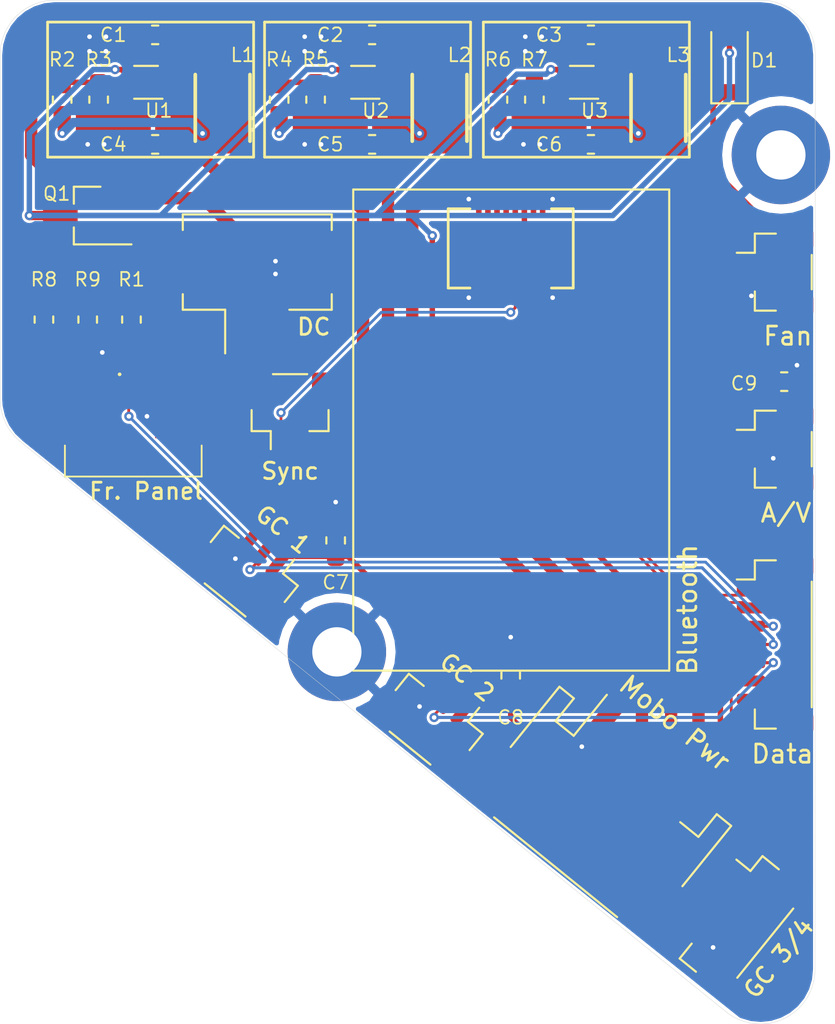
<source format=kicad_pcb>
(kicad_pcb (version 20171130) (host pcbnew "(5.1.5-0-10_14)")

  (general
    (thickness 1.6)
    (drawings 29)
    (tracks 316)
    (zones 0)
    (modules 39)
    (nets 24)
  )

  (page A4)
  (layers
    (0 Top signal)
    (31 Bottom signal)
    (34 B.Paste user)
    (35 F.Paste user)
    (36 B.SilkS user)
    (37 F.SilkS user)
    (38 B.Mask user)
    (39 F.Mask user)
    (40 Dwgs.User user)
    (41 Cmts.User user)
    (42 Eco1.User user)
    (43 Eco2.User user)
    (44 Edge.Cuts user)
    (45 Margin user)
    (46 B.CrtYd user)
    (47 F.CrtYd user)
  )

  (setup
    (last_trace_width 0.3)
    (user_trace_width 0.17)
    (user_trace_width 0.3)
    (user_trace_width 0.5)
    (user_trace_width 0.68)
    (trace_clearance 0.1524)
    (zone_clearance 0.1)
    (zone_45_only no)
    (trace_min 0.1524)
    (via_size 0.508)
    (via_drill 0.254)
    (via_min_size 0.508)
    (via_min_drill 0.254)
    (uvia_size 0.508)
    (uvia_drill 0.254)
    (uvias_allowed no)
    (uvia_min_size 0.2)
    (uvia_min_drill 0.1)
    (edge_width 0.15)
    (segment_width 0.2)
    (pcb_text_width 0.3)
    (pcb_text_size 1.5 1.5)
    (mod_edge_width 0.15)
    (mod_text_size 1 1)
    (mod_text_width 0.15)
    (pad_size 1.2 1.8)
    (pad_drill 0)
    (pad_to_mask_clearance 0.0508)
    (aux_axis_origin 0 0)
    (visible_elements FFFFFF7F)
    (pcbplotparams
      (layerselection 0x010fc_ffffffff)
      (usegerberextensions false)
      (usegerberattributes false)
      (usegerberadvancedattributes false)
      (creategerberjobfile false)
      (excludeedgelayer true)
      (linewidth 0.100000)
      (plotframeref false)
      (viasonmask false)
      (mode 1)
      (useauxorigin false)
      (hpglpennumber 1)
      (hpglpenspeed 20)
      (hpglpendiameter 15.000000)
      (psnegative false)
      (psa4output false)
      (plotreference true)
      (plotvalue true)
      (plotinvisibletext false)
      (padsonsilk false)
      (subtractmaskfromsilk false)
      (outputformat 1)
      (mirror false)
      (drillshape 1)
      (scaleselection 1)
      (outputdirectory ""))
  )

  (net 0 "")
  (net 1 GND)
  (net 2 +5V)
  (net 3 +1V0)
  (net 4 +1V15)
  (net 5 +3V3)
  (net 6 /BT_D-)
  (net 7 /BT_D+)
  (net 8 /RST)
  (net 9 /GC_1)
  (net 10 /GC_2)
  (net 11 /GC_3)
  (net 12 /GC_4)
  (net 13 /BT_SYNC)
  (net 14 /ON_OFF)
  (net 15 "Net-(L1-Pad1)")
  (net 16 "Net-(L2-Pad1)")
  (net 17 "Net-(L3-Pad1)")
  (net 18 VBUS)
  (net 19 /LED_PWR)
  (net 20 "Net-(R2-Pad2)")
  (net 21 "Net-(R4-Pad2)")
  (net 22 "Net-(R6-Pad2)")
  (net 23 "Net-(C10-Pad2)")

  (net_class Default "This is the default net class."
    (clearance 0.1524)
    (trace_width 0.1524)
    (via_dia 0.508)
    (via_drill 0.254)
    (uvia_dia 0.508)
    (uvia_drill 0.254)
    (diff_pair_width 0.1524)
    (diff_pair_gap 0.1524)
    (add_net /BT_D+)
    (add_net /BT_D-)
    (add_net /BT_SYNC)
    (add_net /GC_1)
    (add_net /GC_2)
    (add_net /GC_3)
    (add_net /GC_4)
    (add_net /LED_PWR)
    (add_net /ON_OFF)
    (add_net /RST)
    (add_net "Net-(C10-Pad2)")
    (add_net "Net-(L2-Pad1)")
    (add_net "Net-(L3-Pad1)")
    (add_net "Net-(R2-Pad2)")
    (add_net "Net-(R4-Pad2)")
    (add_net "Net-(R6-Pad2)")
  )

  (net_class Power ""
    (clearance 0.1524)
    (trace_width 0.676)
    (via_dia 0.508)
    (via_drill 0.254)
    (uvia_dia 0.508)
    (uvia_drill 0.254)
    (diff_pair_width 0.1524)
    (diff_pair_gap 0.1524)
    (add_net +1V0)
    (add_net +1V15)
    (add_net +3V3)
    (add_net +5V)
    (add_net GND)
    (add_net "Net-(L1-Pad1)")
    (add_net VBUS)
  )

  (module Capacitor_SMD:C_0603_1608Metric_Pad1.05x0.95mm_HandSolder (layer Top) (tedit 5B301BBE) (tstamp 5EBA4EB8)
    (at 113.5 75.4 180)
    (descr "Capacitor SMD 0603 (1608 Metric), square (rectangular) end terminal, IPC_7351 nominal with elongated pad for handsoldering. (Body size source: http://www.tortai-tech.com/upload/download/2011102023233369053.pdf), generated with kicad-footprint-generator")
    (tags "capacitor handsolder")
    (path /5EBC4746)
    (attr smd)
    (fp_text reference C9 (at 2.2 -0.1) (layer F.SilkS)
      (effects (font (size 0.75 0.75) (thickness 0.1)))
    )
    (fp_text value C (at 0 1.43) (layer F.Fab)
      (effects (font (size 1 1) (thickness 0.15)))
    )
    (fp_text user %R (at 0 0) (layer F.Fab)
      (effects (font (size 0.4 0.4) (thickness 0.06)))
    )
    (fp_line (start 1.65 0.73) (end -1.65 0.73) (layer F.CrtYd) (width 0.05))
    (fp_line (start 1.65 -0.73) (end 1.65 0.73) (layer F.CrtYd) (width 0.05))
    (fp_line (start -1.65 -0.73) (end 1.65 -0.73) (layer F.CrtYd) (width 0.05))
    (fp_line (start -1.65 0.73) (end -1.65 -0.73) (layer F.CrtYd) (width 0.05))
    (fp_line (start -0.171267 0.51) (end 0.171267 0.51) (layer F.SilkS) (width 0.12))
    (fp_line (start -0.171267 -0.51) (end 0.171267 -0.51) (layer F.SilkS) (width 0.12))
    (fp_line (start 0.8 0.4) (end -0.8 0.4) (layer F.Fab) (width 0.1))
    (fp_line (start 0.8 -0.4) (end 0.8 0.4) (layer F.Fab) (width 0.1))
    (fp_line (start -0.8 -0.4) (end 0.8 -0.4) (layer F.Fab) (width 0.1))
    (fp_line (start -0.8 0.4) (end -0.8 -0.4) (layer F.Fab) (width 0.1))
    (pad 2 smd roundrect (at 0.875 0 180) (size 1.05 0.95) (layers Top F.Paste F.Mask) (roundrect_rratio 0.25)
      (net 23 "Net-(C10-Pad2)"))
    (pad 1 smd roundrect (at -0.875 0 180) (size 1.05 0.95) (layers Top F.Paste F.Mask) (roundrect_rratio 0.25)
      (net 1 GND))
    (model ${KISYS3DMOD}/Capacitor_SMD.3dshapes/C_0603_1608Metric.wrl
      (at (xyz 0 0 0))
      (scale (xyz 1 1 1))
      (rotate (xyz 0 0 0))
    )
  )

  (module Capacitor_SMD:C_0603_1608Metric_Pad1.05x0.95mm_HandSolder (layer Top) (tedit 5B301BBE) (tstamp 5EBA49E3)
    (at 98.5 91.5 270)
    (descr "Capacitor SMD 0603 (1608 Metric), square (rectangular) end terminal, IPC_7351 nominal with elongated pad for handsoldering. (Body size source: http://www.tortai-tech.com/upload/download/2011102023233369053.pdf), generated with kicad-footprint-generator")
    (tags "capacitor handsolder")
    (path /5ED01F27)
    (attr smd)
    (fp_text reference C8 (at 2.3 0 180) (layer F.SilkS)
      (effects (font (size 0.75 0.75) (thickness 0.1)))
    )
    (fp_text value C (at 0 1.43 90) (layer F.Fab)
      (effects (font (size 1 1) (thickness 0.15)))
    )
    (fp_text user %R (at 0 0 90) (layer F.Fab)
      (effects (font (size 0.4 0.4) (thickness 0.06)))
    )
    (fp_line (start 1.65 0.73) (end -1.65 0.73) (layer F.CrtYd) (width 0.05))
    (fp_line (start 1.65 -0.73) (end 1.65 0.73) (layer F.CrtYd) (width 0.05))
    (fp_line (start -1.65 -0.73) (end 1.65 -0.73) (layer F.CrtYd) (width 0.05))
    (fp_line (start -1.65 0.73) (end -1.65 -0.73) (layer F.CrtYd) (width 0.05))
    (fp_line (start -0.171267 0.51) (end 0.171267 0.51) (layer F.SilkS) (width 0.12))
    (fp_line (start -0.171267 -0.51) (end 0.171267 -0.51) (layer F.SilkS) (width 0.12))
    (fp_line (start 0.8 0.4) (end -0.8 0.4) (layer F.Fab) (width 0.1))
    (fp_line (start 0.8 -0.4) (end 0.8 0.4) (layer F.Fab) (width 0.1))
    (fp_line (start -0.8 -0.4) (end 0.8 -0.4) (layer F.Fab) (width 0.1))
    (fp_line (start -0.8 0.4) (end -0.8 -0.4) (layer F.Fab) (width 0.1))
    (pad 2 smd roundrect (at 0.875 0 270) (size 1.05 0.95) (layers Top F.Paste F.Mask) (roundrect_rratio 0.25)
      (net 5 +3V3))
    (pad 1 smd roundrect (at -0.875 0 270) (size 1.05 0.95) (layers Top F.Paste F.Mask) (roundrect_rratio 0.25)
      (net 1 GND))
    (model ${KISYS3DMOD}/Capacitor_SMD.3dshapes/C_0603_1608Metric.wrl
      (at (xyz 0 0 0))
      (scale (xyz 1 1 1))
      (rotate (xyz 0 0 0))
    )
  )

  (module Capacitor_SMD:C_0603_1608Metric_Pad1.05x0.95mm_HandSolder (layer Top) (tedit 5B301BBE) (tstamp 5EBA5A6B)
    (at 88.9 84.1 270)
    (descr "Capacitor SMD 0603 (1608 Metric), square (rectangular) end terminal, IPC_7351 nominal with elongated pad for handsoldering. (Body size source: http://www.tortai-tech.com/upload/download/2011102023233369053.pdf), generated with kicad-footprint-generator")
    (tags "capacitor handsolder")
    (path /5EC3B70F)
    (attr smd)
    (fp_text reference C7 (at 2.3 0 180) (layer F.SilkS)
      (effects (font (size 0.75 0.75) (thickness 0.1)))
    )
    (fp_text value C (at 0 1.43 90) (layer F.Fab)
      (effects (font (size 1 1) (thickness 0.15)))
    )
    (fp_text user %R (at 0 0 90) (layer F.Fab)
      (effects (font (size 0.4 0.4) (thickness 0.06)))
    )
    (fp_line (start 1.65 0.73) (end -1.65 0.73) (layer F.CrtYd) (width 0.05))
    (fp_line (start 1.65 -0.73) (end 1.65 0.73) (layer F.CrtYd) (width 0.05))
    (fp_line (start -1.65 -0.73) (end 1.65 -0.73) (layer F.CrtYd) (width 0.05))
    (fp_line (start -1.65 0.73) (end -1.65 -0.73) (layer F.CrtYd) (width 0.05))
    (fp_line (start -0.171267 0.51) (end 0.171267 0.51) (layer F.SilkS) (width 0.12))
    (fp_line (start -0.171267 -0.51) (end 0.171267 -0.51) (layer F.SilkS) (width 0.12))
    (fp_line (start 0.8 0.4) (end -0.8 0.4) (layer F.Fab) (width 0.1))
    (fp_line (start 0.8 -0.4) (end 0.8 0.4) (layer F.Fab) (width 0.1))
    (fp_line (start -0.8 -0.4) (end 0.8 -0.4) (layer F.Fab) (width 0.1))
    (fp_line (start -0.8 0.4) (end -0.8 -0.4) (layer F.Fab) (width 0.1))
    (pad 2 smd roundrect (at 0.875 0 270) (size 1.05 0.95) (layers Top F.Paste F.Mask) (roundrect_rratio 0.25)
      (net 5 +3V3))
    (pad 1 smd roundrect (at -0.875 0 270) (size 1.05 0.95) (layers Top F.Paste F.Mask) (roundrect_rratio 0.25)
      (net 1 GND))
    (model ${KISYS3DMOD}/Capacitor_SMD.3dshapes/C_0603_1608Metric.wrl
      (at (xyz 0 0 0))
      (scale (xyz 1 1 1))
      (rotate (xyz 0 0 0))
    )
  )

  (module Connector_JST:JST_SH_BM02B-SRSS-TB_1x02-1MP_P1.00mm_Vertical (layer Top) (tedit 5B78AD87) (tstamp 5EBAF921)
    (at 113 69.4 270)
    (descr "JST SH series connector, BM02B-SRSS-TB (http://www.jst-mfg.com/product/pdf/eng/eSH.pdf), generated with kicad-footprint-generator")
    (tags "connector JST SH side entry")
    (path /5E8F3C40)
    (attr smd)
    (fp_text reference J12 (at 0 -3.3 90) (layer F.SilkS) hide
      (effects (font (size 1 1) (thickness 0.15)))
    )
    (fp_text value Fan (at 3.5 -0.7 180) (layer F.SilkS)
      (effects (font (size 1 1) (thickness 0.15)))
    )
    (fp_text user %R (at 0 -0.25 90) (layer F.Fab)
      (effects (font (size 1 1) (thickness 0.15)))
    )
    (fp_line (start -0.5 0.292893) (end 0 1) (layer F.Fab) (width 0.1))
    (fp_line (start -1 1) (end -0.5 0.292893) (layer F.Fab) (width 0.1))
    (fp_line (start 2.9 -2.6) (end -2.9 -2.6) (layer F.CrtYd) (width 0.05))
    (fp_line (start 2.9 2.6) (end 2.9 -2.6) (layer F.CrtYd) (width 0.05))
    (fp_line (start -2.9 2.6) (end 2.9 2.6) (layer F.CrtYd) (width 0.05))
    (fp_line (start -2.9 -2.6) (end -2.9 2.6) (layer F.CrtYd) (width 0.05))
    (fp_line (start 0.65 -1.55) (end 0.35 -1.55) (layer F.Fab) (width 0.1))
    (fp_line (start 0.65 -0.95) (end 0.65 -1.55) (layer F.Fab) (width 0.1))
    (fp_line (start 0.35 -0.95) (end 0.65 -0.95) (layer F.Fab) (width 0.1))
    (fp_line (start 0.35 -1.55) (end 0.35 -0.95) (layer F.Fab) (width 0.1))
    (fp_line (start -0.35 -1.55) (end -0.65 -1.55) (layer F.Fab) (width 0.1))
    (fp_line (start -0.35 -0.95) (end -0.35 -1.55) (layer F.Fab) (width 0.1))
    (fp_line (start -0.65 -0.95) (end -0.35 -0.95) (layer F.Fab) (width 0.1))
    (fp_line (start -0.65 -1.55) (end -0.65 -0.95) (layer F.Fab) (width 0.1))
    (fp_line (start 2 1) (end 2 -1.9) (layer F.Fab) (width 0.1))
    (fp_line (start -2 1) (end -2 -1.9) (layer F.Fab) (width 0.1))
    (fp_line (start -2 -1.9) (end 2 -1.9) (layer F.Fab) (width 0.1))
    (fp_line (start -0.94 -2.01) (end 0.94 -2.01) (layer F.SilkS) (width 0.12))
    (fp_line (start 2.11 1.11) (end 1.06 1.11) (layer F.SilkS) (width 0.12))
    (fp_line (start 2.11 -0.04) (end 2.11 1.11) (layer F.SilkS) (width 0.12))
    (fp_line (start -1.06 1.11) (end -1.06 2.1) (layer F.SilkS) (width 0.12))
    (fp_line (start -2.11 1.11) (end -1.06 1.11) (layer F.SilkS) (width 0.12))
    (fp_line (start -2.11 -0.04) (end -2.11 1.11) (layer F.SilkS) (width 0.12))
    (fp_line (start -2 1) (end 2 1) (layer F.Fab) (width 0.1))
    (pad MP smd roundrect (at 1.8 -1.2 270) (size 1.2 1.8) (layers Top F.Paste F.Mask) (roundrect_rratio 0.208333))
    (pad MP smd roundrect (at -1.8 -1.2 270) (size 1.2 1.8) (layers Top F.Paste F.Mask) (roundrect_rratio 0.208333))
    (pad 2 smd roundrect (at 0.5 1.325 270) (size 0.6 1.55) (layers Top F.Paste F.Mask) (roundrect_rratio 0.25)
      (net 1 GND))
    (pad 1 smd roundrect (at -0.5 1.325 270) (size 0.6 1.55) (layers Top F.Paste F.Mask) (roundrect_rratio 0.25)
      (net 5 +3V3))
    (model ${KISYS3DMOD}/Connector_JST.3dshapes/JST_SH_BM02B-SRSS-TB_1x02-1MP_P1.00mm_Vertical.wrl
      (at (xyz 0 0 0))
      (scale (xyz 1 1 1))
      (rotate (xyz 0 0 0))
    )
  )

  (module project-footprints:Wii_Bluetooth_Module (layer Top) (tedit 5EB8EF90) (tstamp 5EB8F077)
    (at 98.5 78.69)
    (path /5E877D06)
    (fp_text reference J5 (at 0.5 -10.8) (layer F.SilkS) hide
      (effects (font (size 1 1) (thickness 0.15)))
    )
    (fp_text value Bluetooth (at 9.7 9.2 90) (layer F.SilkS)
      (effects (font (size 1 1) (thickness 0.15)))
    )
    (fp_line (start 8.694 12.544) (end -8.636 12.544) (layer F.SilkS) (width 0.12))
    (fp_line (start 8.694 -13.816) (end 8.694 12.544) (layer F.SilkS) (width 0.12))
    (fp_line (start -8.636 -13.816) (end -8.636 12.544) (layer F.SilkS) (width 0.12))
    (fp_line (start -8.636 -13.816) (end 8.694 -13.816) (layer F.SilkS) (width 0.12))
    (fp_line (start -3.429 -8.4183) (end -2.235139 -8.4183) (layer F.SilkS) (width 0.1524))
    (fp_line (start 3.429 -8.4183) (end 3.429 -12.7617) (layer F.SilkS) (width 0.1524))
    (fp_line (start 3.429 -12.7617) (end 2.235139 -12.7617) (layer F.SilkS) (width 0.1524))
    (fp_line (start -3.429 -12.7617) (end -3.429 -8.4183) (layer F.SilkS) (width 0.1524))
    (fp_line (start -3.302 -8.5453) (end 3.302 -8.5453) (layer F.Fab) (width 0.1524))
    (fp_line (start 3.302 -8.5453) (end 3.302 -12.6347) (layer F.Fab) (width 0.1524))
    (fp_line (start 3.302 -12.6347) (end -3.302 -12.6347) (layer F.Fab) (width 0.1524))
    (fp_line (start -3.302 -12.6347) (end -3.302 -8.5453) (layer F.Fab) (width 0.1524))
    (fp_line (start -2.235139 -12.7617) (end -3.429 -12.7617) (layer F.SilkS) (width 0.1524))
    (fp_line (start 2.235139 -8.4183) (end 3.429 -8.4183) (layer F.SilkS) (width 0.1524))
    (fp_line (start -3.556 -13.7523) (end -3.556 -7.4277) (layer F.CrtYd) (width 0.1524))
    (fp_line (start -3.556 -7.4277) (end 3.556 -7.4277) (layer F.CrtYd) (width 0.1524))
    (fp_line (start 3.556 -7.4277) (end 3.556 -13.7523) (layer F.CrtYd) (width 0.1524))
    (fp_line (start 3.556 -13.7523) (end -3.556 -13.7523) (layer F.CrtYd) (width 0.1524))
    (fp_line (start -3.302 -12.6347) (end -3.302 -8.5453) (layer F.CrtYd) (width 0.1524))
    (fp_line (start -3.302 -8.5453) (end 3.302 -8.5453) (layer F.CrtYd) (width 0.1524))
    (fp_line (start 3.302 -8.5453) (end 3.302 -12.6347) (layer F.CrtYd) (width 0.1524))
    (fp_line (start 3.302 -12.6347) (end -3.302 -12.6347) (layer F.CrtYd) (width 0.1524))
    (pad 1 smd rect (at -1.749999 -12.89) (size 0.3048 1.1938) (layers Top F.Paste F.Mask)
      (net 1 GND))
    (pad 16 smd rect (at -1.749999 -8.29) (size 0.3048 1.1938) (layers Top F.Paste F.Mask)
      (net 1 GND))
    (pad 2 smd rect (at -1.25 -12.89) (size 0.3048 1.1938) (layers Top F.Paste F.Mask))
    (pad 15 smd rect (at -1.25 -8.29) (size 0.3048 1.1938) (layers Top F.Paste F.Mask))
    (pad 3 smd rect (at -0.750001 -12.89) (size 0.3048 1.1938) (layers Top F.Paste F.Mask))
    (pad 14 smd rect (at -0.750001 -8.29) (size 0.3048 1.1938) (layers Top F.Paste F.Mask))
    (pad 4 smd rect (at -0.25 -12.89) (size 0.3048 1.1938) (layers Top F.Paste F.Mask))
    (pad 13 smd rect (at -0.25 -8.29) (size 0.3048 1.1938) (layers Top F.Paste F.Mask)
      (net 5 +3V3))
    (pad 5 smd rect (at 0.25 -12.89) (size 0.3048 1.1938) (layers Top F.Paste F.Mask))
    (pad 12 smd rect (at 0.25 -8.29) (size 0.3048 1.1938) (layers Top F.Paste F.Mask)
      (net 13 /BT_SYNC))
    (pad 6 smd rect (at 0.750001 -12.89) (size 0.3048 1.1938) (layers Top F.Paste F.Mask)
      (net 5 +3V3))
    (pad 11 smd rect (at 0.750001 -8.29) (size 0.3048 1.1938) (layers Top F.Paste F.Mask)
      (net 7 /BT_D+))
    (pad 7 smd rect (at 1.25 -12.89) (size 0.3048 1.1938) (layers Top F.Paste F.Mask)
      (net 5 +3V3))
    (pad 10 smd rect (at 1.25 -8.29) (size 0.3048 1.1938) (layers Top F.Paste F.Mask)
      (net 6 /BT_D-))
    (pad 8 smd rect (at 1.749999 -12.89) (size 0.3048 1.1938) (layers Top F.Paste F.Mask)
      (net 1 GND))
    (pad 9 smd rect (at 1.749999 -8.29) (size 0.3048 1.1938) (layers Top F.Paste F.Mask)
      (net 1 GND))
  )

  (module Connector_JST:JST_PH_S4B-PH-SM4-TB_1x04-1MP_P2.00mm_Horizontal (layer Top) (tedit 5B78AD87) (tstamp 5E89C359)
    (at 103.8 98.5 321)
    (descr "JST PH series connector, S4B-PH-SM4-TB (http://www.jst-mfg.com/product/pdf/eng/ePH.pdf), generated with kicad-footprint-generator")
    (tags "connector JST PH top entry")
    (path /5E85B8B7)
    (attr smd)
    (fp_text reference J7 (at 0 -5.8 141) (layer F.SilkS) hide
      (effects (font (size 1 1) (thickness 0.15)))
    )
    (fp_text value "Mobo Pwr" (at 0.10643 -5.747928 141) (layer F.SilkS)
      (effects (font (size 1 1) (thickness 0.15)))
    )
    (fp_text user %R (at 0 1.5 141) (layer F.Fab)
      (effects (font (size 1 1) (thickness 0.15)))
    )
    (fp_line (start -3 -0.892893) (end -2.5 -1.6) (layer F.Fab) (width 0.1))
    (fp_line (start -3.5 -1.6) (end -3 -0.892893) (layer F.Fab) (width 0.1))
    (fp_line (start 6.6 -5.1) (end -6.6 -5.1) (layer F.CrtYd) (width 0.05))
    (fp_line (start 6.6 5.1) (end 6.6 -5.1) (layer F.CrtYd) (width 0.05))
    (fp_line (start -6.6 5.1) (end 6.6 5.1) (layer F.CrtYd) (width 0.05))
    (fp_line (start -6.6 -5.1) (end -6.6 5.1) (layer F.CrtYd) (width 0.05))
    (fp_line (start 5.95 -3.2) (end 5.95 4.4) (layer F.Fab) (width 0.1))
    (fp_line (start -5.95 -3.2) (end -5.95 4.4) (layer F.Fab) (width 0.1))
    (fp_line (start -5.95 4.4) (end 5.95 4.4) (layer F.Fab) (width 0.1))
    (fp_line (start -4.34 4.51) (end 4.34 4.51) (layer F.SilkS) (width 0.12))
    (fp_line (start 5.04 -1.71) (end 3.76 -1.71) (layer F.SilkS) (width 0.12))
    (fp_line (start 5.04 -3.31) (end 5.04 -1.71) (layer F.SilkS) (width 0.12))
    (fp_line (start 6.06 -3.31) (end 5.04 -3.31) (layer F.SilkS) (width 0.12))
    (fp_line (start 6.06 0.94) (end 6.06 -3.31) (layer F.SilkS) (width 0.12))
    (fp_line (start -3.76 -1.71) (end -3.76 -4.6) (layer F.SilkS) (width 0.12))
    (fp_line (start -5.04 -1.71) (end -3.76 -1.71) (layer F.SilkS) (width 0.12))
    (fp_line (start -5.04 -3.31) (end -5.04 -1.71) (layer F.SilkS) (width 0.12))
    (fp_line (start -6.06 -3.31) (end -5.04 -3.31) (layer F.SilkS) (width 0.12))
    (fp_line (start -6.06 0.94) (end -6.06 -3.31) (layer F.SilkS) (width 0.12))
    (fp_line (start 5.15 -3.2) (end 5.95 -3.2) (layer F.Fab) (width 0.1))
    (fp_line (start 5.15 -1.6) (end 5.15 -3.2) (layer F.Fab) (width 0.1))
    (fp_line (start -5.15 -1.6) (end 5.15 -1.6) (layer F.Fab) (width 0.1))
    (fp_line (start -5.15 -3.2) (end -5.15 -1.6) (layer F.Fab) (width 0.1))
    (fp_line (start -5.95 -3.2) (end -5.15 -3.2) (layer F.Fab) (width 0.1))
    (pad MP smd roundrect (at 5.35 2.9 321) (size 1.5 3.4) (layers Top F.Paste F.Mask) (roundrect_rratio 0.166667))
    (pad MP smd roundrect (at -5.35 2.9 321) (size 1.5 3.4) (layers Top F.Paste F.Mask) (roundrect_rratio 0.166667))
    (pad 4 smd roundrect (at 3 -2.85 321) (size 1 3.5) (layers Top F.Paste F.Mask) (roundrect_rratio 0.25)
      (net 5 +3V3))
    (pad 3 smd roundrect (at 1 -2.85 321) (size 1 3.5) (layers Top F.Paste F.Mask) (roundrect_rratio 0.25)
      (net 4 +1V15))
    (pad 2 smd roundrect (at -1 -2.85 321) (size 1 3.5) (layers Top F.Paste F.Mask) (roundrect_rratio 0.25)
      (net 3 +1V0))
    (pad 1 smd roundrect (at -3 -2.85 321) (size 1 3.5) (layers Top F.Paste F.Mask) (roundrect_rratio 0.25)
      (net 1 GND))
    (model ${KISYS3DMOD}/Connector_JST.3dshapes/JST_PH_S4B-PH-SM4-TB_1x04-1MP_P2.00mm_Horizontal.wrl
      (at (xyz 0 0 0))
      (scale (xyz 1 1 1))
      (rotate (xyz 0 0 0))
    )
  )

  (module Resistor_SMD:R_0603_1608Metric_Pad1.05x0.95mm_HandSolder (layer Top) (tedit 5B301BBD) (tstamp 5EB9724C)
    (at 75.9 59.95 270)
    (descr "Resistor SMD 0603 (1608 Metric), square (rectangular) end terminal, IPC_7351 nominal with elongated pad for handsoldering. (Body size source: http://www.tortai-tech.com/upload/download/2011102023233369053.pdf), generated with kicad-footprint-generator")
    (tags "resistor handsolder")
    (path /5E85B828)
    (attr smd)
    (fp_text reference R3 (at -2.2 0 180) (layer F.SilkS)
      (effects (font (size 0.75 0.75) (thickness 0.1)))
    )
    (fp_text value 100K (at 0 1.43 270) (layer F.Fab)
      (effects (font (size 1 1) (thickness 0.15)))
    )
    (fp_text user %R (at 0 0 270) (layer F.Fab)
      (effects (font (size 0.4 0.4) (thickness 0.06)))
    )
    (fp_line (start 1.65 0.73) (end -1.65 0.73) (layer F.CrtYd) (width 0.05))
    (fp_line (start 1.65 -0.73) (end 1.65 0.73) (layer F.CrtYd) (width 0.05))
    (fp_line (start -1.65 -0.73) (end 1.65 -0.73) (layer F.CrtYd) (width 0.05))
    (fp_line (start -1.65 0.73) (end -1.65 -0.73) (layer F.CrtYd) (width 0.05))
    (fp_line (start -0.171267 0.51) (end 0.171267 0.51) (layer F.SilkS) (width 0.12))
    (fp_line (start -0.171267 -0.51) (end 0.171267 -0.51) (layer F.SilkS) (width 0.12))
    (fp_line (start 0.8 0.4) (end -0.8 0.4) (layer F.Fab) (width 0.1))
    (fp_line (start 0.8 -0.4) (end 0.8 0.4) (layer F.Fab) (width 0.1))
    (fp_line (start -0.8 -0.4) (end 0.8 -0.4) (layer F.Fab) (width 0.1))
    (fp_line (start -0.8 0.4) (end -0.8 -0.4) (layer F.Fab) (width 0.1))
    (pad 2 smd roundrect (at 0.875 0 270) (size 1.05 0.95) (layers Top F.Paste F.Mask) (roundrect_rratio 0.25)
      (net 1 GND))
    (pad 1 smd roundrect (at -0.875 0 270) (size 1.05 0.95) (layers Top F.Paste F.Mask) (roundrect_rratio 0.25)
      (net 20 "Net-(R2-Pad2)"))
    (model ${KISYS3DMOD}/Resistor_SMD.3dshapes/R_0603_1608Metric.wrl
      (at (xyz 0 0 0))
      (scale (xyz 1 1 1))
      (rotate (xyz 0 0 0))
    )
  )

  (module project-footprints:INDPM3630X200N (layer Top) (tedit 0) (tstamp 5EB96FEB)
    (at 82.7 60.4 270)
    (descr L1)
    (tags Inductor)
    (path /5E85B830)
    (attr smd)
    (fp_text reference L1 (at -2.9 -1.1 180) (layer F.SilkS)
      (effects (font (size 0.75 0.75) (thickness 0.1)))
    )
    (fp_text value 1uH (at 0 0 90) (layer F.SilkS) hide
      (effects (font (size 1.27 1.27) (thickness 0.254)))
    )
    (fp_line (start -1.825 1.5) (end 1.825 1.5) (layer F.SilkS) (width 0.2))
    (fp_line (start 1.825 -1.5) (end -1.825 -1.5) (layer F.SilkS) (width 0.2))
    (fp_line (start -1.825 1.5) (end -1.825 -1.5) (layer F.Fab) (width 0.1))
    (fp_line (start 1.825 1.5) (end -1.825 1.5) (layer F.Fab) (width 0.1))
    (fp_line (start 1.825 -1.5) (end 1.825 1.5) (layer F.Fab) (width 0.1))
    (fp_line (start -1.825 -1.5) (end 1.825 -1.5) (layer F.Fab) (width 0.1))
    (fp_line (start -2.675 1.85) (end -2.675 -1.85) (layer F.CrtYd) (width 0.05))
    (fp_line (start 2.675 1.85) (end -2.675 1.85) (layer F.CrtYd) (width 0.05))
    (fp_line (start 2.675 -1.85) (end 2.675 1.85) (layer F.CrtYd) (width 0.05))
    (fp_line (start -2.675 -1.85) (end 2.675 -1.85) (layer F.CrtYd) (width 0.05))
    (fp_text user %R (at 0 0 90) (layer F.Fab)
      (effects (font (size 1.27 1.27) (thickness 0.254)))
    )
    (pad 2 smd rect (at 1.55 0) (size 0.6 1.75) (layers Top F.Paste F.Mask)
      (net 3 +1V0))
    (pad 1 smd rect (at -1.55 0) (size 0.6 1.75) (layers Top F.Paste F.Mask)
      (net 15 "Net-(L1-Pad1)"))
    (model IHLP1212BZER1R0M11.stp
      (at (xyz 0 0 0))
      (scale (xyz 1 1 1))
      (rotate (xyz 0 0 0))
    )
  )

  (module Capacitor_SMD:C_0603_1608Metric_Pad1.05x0.95mm_HandSolder (layer Top) (tedit 5B301BBE) (tstamp 5EB97021)
    (at 79 62.4 180)
    (descr "Capacitor SMD 0603 (1608 Metric), square (rectangular) end terminal, IPC_7351 nominal with elongated pad for handsoldering. (Body size source: http://www.tortai-tech.com/upload/download/2011102023233369053.pdf), generated with kicad-footprint-generator")
    (tags "capacitor handsolder")
    (path /5E85B856)
    (attr smd)
    (fp_text reference C4 (at 2.3 0) (layer F.SilkS)
      (effects (font (size 0.75 0.75) (thickness 0.1)))
    )
    (fp_text value 22uF (at 0 1.43) (layer F.Fab)
      (effects (font (size 1 1) (thickness 0.15)))
    )
    (fp_text user %R (at 0 0) (layer F.Fab)
      (effects (font (size 0.4 0.4) (thickness 0.06)))
    )
    (fp_line (start 1.65 0.73) (end -1.65 0.73) (layer F.CrtYd) (width 0.05))
    (fp_line (start 1.65 -0.73) (end 1.65 0.73) (layer F.CrtYd) (width 0.05))
    (fp_line (start -1.65 -0.73) (end 1.65 -0.73) (layer F.CrtYd) (width 0.05))
    (fp_line (start -1.65 0.73) (end -1.65 -0.73) (layer F.CrtYd) (width 0.05))
    (fp_line (start -0.171267 0.51) (end 0.171267 0.51) (layer F.SilkS) (width 0.12))
    (fp_line (start -0.171267 -0.51) (end 0.171267 -0.51) (layer F.SilkS) (width 0.12))
    (fp_line (start 0.8 0.4) (end -0.8 0.4) (layer F.Fab) (width 0.1))
    (fp_line (start 0.8 -0.4) (end 0.8 0.4) (layer F.Fab) (width 0.1))
    (fp_line (start -0.8 -0.4) (end 0.8 -0.4) (layer F.Fab) (width 0.1))
    (fp_line (start -0.8 0.4) (end -0.8 -0.4) (layer F.Fab) (width 0.1))
    (pad 2 smd roundrect (at 0.875 0 180) (size 1.05 0.95) (layers Top F.Paste F.Mask) (roundrect_rratio 0.25)
      (net 1 GND))
    (pad 1 smd roundrect (at -0.875 0 180) (size 1.05 0.95) (layers Top F.Paste F.Mask) (roundrect_rratio 0.25)
      (net 3 +1V0))
    (model ${KISYS3DMOD}/Capacitor_SMD.3dshapes/C_0603_1608Metric.wrl
      (at (xyz 0 0 0))
      (scale (xyz 1 1 1))
      (rotate (xyz 0 0 0))
    )
  )

  (module Capacitor_SMD:C_0603_1608Metric_Pad1.05x0.95mm_HandSolder (layer Top) (tedit 5B301BBE) (tstamp 5EB96FAC)
    (at 79 56.4 180)
    (descr "Capacitor SMD 0603 (1608 Metric), square (rectangular) end terminal, IPC_7351 nominal with elongated pad for handsoldering. (Body size source: http://www.tortai-tech.com/upload/download/2011102023233369053.pdf), generated with kicad-footprint-generator")
    (tags "capacitor handsolder")
    (path /5E85B81C)
    (attr smd)
    (fp_text reference C1 (at 2.3 0) (layer F.SilkS)
      (effects (font (size 0.75 0.75) (thickness 0.1)))
    )
    (fp_text value 10uF (at 0 1.43) (layer F.Fab)
      (effects (font (size 1 1) (thickness 0.15)))
    )
    (fp_line (start -0.8 0.4) (end -0.8 -0.4) (layer F.Fab) (width 0.1))
    (fp_line (start -0.8 -0.4) (end 0.8 -0.4) (layer F.Fab) (width 0.1))
    (fp_line (start 0.8 -0.4) (end 0.8 0.4) (layer F.Fab) (width 0.1))
    (fp_line (start 0.8 0.4) (end -0.8 0.4) (layer F.Fab) (width 0.1))
    (fp_line (start -0.171267 -0.51) (end 0.171267 -0.51) (layer F.SilkS) (width 0.12))
    (fp_line (start -0.171267 0.51) (end 0.171267 0.51) (layer F.SilkS) (width 0.12))
    (fp_line (start -1.65 0.73) (end -1.65 -0.73) (layer F.CrtYd) (width 0.05))
    (fp_line (start -1.65 -0.73) (end 1.65 -0.73) (layer F.CrtYd) (width 0.05))
    (fp_line (start 1.65 -0.73) (end 1.65 0.73) (layer F.CrtYd) (width 0.05))
    (fp_line (start 1.65 0.73) (end -1.65 0.73) (layer F.CrtYd) (width 0.05))
    (fp_text user %R (at 0 0) (layer F.Fab)
      (effects (font (size 0.4 0.4) (thickness 0.06)))
    )
    (pad 1 smd roundrect (at -0.875 0 180) (size 1.05 0.95) (layers Top F.Paste F.Mask) (roundrect_rratio 0.25)
      (net 18 VBUS))
    (pad 2 smd roundrect (at 0.875 0 180) (size 1.05 0.95) (layers Top F.Paste F.Mask) (roundrect_rratio 0.25)
      (net 1 GND))
    (model ${KISYS3DMOD}/Capacitor_SMD.3dshapes/C_0603_1608Metric.wrl
      (at (xyz 0 0 0))
      (scale (xyz 1 1 1))
      (rotate (xyz 0 0 0))
    )
  )

  (module Package_TO_SOT_SMD:SOT-563 (layer Top) (tedit 5B089930) (tstamp 5EB96F42)
    (at 78.5 59 180)
    (descr SOT563)
    (tags SOT-563)
    (path /5E85B810)
    (attr smd)
    (fp_text reference U1 (at -0.7 -1.55 180) (layer F.SilkS)
      (effects (font (size 0.75 0.75) (thickness 0.1)))
    )
    (fp_text value TLV62585DRL (at 0 1.75 180) (layer F.Fab)
      (effects (font (size 1 1) (thickness 0.15)))
    )
    (fp_text user %R (at 0 0 270) (layer F.Fab)
      (effects (font (size 0.4 0.4) (thickness 0.0625)))
    )
    (fp_line (start -0.65 -0.5) (end -0.3 -0.85) (layer F.Fab) (width 0.1))
    (fp_line (start 0.65 0.9) (end -0.65 0.9) (layer F.SilkS) (width 0.12))
    (fp_line (start -0.9 -0.9) (end 0.65 -0.9) (layer F.SilkS) (width 0.12))
    (fp_line (start -0.65 -0.5) (end -0.65 0.85) (layer F.Fab) (width 0.1))
    (fp_line (start -0.65 0.85) (end 0.65 0.85) (layer F.Fab) (width 0.1))
    (fp_line (start 0.65 0.85) (end 0.65 -0.85) (layer F.Fab) (width 0.1))
    (fp_line (start 0.65 -0.85) (end -0.3 -0.85) (layer F.Fab) (width 0.1))
    (fp_line (start -1.35 -1.1) (end 1.35 -1.1) (layer F.CrtYd) (width 0.05))
    (fp_line (start -1.35 -1.1) (end -1.35 1.1) (layer F.CrtYd) (width 0.05))
    (fp_line (start 1.35 1.1) (end 1.35 -1.1) (layer F.CrtYd) (width 0.05))
    (fp_line (start 1.35 1.1) (end -1.35 1.1) (layer F.CrtYd) (width 0.05))
    (pad 1 smd rect (at -0.75 -0.5 180) (size 0.7 0.4) (layers Top F.Paste F.Mask)
      (net 1 GND))
    (pad 3 smd rect (at -0.75 0.5 180) (size 0.7 0.4) (layers Top F.Paste F.Mask)
      (net 18 VBUS))
    (pad 6 smd rect (at 0.75 -0.5 180) (size 0.7 0.4) (layers Top F.Paste F.Mask))
    (pad 2 smd rect (at -0.75 0 180) (size 0.7 0.4) (layers Top F.Paste F.Mask)
      (net 15 "Net-(L1-Pad1)"))
    (pad 4 smd rect (at 0.75 0.5 180) (size 0.7 0.4) (layers Top F.Paste F.Mask)
      (net 2 +5V))
    (pad 5 smd rect (at 0.75 0 180) (size 0.7 0.4) (layers Top F.Paste F.Mask)
      (net 20 "Net-(R2-Pad2)"))
    (model ${KISYS3DMOD}/Package_TO_SOT_SMD.3dshapes/SOT-563.wrl
      (at (xyz 0 0 0))
      (scale (xyz 1 1 1))
      (rotate (xyz 0 0 0))
    )
  )

  (module Resistor_SMD:R_0603_1608Metric_Pad1.05x0.95mm_HandSolder (layer Top) (tedit 5B301BBD) (tstamp 5EB96F7C)
    (at 73.9 59.95 90)
    (descr "Resistor SMD 0603 (1608 Metric), square (rectangular) end terminal, IPC_7351 nominal with elongated pad for handsoldering. (Body size source: http://www.tortai-tech.com/upload/download/2011102023233369053.pdf), generated with kicad-footprint-generator")
    (tags "resistor handsolder")
    (path /5E85B822)
    (attr smd)
    (fp_text reference R2 (at 2.2 0) (layer F.SilkS)
      (effects (font (size 0.75 0.75) (thickness 0.1)))
    )
    (fp_text value 66.5K (at 0 1.43 270) (layer F.Fab)
      (effects (font (size 1 1) (thickness 0.15)))
    )
    (fp_text user %R (at 0 0 270) (layer F.Fab)
      (effects (font (size 0.4 0.4) (thickness 0.06)))
    )
    (fp_line (start 1.65 0.73) (end -1.65 0.73) (layer F.CrtYd) (width 0.05))
    (fp_line (start 1.65 -0.73) (end 1.65 0.73) (layer F.CrtYd) (width 0.05))
    (fp_line (start -1.65 -0.73) (end 1.65 -0.73) (layer F.CrtYd) (width 0.05))
    (fp_line (start -1.65 0.73) (end -1.65 -0.73) (layer F.CrtYd) (width 0.05))
    (fp_line (start -0.171267 0.51) (end 0.171267 0.51) (layer F.SilkS) (width 0.12))
    (fp_line (start -0.171267 -0.51) (end 0.171267 -0.51) (layer F.SilkS) (width 0.12))
    (fp_line (start 0.8 0.4) (end -0.8 0.4) (layer F.Fab) (width 0.1))
    (fp_line (start 0.8 -0.4) (end 0.8 0.4) (layer F.Fab) (width 0.1))
    (fp_line (start -0.8 -0.4) (end 0.8 -0.4) (layer F.Fab) (width 0.1))
    (fp_line (start -0.8 0.4) (end -0.8 -0.4) (layer F.Fab) (width 0.1))
    (pad 2 smd roundrect (at 0.875 0 90) (size 1.05 0.95) (layers Top F.Paste F.Mask) (roundrect_rratio 0.25)
      (net 20 "Net-(R2-Pad2)"))
    (pad 1 smd roundrect (at -0.875 0 90) (size 1.05 0.95) (layers Top F.Paste F.Mask) (roundrect_rratio 0.25)
      (net 3 +1V0))
    (model ${KISYS3DMOD}/Resistor_SMD.3dshapes/R_0603_1608Metric.wrl
      (at (xyz 0 0 0))
      (scale (xyz 1 1 1))
      (rotate (xyz 0 0 0))
    )
  )

  (module Capacitor_SMD:C_0603_1608Metric_Pad1.05x0.95mm_HandSolder (layer Top) (tedit 5B301BBE) (tstamp 5EB9727F)
    (at 90.9 56.4 180)
    (descr "Capacitor SMD 0603 (1608 Metric), square (rectangular) end terminal, IPC_7351 nominal with elongated pad for handsoldering. (Body size source: http://www.tortai-tech.com/upload/download/2011102023233369053.pdf), generated with kicad-footprint-generator")
    (tags "capacitor handsolder")
    (path /5E85B7C2)
    (attr smd)
    (fp_text reference C2 (at 2.3 0) (layer F.SilkS)
      (effects (font (size 0.75 0.75) (thickness 0.1)))
    )
    (fp_text value 10uF (at 0 1.43) (layer F.Fab)
      (effects (font (size 1 1) (thickness 0.15)))
    )
    (fp_text user %R (at 0 0) (layer F.Fab)
      (effects (font (size 0.4 0.4) (thickness 0.06)))
    )
    (fp_line (start 1.65 0.73) (end -1.65 0.73) (layer F.CrtYd) (width 0.05))
    (fp_line (start 1.65 -0.73) (end 1.65 0.73) (layer F.CrtYd) (width 0.05))
    (fp_line (start -1.65 -0.73) (end 1.65 -0.73) (layer F.CrtYd) (width 0.05))
    (fp_line (start -1.65 0.73) (end -1.65 -0.73) (layer F.CrtYd) (width 0.05))
    (fp_line (start -0.171267 0.51) (end 0.171267 0.51) (layer F.SilkS) (width 0.12))
    (fp_line (start -0.171267 -0.51) (end 0.171267 -0.51) (layer F.SilkS) (width 0.12))
    (fp_line (start 0.8 0.4) (end -0.8 0.4) (layer F.Fab) (width 0.1))
    (fp_line (start 0.8 -0.4) (end 0.8 0.4) (layer F.Fab) (width 0.1))
    (fp_line (start -0.8 -0.4) (end 0.8 -0.4) (layer F.Fab) (width 0.1))
    (fp_line (start -0.8 0.4) (end -0.8 -0.4) (layer F.Fab) (width 0.1))
    (pad 2 smd roundrect (at 0.875 0 180) (size 1.05 0.95) (layers Top F.Paste F.Mask) (roundrect_rratio 0.25)
      (net 1 GND))
    (pad 1 smd roundrect (at -0.875 0 180) (size 1.05 0.95) (layers Top F.Paste F.Mask) (roundrect_rratio 0.25)
      (net 18 VBUS))
    (model ${KISYS3DMOD}/Capacitor_SMD.3dshapes/C_0603_1608Metric.wrl
      (at (xyz 0 0 0))
      (scale (xyz 1 1 1))
      (rotate (xyz 0 0 0))
    )
  )

  (module Resistor_SMD:R_0603_1608Metric_Pad1.05x0.95mm_HandSolder (layer Top) (tedit 5B301BBD) (tstamp 5EB972F1)
    (at 85.8 59.95 90)
    (descr "Resistor SMD 0603 (1608 Metric), square (rectangular) end terminal, IPC_7351 nominal with elongated pad for handsoldering. (Body size source: http://www.tortai-tech.com/upload/download/2011102023233369053.pdf), generated with kicad-footprint-generator")
    (tags "resistor handsolder")
    (path /5E85B7C8)
    (attr smd)
    (fp_text reference R4 (at 2.2 0) (layer F.SilkS)
      (effects (font (size 0.75 0.75) (thickness 0.1)))
    )
    (fp_text value 91K (at 0 1.43 270) (layer F.Fab)
      (effects (font (size 1 1) (thickness 0.15)))
    )
    (fp_line (start -0.8 0.4) (end -0.8 -0.4) (layer F.Fab) (width 0.1))
    (fp_line (start -0.8 -0.4) (end 0.8 -0.4) (layer F.Fab) (width 0.1))
    (fp_line (start 0.8 -0.4) (end 0.8 0.4) (layer F.Fab) (width 0.1))
    (fp_line (start 0.8 0.4) (end -0.8 0.4) (layer F.Fab) (width 0.1))
    (fp_line (start -0.171267 -0.51) (end 0.171267 -0.51) (layer F.SilkS) (width 0.12))
    (fp_line (start -0.171267 0.51) (end 0.171267 0.51) (layer F.SilkS) (width 0.12))
    (fp_line (start -1.65 0.73) (end -1.65 -0.73) (layer F.CrtYd) (width 0.05))
    (fp_line (start -1.65 -0.73) (end 1.65 -0.73) (layer F.CrtYd) (width 0.05))
    (fp_line (start 1.65 -0.73) (end 1.65 0.73) (layer F.CrtYd) (width 0.05))
    (fp_line (start 1.65 0.73) (end -1.65 0.73) (layer F.CrtYd) (width 0.05))
    (fp_text user %R (at 0 0 270) (layer F.Fab)
      (effects (font (size 0.4 0.4) (thickness 0.06)))
    )
    (pad 1 smd roundrect (at -0.875 0 90) (size 1.05 0.95) (layers Top F.Paste F.Mask) (roundrect_rratio 0.25)
      (net 4 +1V15))
    (pad 2 smd roundrect (at 0.875 0 90) (size 1.05 0.95) (layers Top F.Paste F.Mask) (roundrect_rratio 0.25)
      (net 21 "Net-(R4-Pad2)"))
    (model ${KISYS3DMOD}/Resistor_SMD.3dshapes/R_0603_1608Metric.wrl
      (at (xyz 0 0 0))
      (scale (xyz 1 1 1))
      (rotate (xyz 0 0 0))
    )
  )

  (module Package_TO_SOT_SMD:SOT-563 (layer Top) (tedit 5B089930) (tstamp 5EB972B7)
    (at 90.4 59 180)
    (descr SOT563)
    (tags SOT-563)
    (path /5E85B7B6)
    (attr smd)
    (fp_text reference U2 (at -0.7 -1.55 180) (layer F.SilkS)
      (effects (font (size 0.75 0.75) (thickness 0.1)))
    )
    (fp_text value TLV62585DRL (at 0 1.75 180) (layer F.Fab)
      (effects (font (size 1 1) (thickness 0.15)))
    )
    (fp_line (start 1.35 1.1) (end -1.35 1.1) (layer F.CrtYd) (width 0.05))
    (fp_line (start 1.35 1.1) (end 1.35 -1.1) (layer F.CrtYd) (width 0.05))
    (fp_line (start -1.35 -1.1) (end -1.35 1.1) (layer F.CrtYd) (width 0.05))
    (fp_line (start -1.35 -1.1) (end 1.35 -1.1) (layer F.CrtYd) (width 0.05))
    (fp_line (start 0.65 -0.85) (end -0.3 -0.85) (layer F.Fab) (width 0.1))
    (fp_line (start 0.65 0.85) (end 0.65 -0.85) (layer F.Fab) (width 0.1))
    (fp_line (start -0.65 0.85) (end 0.65 0.85) (layer F.Fab) (width 0.1))
    (fp_line (start -0.65 -0.5) (end -0.65 0.85) (layer F.Fab) (width 0.1))
    (fp_line (start -0.9 -0.9) (end 0.65 -0.9) (layer F.SilkS) (width 0.12))
    (fp_line (start 0.65 0.9) (end -0.65 0.9) (layer F.SilkS) (width 0.12))
    (fp_line (start -0.65 -0.5) (end -0.3 -0.85) (layer F.Fab) (width 0.1))
    (fp_text user %R (at 0 0 270) (layer F.Fab)
      (effects (font (size 0.4 0.4) (thickness 0.0625)))
    )
    (pad 5 smd rect (at 0.75 0 180) (size 0.7 0.4) (layers Top F.Paste F.Mask)
      (net 21 "Net-(R4-Pad2)"))
    (pad 4 smd rect (at 0.75 0.5 180) (size 0.7 0.4) (layers Top F.Paste F.Mask)
      (net 2 +5V))
    (pad 2 smd rect (at -0.75 0 180) (size 0.7 0.4) (layers Top F.Paste F.Mask)
      (net 16 "Net-(L2-Pad1)"))
    (pad 6 smd rect (at 0.75 -0.5 180) (size 0.7 0.4) (layers Top F.Paste F.Mask))
    (pad 3 smd rect (at -0.75 0.5 180) (size 0.7 0.4) (layers Top F.Paste F.Mask)
      (net 18 VBUS))
    (pad 1 smd rect (at -0.75 -0.5 180) (size 0.7 0.4) (layers Top F.Paste F.Mask)
      (net 1 GND))
    (model ${KISYS3DMOD}/Package_TO_SOT_SMD.3dshapes/SOT-563.wrl
      (at (xyz 0 0 0))
      (scale (xyz 1 1 1))
      (rotate (xyz 0 0 0))
    )
  )

  (module Resistor_SMD:R_0603_1608Metric_Pad1.05x0.95mm_HandSolder (layer Top) (tedit 5B301BBD) (tstamp 5EB971A4)
    (at 87.8 59.95 270)
    (descr "Resistor SMD 0603 (1608 Metric), square (rectangular) end terminal, IPC_7351 nominal with elongated pad for handsoldering. (Body size source: http://www.tortai-tech.com/upload/download/2011102023233369053.pdf), generated with kicad-footprint-generator")
    (tags "resistor handsolder")
    (path /5E85B7CE)
    (attr smd)
    (fp_text reference R5 (at -2.2 0 180) (layer F.SilkS)
      (effects (font (size 0.75 0.75) (thickness 0.1)))
    )
    (fp_text value 100K (at 0 1.43 270) (layer F.Fab)
      (effects (font (size 1 1) (thickness 0.15)))
    )
    (fp_line (start -0.8 0.4) (end -0.8 -0.4) (layer F.Fab) (width 0.1))
    (fp_line (start -0.8 -0.4) (end 0.8 -0.4) (layer F.Fab) (width 0.1))
    (fp_line (start 0.8 -0.4) (end 0.8 0.4) (layer F.Fab) (width 0.1))
    (fp_line (start 0.8 0.4) (end -0.8 0.4) (layer F.Fab) (width 0.1))
    (fp_line (start -0.171267 -0.51) (end 0.171267 -0.51) (layer F.SilkS) (width 0.12))
    (fp_line (start -0.171267 0.51) (end 0.171267 0.51) (layer F.SilkS) (width 0.12))
    (fp_line (start -1.65 0.73) (end -1.65 -0.73) (layer F.CrtYd) (width 0.05))
    (fp_line (start -1.65 -0.73) (end 1.65 -0.73) (layer F.CrtYd) (width 0.05))
    (fp_line (start 1.65 -0.73) (end 1.65 0.73) (layer F.CrtYd) (width 0.05))
    (fp_line (start 1.65 0.73) (end -1.65 0.73) (layer F.CrtYd) (width 0.05))
    (fp_text user %R (at 0 0 270) (layer F.Fab)
      (effects (font (size 0.4 0.4) (thickness 0.06)))
    )
    (pad 1 smd roundrect (at -0.875 0 270) (size 1.05 0.95) (layers Top F.Paste F.Mask) (roundrect_rratio 0.25)
      (net 21 "Net-(R4-Pad2)"))
    (pad 2 smd roundrect (at 0.875 0 270) (size 1.05 0.95) (layers Top F.Paste F.Mask) (roundrect_rratio 0.25)
      (net 1 GND))
    (model ${KISYS3DMOD}/Resistor_SMD.3dshapes/R_0603_1608Metric.wrl
      (at (xyz 0 0 0))
      (scale (xyz 1 1 1))
      (rotate (xyz 0 0 0))
    )
  )

  (module Capacitor_SMD:C_0603_1608Metric_Pad1.05x0.95mm_HandSolder (layer Top) (tedit 5B301BBE) (tstamp 5EB97216)
    (at 90.9 62.4 180)
    (descr "Capacitor SMD 0603 (1608 Metric), square (rectangular) end terminal, IPC_7351 nominal with elongated pad for handsoldering. (Body size source: http://www.tortai-tech.com/upload/download/2011102023233369053.pdf), generated with kicad-footprint-generator")
    (tags "capacitor handsolder")
    (path /5E85B7FB)
    (attr smd)
    (fp_text reference C5 (at 2.3 0) (layer F.SilkS)
      (effects (font (size 0.75 0.75) (thickness 0.1)))
    )
    (fp_text value 22uF (at 0 1.43) (layer F.Fab)
      (effects (font (size 1 1) (thickness 0.15)))
    )
    (fp_line (start -0.8 0.4) (end -0.8 -0.4) (layer F.Fab) (width 0.1))
    (fp_line (start -0.8 -0.4) (end 0.8 -0.4) (layer F.Fab) (width 0.1))
    (fp_line (start 0.8 -0.4) (end 0.8 0.4) (layer F.Fab) (width 0.1))
    (fp_line (start 0.8 0.4) (end -0.8 0.4) (layer F.Fab) (width 0.1))
    (fp_line (start -0.171267 -0.51) (end 0.171267 -0.51) (layer F.SilkS) (width 0.12))
    (fp_line (start -0.171267 0.51) (end 0.171267 0.51) (layer F.SilkS) (width 0.12))
    (fp_line (start -1.65 0.73) (end -1.65 -0.73) (layer F.CrtYd) (width 0.05))
    (fp_line (start -1.65 -0.73) (end 1.65 -0.73) (layer F.CrtYd) (width 0.05))
    (fp_line (start 1.65 -0.73) (end 1.65 0.73) (layer F.CrtYd) (width 0.05))
    (fp_line (start 1.65 0.73) (end -1.65 0.73) (layer F.CrtYd) (width 0.05))
    (fp_text user %R (at 0 0) (layer F.Fab)
      (effects (font (size 0.4 0.4) (thickness 0.06)))
    )
    (pad 1 smd roundrect (at -0.875 0 180) (size 1.05 0.95) (layers Top F.Paste F.Mask) (roundrect_rratio 0.25)
      (net 4 +1V15))
    (pad 2 smd roundrect (at 0.875 0 180) (size 1.05 0.95) (layers Top F.Paste F.Mask) (roundrect_rratio 0.25)
      (net 1 GND))
    (model ${KISYS3DMOD}/Capacitor_SMD.3dshapes/C_0603_1608Metric.wrl
      (at (xyz 0 0 0))
      (scale (xyz 1 1 1))
      (rotate (xyz 0 0 0))
    )
  )

  (module project-footprints:INDPM3630X200N (layer Top) (tedit 0) (tstamp 5EB971D4)
    (at 94.6 60.4 270)
    (descr L1)
    (tags Inductor)
    (path /5E85B7D6)
    (attr smd)
    (fp_text reference L2 (at -2.9 -1.1 180) (layer F.SilkS)
      (effects (font (size 0.75 0.75) (thickness 0.1)))
    )
    (fp_text value 1uH (at 0 0 90) (layer F.SilkS) hide
      (effects (font (size 1.27 1.27) (thickness 0.254)))
    )
    (fp_text user %R (at 0 0 90) (layer F.Fab)
      (effects (font (size 1.27 1.27) (thickness 0.254)))
    )
    (fp_line (start -2.675 -1.85) (end 2.675 -1.85) (layer F.CrtYd) (width 0.05))
    (fp_line (start 2.675 -1.85) (end 2.675 1.85) (layer F.CrtYd) (width 0.05))
    (fp_line (start 2.675 1.85) (end -2.675 1.85) (layer F.CrtYd) (width 0.05))
    (fp_line (start -2.675 1.85) (end -2.675 -1.85) (layer F.CrtYd) (width 0.05))
    (fp_line (start -1.825 -1.5) (end 1.825 -1.5) (layer F.Fab) (width 0.1))
    (fp_line (start 1.825 -1.5) (end 1.825 1.5) (layer F.Fab) (width 0.1))
    (fp_line (start 1.825 1.5) (end -1.825 1.5) (layer F.Fab) (width 0.1))
    (fp_line (start -1.825 1.5) (end -1.825 -1.5) (layer F.Fab) (width 0.1))
    (fp_line (start 1.825 -1.5) (end -1.825 -1.5) (layer F.SilkS) (width 0.2))
    (fp_line (start -1.825 1.5) (end 1.825 1.5) (layer F.SilkS) (width 0.2))
    (pad 1 smd rect (at -1.55 0) (size 0.6 1.75) (layers Top F.Paste F.Mask)
      (net 16 "Net-(L2-Pad1)"))
    (pad 2 smd rect (at 1.55 0) (size 0.6 1.75) (layers Top F.Paste F.Mask)
      (net 4 +1V15))
    (model IHLP1212BZER1R0M11.stp
      (at (xyz 0 0 0))
      (scale (xyz 1 1 1))
      (rotate (xyz 0 0 0))
    )
  )

  (module Capacitor_SMD:C_0603_1608Metric_Pad1.05x0.95mm_HandSolder (layer Top) (tedit 5B301BBE) (tstamp 5EB97141)
    (at 102.9 62.4 180)
    (descr "Capacitor SMD 0603 (1608 Metric), square (rectangular) end terminal, IPC_7351 nominal with elongated pad for handsoldering. (Body size source: http://www.tortai-tech.com/upload/download/2011102023233369053.pdf), generated with kicad-footprint-generator")
    (tags "capacitor handsolder")
    (path /5E85B7A7)
    (attr smd)
    (fp_text reference C6 (at 2.3 0) (layer F.SilkS)
      (effects (font (size 0.75 0.75) (thickness 0.1)))
    )
    (fp_text value 22uF (at 0 1.43) (layer F.Fab)
      (effects (font (size 1 1) (thickness 0.15)))
    )
    (fp_text user %R (at 0 0) (layer F.Fab)
      (effects (font (size 0.4 0.4) (thickness 0.06)))
    )
    (fp_line (start 1.65 0.73) (end -1.65 0.73) (layer F.CrtYd) (width 0.05))
    (fp_line (start 1.65 -0.73) (end 1.65 0.73) (layer F.CrtYd) (width 0.05))
    (fp_line (start -1.65 -0.73) (end 1.65 -0.73) (layer F.CrtYd) (width 0.05))
    (fp_line (start -1.65 0.73) (end -1.65 -0.73) (layer F.CrtYd) (width 0.05))
    (fp_line (start -0.171267 0.51) (end 0.171267 0.51) (layer F.SilkS) (width 0.12))
    (fp_line (start -0.171267 -0.51) (end 0.171267 -0.51) (layer F.SilkS) (width 0.12))
    (fp_line (start 0.8 0.4) (end -0.8 0.4) (layer F.Fab) (width 0.1))
    (fp_line (start 0.8 -0.4) (end 0.8 0.4) (layer F.Fab) (width 0.1))
    (fp_line (start -0.8 -0.4) (end 0.8 -0.4) (layer F.Fab) (width 0.1))
    (fp_line (start -0.8 0.4) (end -0.8 -0.4) (layer F.Fab) (width 0.1))
    (pad 2 smd roundrect (at 0.875 0 180) (size 1.05 0.95) (layers Top F.Paste F.Mask) (roundrect_rratio 0.25)
      (net 1 GND))
    (pad 1 smd roundrect (at -0.875 0 180) (size 1.05 0.95) (layers Top F.Paste F.Mask) (roundrect_rratio 0.25)
      (net 5 +3V3))
    (model ${KISYS3DMOD}/Capacitor_SMD.3dshapes/C_0603_1608Metric.wrl
      (at (xyz 0 0 0))
      (scale (xyz 1 1 1))
      (rotate (xyz 0 0 0))
    )
  )

  (module Capacitor_SMD:C_0603_1608Metric_Pad1.05x0.95mm_HandSolder (layer Top) (tedit 5B301BBE) (tstamp 5EB97051)
    (at 102.9 56.4 180)
    (descr "Capacitor SMD 0603 (1608 Metric), square (rectangular) end terminal, IPC_7351 nominal with elongated pad for handsoldering. (Body size source: http://www.tortai-tech.com/upload/download/2011102023233369053.pdf), generated with kicad-footprint-generator")
    (tags "capacitor handsolder")
    (path /5E85B762)
    (attr smd)
    (fp_text reference C3 (at 2.3 0) (layer F.SilkS)
      (effects (font (size 0.75 0.75) (thickness 0.1)))
    )
    (fp_text value 10uF (at 0 1.43) (layer F.Fab)
      (effects (font (size 1 1) (thickness 0.15)))
    )
    (fp_line (start -0.8 0.4) (end -0.8 -0.4) (layer F.Fab) (width 0.1))
    (fp_line (start -0.8 -0.4) (end 0.8 -0.4) (layer F.Fab) (width 0.1))
    (fp_line (start 0.8 -0.4) (end 0.8 0.4) (layer F.Fab) (width 0.1))
    (fp_line (start 0.8 0.4) (end -0.8 0.4) (layer F.Fab) (width 0.1))
    (fp_line (start -0.171267 -0.51) (end 0.171267 -0.51) (layer F.SilkS) (width 0.12))
    (fp_line (start -0.171267 0.51) (end 0.171267 0.51) (layer F.SilkS) (width 0.12))
    (fp_line (start -1.65 0.73) (end -1.65 -0.73) (layer F.CrtYd) (width 0.05))
    (fp_line (start -1.65 -0.73) (end 1.65 -0.73) (layer F.CrtYd) (width 0.05))
    (fp_line (start 1.65 -0.73) (end 1.65 0.73) (layer F.CrtYd) (width 0.05))
    (fp_line (start 1.65 0.73) (end -1.65 0.73) (layer F.CrtYd) (width 0.05))
    (fp_text user %R (at 0 0) (layer F.Fab)
      (effects (font (size 0.4 0.4) (thickness 0.06)))
    )
    (pad 1 smd roundrect (at -0.875 0 180) (size 1.05 0.95) (layers Top F.Paste F.Mask) (roundrect_rratio 0.25)
      (net 18 VBUS))
    (pad 2 smd roundrect (at 0.875 0 180) (size 1.05 0.95) (layers Top F.Paste F.Mask) (roundrect_rratio 0.25)
      (net 1 GND))
    (model ${KISYS3DMOD}/Capacitor_SMD.3dshapes/C_0603_1608Metric.wrl
      (at (xyz 0 0 0))
      (scale (xyz 1 1 1))
      (rotate (xyz 0 0 0))
    )
  )

  (module Resistor_SMD:R_0603_1608Metric_Pad1.05x0.95mm_HandSolder (layer Top) (tedit 5B301BBD) (tstamp 5EB8DDCD)
    (at 75.3 72 270)
    (descr "Resistor SMD 0603 (1608 Metric), square (rectangular) end terminal, IPC_7351 nominal with elongated pad for handsoldering. (Body size source: http://www.tortai-tech.com/upload/download/2011102023233369053.pdf), generated with kicad-footprint-generator")
    (tags "resistor handsolder")
    (path /5EC1DB80)
    (attr smd)
    (fp_text reference R9 (at -2.2 0 180) (layer F.SilkS)
      (effects (font (size 0.75 0.75) (thickness 0.1)))
    )
    (fp_text value 1K (at 0 1.43 90) (layer F.Fab)
      (effects (font (size 1 1) (thickness 0.15)))
    )
    (fp_line (start -0.8 0.4) (end -0.8 -0.4) (layer F.Fab) (width 0.1))
    (fp_line (start -0.8 -0.4) (end 0.8 -0.4) (layer F.Fab) (width 0.1))
    (fp_line (start 0.8 -0.4) (end 0.8 0.4) (layer F.Fab) (width 0.1))
    (fp_line (start 0.8 0.4) (end -0.8 0.4) (layer F.Fab) (width 0.1))
    (fp_line (start -0.171267 -0.51) (end 0.171267 -0.51) (layer F.SilkS) (width 0.12))
    (fp_line (start -0.171267 0.51) (end 0.171267 0.51) (layer F.SilkS) (width 0.12))
    (fp_line (start -1.65 0.73) (end -1.65 -0.73) (layer F.CrtYd) (width 0.05))
    (fp_line (start -1.65 -0.73) (end 1.65 -0.73) (layer F.CrtYd) (width 0.05))
    (fp_line (start 1.65 -0.73) (end 1.65 0.73) (layer F.CrtYd) (width 0.05))
    (fp_line (start 1.65 0.73) (end -1.65 0.73) (layer F.CrtYd) (width 0.05))
    (fp_text user %R (at 0 0 90) (layer F.Fab)
      (effects (font (size 0.4 0.4) (thickness 0.06)))
    )
    (pad 1 smd roundrect (at -0.875 0 270) (size 1.05 0.95) (layers Top F.Paste F.Mask) (roundrect_rratio 0.25)
      (net 2 +5V))
    (pad 2 smd roundrect (at 0.875 0 270) (size 1.05 0.95) (layers Top F.Paste F.Mask) (roundrect_rratio 0.25)
      (net 1 GND))
    (model ${KISYS3DMOD}/Resistor_SMD.3dshapes/R_0603_1608Metric.wrl
      (at (xyz 0 0 0))
      (scale (xyz 1 1 1))
      (rotate (xyz 0 0 0))
    )
  )

  (module project-footprints:INDPM3630X200N (layer Top) (tedit 0) (tstamp 5EB97174)
    (at 106.6 60.4 270)
    (descr L1)
    (tags Inductor)
    (path /5E85B776)
    (attr smd)
    (fp_text reference L3 (at -2.9 -1.1 180) (layer F.SilkS)
      (effects (font (size 0.75 0.75) (thickness 0.1)))
    )
    (fp_text value 1uH (at 0 0 90) (layer F.SilkS) hide
      (effects (font (size 1.27 1.27) (thickness 0.254)))
    )
    (fp_line (start -1.825 1.5) (end 1.825 1.5) (layer F.SilkS) (width 0.2))
    (fp_line (start 1.825 -1.5) (end -1.825 -1.5) (layer F.SilkS) (width 0.2))
    (fp_line (start -1.825 1.5) (end -1.825 -1.5) (layer F.Fab) (width 0.1))
    (fp_line (start 1.825 1.5) (end -1.825 1.5) (layer F.Fab) (width 0.1))
    (fp_line (start 1.825 -1.5) (end 1.825 1.5) (layer F.Fab) (width 0.1))
    (fp_line (start -1.825 -1.5) (end 1.825 -1.5) (layer F.Fab) (width 0.1))
    (fp_line (start -2.675 1.85) (end -2.675 -1.85) (layer F.CrtYd) (width 0.05))
    (fp_line (start 2.675 1.85) (end -2.675 1.85) (layer F.CrtYd) (width 0.05))
    (fp_line (start 2.675 -1.85) (end 2.675 1.85) (layer F.CrtYd) (width 0.05))
    (fp_line (start -2.675 -1.85) (end 2.675 -1.85) (layer F.CrtYd) (width 0.05))
    (fp_text user %R (at 0 0 90) (layer F.Fab)
      (effects (font (size 1.27 1.27) (thickness 0.254)))
    )
    (pad 2 smd rect (at 1.55 0) (size 0.6 1.75) (layers Top F.Paste F.Mask)
      (net 5 +3V3))
    (pad 1 smd rect (at -1.55 0) (size 0.6 1.75) (layers Top F.Paste F.Mask)
      (net 17 "Net-(L3-Pad1)"))
    (model IHLP1212BZER1R0M11.stp
      (at (xyz 0 0 0))
      (scale (xyz 1 1 1))
      (rotate (xyz 0 0 0))
    )
  )

  (module Connector_JST:JST_SH_BM02B-SRSS-TB_1x02-1MP_P1.00mm_Vertical (layer Top) (tedit 5B78AD87) (tstamp 5EB8EBC3)
    (at 113 79.1 270)
    (descr "JST SH series connector, BM02B-SRSS-TB (http://www.jst-mfg.com/product/pdf/eng/eSH.pdf), generated with kicad-footprint-generator")
    (tags "connector JST SH side entry")
    (path /5E85B939)
    (attr smd)
    (fp_text reference J10 (at 0 -3.3 90) (layer F.SilkS) hide
      (effects (font (size 1 1) (thickness 0.15)))
    )
    (fp_text value A/V (at 3.5 -0.6 180) (layer F.SilkS)
      (effects (font (size 1 1) (thickness 0.15)))
    )
    (fp_line (start -2 1) (end 2 1) (layer F.Fab) (width 0.1))
    (fp_line (start -2.11 -0.04) (end -2.11 1.11) (layer F.SilkS) (width 0.12))
    (fp_line (start -2.11 1.11) (end -1.06 1.11) (layer F.SilkS) (width 0.12))
    (fp_line (start -1.06 1.11) (end -1.06 2.1) (layer F.SilkS) (width 0.12))
    (fp_line (start 2.11 -0.04) (end 2.11 1.11) (layer F.SilkS) (width 0.12))
    (fp_line (start 2.11 1.11) (end 1.06 1.11) (layer F.SilkS) (width 0.12))
    (fp_line (start -0.94 -2.01) (end 0.94 -2.01) (layer F.SilkS) (width 0.12))
    (fp_line (start -2 -1.9) (end 2 -1.9) (layer F.Fab) (width 0.1))
    (fp_line (start -2 1) (end -2 -1.9) (layer F.Fab) (width 0.1))
    (fp_line (start 2 1) (end 2 -1.9) (layer F.Fab) (width 0.1))
    (fp_line (start -0.65 -1.55) (end -0.65 -0.95) (layer F.Fab) (width 0.1))
    (fp_line (start -0.65 -0.95) (end -0.35 -0.95) (layer F.Fab) (width 0.1))
    (fp_line (start -0.35 -0.95) (end -0.35 -1.55) (layer F.Fab) (width 0.1))
    (fp_line (start -0.35 -1.55) (end -0.65 -1.55) (layer F.Fab) (width 0.1))
    (fp_line (start 0.35 -1.55) (end 0.35 -0.95) (layer F.Fab) (width 0.1))
    (fp_line (start 0.35 -0.95) (end 0.65 -0.95) (layer F.Fab) (width 0.1))
    (fp_line (start 0.65 -0.95) (end 0.65 -1.55) (layer F.Fab) (width 0.1))
    (fp_line (start 0.65 -1.55) (end 0.35 -1.55) (layer F.Fab) (width 0.1))
    (fp_line (start -2.9 -2.6) (end -2.9 2.6) (layer F.CrtYd) (width 0.05))
    (fp_line (start -2.9 2.6) (end 2.9 2.6) (layer F.CrtYd) (width 0.05))
    (fp_line (start 2.9 2.6) (end 2.9 -2.6) (layer F.CrtYd) (width 0.05))
    (fp_line (start 2.9 -2.6) (end -2.9 -2.6) (layer F.CrtYd) (width 0.05))
    (fp_line (start -1 1) (end -0.5 0.292893) (layer F.Fab) (width 0.1))
    (fp_line (start -0.5 0.292893) (end 0 1) (layer F.Fab) (width 0.1))
    (fp_text user %R (at 0 -0.25 90) (layer F.Fab)
      (effects (font (size 1 1) (thickness 0.15)))
    )
    (pad 1 smd roundrect (at -0.5 1.325 270) (size 0.6 1.55) (layers Top F.Paste F.Mask) (roundrect_rratio 0.25)
      (net 23 "Net-(C10-Pad2)"))
    (pad 2 smd roundrect (at 0.5 1.325 270) (size 0.6 1.55) (layers Top F.Paste F.Mask) (roundrect_rratio 0.25)
      (net 1 GND))
    (pad MP smd roundrect (at -1.8 -1.2 270) (size 1.2 1.8) (layers Top F.Paste F.Mask) (roundrect_rratio 0.208333))
    (pad MP smd roundrect (at 1.8 -1.2 270) (size 1.2 1.8) (layers Top F.Paste F.Mask) (roundrect_rratio 0.208333))
    (model ${KISYS3DMOD}/Connector_JST.3dshapes/JST_SH_BM02B-SRSS-TB_1x02-1MP_P1.00mm_Vertical.wrl
      (at (xyz 0 0 0))
      (scale (xyz 1 1 1))
      (rotate (xyz 0 0 0))
    )
  )

  (module Connector_JST:JST_SH_BM07B-SRSS-TB_1x07-1MP_P1.00mm_Vertical (layer Top) (tedit 5EB8E47B) (tstamp 5E89CDA8)
    (at 113 89.8 270)
    (descr "JST SH series connector, BM07B-SRSS-TB (http://www.jst-mfg.com/product/pdf/eng/eSH.pdf), generated with kicad-footprint-generator")
    (tags "connector JST SH side entry")
    (path /5E877C08)
    (attr smd)
    (fp_text reference J1 (at 0 -3.3 90) (layer F.SilkS) hide
      (effects (font (size 1 1) (thickness 0.15)))
    )
    (fp_text value Data (at 6 -0.4 180) (layer F.SilkS)
      (effects (font (size 1 1) (thickness 0.15)))
    )
    (fp_text user %R (at 0 -0.25 90) (layer F.Fab)
      (effects (font (size 1 1) (thickness 0.15)))
    )
    (fp_line (start -3 0.292893) (end -2.5 1) (layer F.Fab) (width 0.1))
    (fp_line (start -3.5 1) (end -3 0.292893) (layer F.Fab) (width 0.1))
    (fp_line (start 5.4 -2.6) (end -5.4 -2.6) (layer F.CrtYd) (width 0.05))
    (fp_line (start 5.4 2.6) (end 5.4 -2.6) (layer F.CrtYd) (width 0.05))
    (fp_line (start -5.4 2.6) (end 5.4 2.6) (layer F.CrtYd) (width 0.05))
    (fp_line (start -5.4 -2.6) (end -5.4 2.6) (layer F.CrtYd) (width 0.05))
    (fp_line (start 3.15 -1.55) (end 2.85 -1.55) (layer F.Fab) (width 0.1))
    (fp_line (start 3.15 -0.95) (end 3.15 -1.55) (layer F.Fab) (width 0.1))
    (fp_line (start 2.85 -0.95) (end 3.15 -0.95) (layer F.Fab) (width 0.1))
    (fp_line (start 2.85 -1.55) (end 2.85 -0.95) (layer F.Fab) (width 0.1))
    (fp_line (start 2.15 -1.55) (end 1.85 -1.55) (layer F.Fab) (width 0.1))
    (fp_line (start 2.15 -0.95) (end 2.15 -1.55) (layer F.Fab) (width 0.1))
    (fp_line (start 1.85 -0.95) (end 2.15 -0.95) (layer F.Fab) (width 0.1))
    (fp_line (start 1.85 -1.55) (end 1.85 -0.95) (layer F.Fab) (width 0.1))
    (fp_line (start 1.15 -1.55) (end 0.85 -1.55) (layer F.Fab) (width 0.1))
    (fp_line (start 1.15 -0.95) (end 1.15 -1.55) (layer F.Fab) (width 0.1))
    (fp_line (start 0.85 -0.95) (end 1.15 -0.95) (layer F.Fab) (width 0.1))
    (fp_line (start 0.85 -1.55) (end 0.85 -0.95) (layer F.Fab) (width 0.1))
    (fp_line (start 0.15 -1.55) (end -0.15 -1.55) (layer F.Fab) (width 0.1))
    (fp_line (start 0.15 -0.95) (end 0.15 -1.55) (layer F.Fab) (width 0.1))
    (fp_line (start -0.15 -0.95) (end 0.15 -0.95) (layer F.Fab) (width 0.1))
    (fp_line (start -0.15 -1.55) (end -0.15 -0.95) (layer F.Fab) (width 0.1))
    (fp_line (start -0.85 -1.55) (end -1.15 -1.55) (layer F.Fab) (width 0.1))
    (fp_line (start -0.85 -0.95) (end -0.85 -1.55) (layer F.Fab) (width 0.1))
    (fp_line (start -1.15 -0.95) (end -0.85 -0.95) (layer F.Fab) (width 0.1))
    (fp_line (start -1.15 -1.55) (end -1.15 -0.95) (layer F.Fab) (width 0.1))
    (fp_line (start -1.85 -1.55) (end -2.15 -1.55) (layer F.Fab) (width 0.1))
    (fp_line (start -1.85 -0.95) (end -1.85 -1.55) (layer F.Fab) (width 0.1))
    (fp_line (start -2.15 -0.95) (end -1.85 -0.95) (layer F.Fab) (width 0.1))
    (fp_line (start -2.15 -1.55) (end -2.15 -0.95) (layer F.Fab) (width 0.1))
    (fp_line (start -2.85 -1.55) (end -3.15 -1.55) (layer F.Fab) (width 0.1))
    (fp_line (start -2.85 -0.95) (end -2.85 -1.55) (layer F.Fab) (width 0.1))
    (fp_line (start -3.15 -0.95) (end -2.85 -0.95) (layer F.Fab) (width 0.1))
    (fp_line (start -3.15 -1.55) (end -3.15 -0.95) (layer F.Fab) (width 0.1))
    (fp_line (start 4.5 1) (end 4.5 -1.9) (layer F.Fab) (width 0.1))
    (fp_line (start -4.5 1) (end -4.5 -1.9) (layer F.Fab) (width 0.1))
    (fp_line (start -4.5 -1.9) (end 4.5 -1.9) (layer F.Fab) (width 0.1))
    (fp_line (start -3.44 -2.01) (end 3.44 -2.01) (layer F.SilkS) (width 0.12))
    (fp_line (start 4.61 1.11) (end 3.56 1.11) (layer F.SilkS) (width 0.12))
    (fp_line (start 4.61 -0.04) (end 4.61 1.11) (layer F.SilkS) (width 0.12))
    (fp_line (start -3.56 1.11) (end -3.56 2.1) (layer F.SilkS) (width 0.12))
    (fp_line (start -4.61 1.11) (end -3.56 1.11) (layer F.SilkS) (width 0.12))
    (fp_line (start -4.61 -0.04) (end -4.61 1.11) (layer F.SilkS) (width 0.12))
    (fp_line (start -4.5 1) (end 4.5 1) (layer F.Fab) (width 0.1))
    (pad MP smd roundrect (at 4.3 -1.2 270) (size 1.2 1.8) (layers Top F.Paste F.Mask) (roundrect_rratio 0.208))
    (pad MP smd roundrect (at -4.3 -1.2 270) (size 1.2 1.8) (layers Top F.Paste F.Mask) (roundrect_rratio 0.208))
    (pad 7 smd roundrect (at 3 1.325 270) (size 0.6 1.55) (layers Top F.Paste F.Mask) (roundrect_rratio 0.25)
      (net 12 /GC_4))
    (pad 6 smd roundrect (at 2 1.325 270) (size 0.6 1.55) (layers Top F.Paste F.Mask) (roundrect_rratio 0.25)
      (net 11 /GC_3))
    (pad 5 smd roundrect (at 1 1.325 270) (size 0.6 1.55) (layers Top F.Paste F.Mask) (roundrect_rratio 0.25)
      (net 10 /GC_2))
    (pad 4 smd roundrect (at 0 1.325 270) (size 0.6 1.55) (layers Top F.Paste F.Mask) (roundrect_rratio 0.25)
      (net 9 /GC_1))
    (pad 3 smd roundrect (at -1 1.325 270) (size 0.6 1.55) (layers Top F.Paste F.Mask) (roundrect_rratio 0.25)
      (net 8 /RST))
    (pad 2 smd roundrect (at -2 1.325 270) (size 0.6 1.55) (layers Top F.Paste F.Mask) (roundrect_rratio 0.25)
      (net 7 /BT_D+))
    (pad 1 smd roundrect (at -3 1.325 270) (size 0.6 1.55) (layers Top F.Paste F.Mask) (roundrect_rratio 0.25)
      (net 6 /BT_D-))
    (model ${KISYS3DMOD}/Connector_JST.3dshapes/JST_SH_BM07B-SRSS-TB_1x07-1MP_P1.00mm_Vertical.wrl
      (at (xyz 0 0 0))
      (scale (xyz 1 1 1))
      (rotate (xyz 0 0 0))
    )
  )

  (module Diode_SMD:D_SOD-123 (layer Top) (tedit 58645DC7) (tstamp 5EB99242)
    (at 110.5 57.9 90)
    (descr SOD-123)
    (tags SOD-123)
    (path /5EDE5EB8)
    (attr smd)
    (fp_text reference D1 (at 0.1 1.9 180) (layer F.SilkS)
      (effects (font (size 0.75 0.75) (thickness 0.1)))
    )
    (fp_text value D (at 0 2.1 90) (layer F.Fab)
      (effects (font (size 1 1) (thickness 0.15)))
    )
    (fp_text user %R (at 0 -2 90) (layer F.Fab)
      (effects (font (size 1 1) (thickness 0.15)))
    )
    (fp_line (start -2.25 -1) (end -2.25 1) (layer F.SilkS) (width 0.12))
    (fp_line (start 0.25 0) (end 0.75 0) (layer F.Fab) (width 0.1))
    (fp_line (start 0.25 0.4) (end -0.35 0) (layer F.Fab) (width 0.1))
    (fp_line (start 0.25 -0.4) (end 0.25 0.4) (layer F.Fab) (width 0.1))
    (fp_line (start -0.35 0) (end 0.25 -0.4) (layer F.Fab) (width 0.1))
    (fp_line (start -0.35 0) (end -0.35 0.55) (layer F.Fab) (width 0.1))
    (fp_line (start -0.35 0) (end -0.35 -0.55) (layer F.Fab) (width 0.1))
    (fp_line (start -0.75 0) (end -0.35 0) (layer F.Fab) (width 0.1))
    (fp_line (start -1.4 0.9) (end -1.4 -0.9) (layer F.Fab) (width 0.1))
    (fp_line (start 1.4 0.9) (end -1.4 0.9) (layer F.Fab) (width 0.1))
    (fp_line (start 1.4 -0.9) (end 1.4 0.9) (layer F.Fab) (width 0.1))
    (fp_line (start -1.4 -0.9) (end 1.4 -0.9) (layer F.Fab) (width 0.1))
    (fp_line (start -2.35 -1.15) (end 2.35 -1.15) (layer F.CrtYd) (width 0.05))
    (fp_line (start 2.35 -1.15) (end 2.35 1.15) (layer F.CrtYd) (width 0.05))
    (fp_line (start 2.35 1.15) (end -2.35 1.15) (layer F.CrtYd) (width 0.05))
    (fp_line (start -2.35 -1.15) (end -2.35 1.15) (layer F.CrtYd) (width 0.05))
    (fp_line (start -2.25 1) (end 1.65 1) (layer F.SilkS) (width 0.12))
    (fp_line (start -2.25 -1) (end 1.65 -1) (layer F.SilkS) (width 0.12))
    (pad 1 smd rect (at -1.65 0 90) (size 0.9 1.2) (layers Top F.Paste F.Mask)
      (net 23 "Net-(C10-Pad2)"))
    (pad 2 smd rect (at 1.65 0 90) (size 0.9 1.2) (layers Top F.Paste F.Mask)
      (net 2 +5V))
    (model ${KISYS3DMOD}/Diode_SMD.3dshapes/D_SOD-123.wrl
      (at (xyz 0 0 0))
      (scale (xyz 1 1 1))
      (rotate (xyz 0 0 0))
    )
  )

  (module MountingHole:MountingHole_2.7mm_Pad (layer Top) (tedit 56D1B4CB) (tstamp 5E89C5DA)
    (at 113.319 62.979)
    (descr "Mounting Hole 2.7mm")
    (tags "mounting hole 2.7mm")
    (path /5E85B8C3)
    (attr virtual)
    (fp_text reference H2 (at 0 -3.7) (layer F.SilkS) hide
      (effects (font (size 1 1) (thickness 0.15)))
    )
    (fp_text value MountingHole_Pad (at 0 3.7) (layer F.Fab)
      (effects (font (size 1 1) (thickness 0.15)))
    )
    (fp_circle (center 0 0) (end 2.95 0) (layer F.CrtYd) (width 0.05))
    (fp_circle (center 0 0) (end 2.7 0) (layer Cmts.User) (width 0.15))
    (fp_text user %R (at 0.3 0) (layer F.Fab)
      (effects (font (size 1 1) (thickness 0.15)))
    )
    (pad 1 thru_hole circle (at 0 0) (size 5.4 5.4) (drill 2.7) (layers *.Cu *.Mask)
      (net 1 GND))
  )

  (module MountingHole:MountingHole_2.7mm_Pad (layer Top) (tedit 56D1B4CB) (tstamp 5E89C47E)
    (at 88.966 90.205)
    (descr "Mounting Hole 2.7mm")
    (tags "mounting hole 2.7mm")
    (path /5E85B8BD)
    (attr virtual)
    (fp_text reference H1 (at 0 -3.7) (layer F.SilkS) hide
      (effects (font (size 1 1) (thickness 0.15)))
    )
    (fp_text value MountingHole_Pad (at 0 3.7) (layer F.Fab)
      (effects (font (size 1 1) (thickness 0.15)))
    )
    (fp_circle (center 0 0) (end 2.95 0) (layer F.CrtYd) (width 0.05))
    (fp_circle (center 0 0) (end 2.7 0) (layer Cmts.User) (width 0.15))
    (fp_text user %R (at 0.3 0) (layer F.Fab)
      (effects (font (size 1 1) (thickness 0.15)))
    )
    (pad 1 thru_hole circle (at 0 0) (size 5.4 5.4) (drill 2.7) (layers *.Cu *.Mask)
      (net 1 GND))
  )

  (module Connector_JST:JST_SH_BM03B-SRSS-TB_1x03-1MP_P1.00mm_Vertical (layer Top) (tedit 5EB8E467) (tstamp 5E89C4FC)
    (at 94.24262 93.914862 141)
    (descr "JST SH series connector, BM03B-SRSS-TB (http://www.jst-mfg.com/product/pdf/eng/eSH.pdf), generated with kicad-footprint-generator")
    (tags "connector JST SH side entry")
    (path /5E877C58)
    (attr smd)
    (fp_text reference J4 (at 0 -3.3 141) (layer F.SilkS) hide
      (effects (font (size 1 1) (thickness 0.15)))
    )
    (fp_text value "GC 2" (at 0.013334 2.967873 141) (layer F.SilkS)
      (effects (font (size 0.9 0.9) (thickness 0.15)))
    )
    (fp_line (start -2.5 1) (end 2.5 1) (layer F.Fab) (width 0.1))
    (fp_line (start -2.61 -0.04) (end -2.61 1.11) (layer F.SilkS) (width 0.12))
    (fp_line (start -2.61 1.11) (end -1.56 1.11) (layer F.SilkS) (width 0.12))
    (fp_line (start -1.56 1.11) (end -1.56 2.1) (layer F.SilkS) (width 0.12))
    (fp_line (start 2.61 -0.04) (end 2.61 1.11) (layer F.SilkS) (width 0.12))
    (fp_line (start 2.61 1.11) (end 1.56 1.11) (layer F.SilkS) (width 0.12))
    (fp_line (start -1.44 -2.01) (end 1.44 -2.01) (layer F.SilkS) (width 0.12))
    (fp_line (start -2.5 -1.9) (end 2.5 -1.9) (layer F.Fab) (width 0.1))
    (fp_line (start -2.5 1) (end -2.5 -1.9) (layer F.Fab) (width 0.1))
    (fp_line (start 2.5 1) (end 2.5 -1.9) (layer F.Fab) (width 0.1))
    (fp_line (start -1.15 -1.55) (end -1.15 -0.95) (layer F.Fab) (width 0.1))
    (fp_line (start -1.15 -0.95) (end -0.85 -0.95) (layer F.Fab) (width 0.1))
    (fp_line (start -0.85 -0.95) (end -0.85 -1.55) (layer F.Fab) (width 0.1))
    (fp_line (start -0.85 -1.55) (end -1.15 -1.55) (layer F.Fab) (width 0.1))
    (fp_line (start -0.15 -1.55) (end -0.15 -0.95) (layer F.Fab) (width 0.1))
    (fp_line (start -0.15 -0.95) (end 0.15 -0.95) (layer F.Fab) (width 0.1))
    (fp_line (start 0.15 -0.95) (end 0.15 -1.55) (layer F.Fab) (width 0.1))
    (fp_line (start 0.15 -1.55) (end -0.15 -1.55) (layer F.Fab) (width 0.1))
    (fp_line (start 0.85 -1.55) (end 0.85 -0.95) (layer F.Fab) (width 0.1))
    (fp_line (start 0.85 -0.95) (end 1.15 -0.95) (layer F.Fab) (width 0.1))
    (fp_line (start 1.15 -0.95) (end 1.15 -1.55) (layer F.Fab) (width 0.1))
    (fp_line (start 1.15 -1.55) (end 0.85 -1.55) (layer F.Fab) (width 0.1))
    (fp_line (start -3.4 -2.6) (end -3.4 2.6) (layer F.CrtYd) (width 0.05))
    (fp_line (start -3.4 2.6) (end 3.4 2.6) (layer F.CrtYd) (width 0.05))
    (fp_line (start 3.4 2.6) (end 3.4 -2.6) (layer F.CrtYd) (width 0.05))
    (fp_line (start 3.4 -2.6) (end -3.4 -2.6) (layer F.CrtYd) (width 0.05))
    (fp_line (start -1.5 1) (end -1 0.292893) (layer F.Fab) (width 0.1))
    (fp_line (start -1 0.292893) (end -0.5 1) (layer F.Fab) (width 0.1))
    (fp_text user %R (at 0 -0.25 141) (layer F.Fab)
      (effects (font (size 1 1) (thickness 0.15)))
    )
    (pad 1 smd roundrect (at -1 1.325 141) (size 0.6 1.55) (layers Top F.Paste F.Mask) (roundrect_rratio 0.25)
      (net 5 +3V3))
    (pad 2 smd roundrect (at 0 1.325 141) (size 0.6 1.55) (layers Top F.Paste F.Mask) (roundrect_rratio 0.25)
      (net 10 /GC_2))
    (pad 3 smd roundrect (at 1 1.325 141) (size 0.6 1.55) (layers Top F.Paste F.Mask) (roundrect_rratio 0.25)
      (net 1 GND))
    (pad MP smd roundrect (at -2.3 -1.2 141) (size 1.2 1.8) (layers Top F.Paste F.Mask) (roundrect_rratio 0.208))
    (pad MP smd roundrect (at 2.3 -1.2 141) (size 1.2 1.8) (layers Top F.Paste F.Mask) (roundrect_rratio 0.208))
    (model ${KISYS3DMOD}/Connector_JST.3dshapes/JST_SH_BM03B-SRSS-TB_1x03-1MP_P1.00mm_Vertical.wrl
      (at (xyz 0 0 0))
      (scale (xyz 1 1 1))
      (rotate (xyz 0 0 0))
    )
  )

  (module Connector_JST:JST_SH_BM03B-SRSS-TB_1x03-1MP_P1.00mm_Vertical (layer Top) (tedit 5EB8E458) (tstamp 5E89C259)
    (at 84.1 85.8 141)
    (descr "JST SH series connector, BM03B-SRSS-TB (http://www.jst-mfg.com/product/pdf/eng/eSH.pdf), generated with kicad-footprint-generator")
    (tags "connector JST SH side entry")
    (path /5E877C1A)
    (attr smd)
    (fp_text reference J3 (at 0 -3.3 141) (layer F.SilkS) hide
      (effects (font (size 1 1) (thickness 0.15)))
    )
    (fp_text value "GC 1" (at -0.02914 2.983144 141) (layer F.SilkS)
      (effects (font (size 0.9 0.9) (thickness 0.15)))
    )
    (fp_line (start -2.5 1) (end 2.5 1) (layer F.Fab) (width 0.1))
    (fp_line (start -2.61 -0.04) (end -2.61 1.11) (layer F.SilkS) (width 0.12))
    (fp_line (start -2.61 1.11) (end -1.56 1.11) (layer F.SilkS) (width 0.12))
    (fp_line (start -1.56 1.11) (end -1.56 2.1) (layer F.SilkS) (width 0.12))
    (fp_line (start 2.61 -0.04) (end 2.61 1.11) (layer F.SilkS) (width 0.12))
    (fp_line (start 2.61 1.11) (end 1.56 1.11) (layer F.SilkS) (width 0.12))
    (fp_line (start -1.44 -2.01) (end 1.44 -2.01) (layer F.SilkS) (width 0.12))
    (fp_line (start -2.5 -1.9) (end 2.5 -1.9) (layer F.Fab) (width 0.1))
    (fp_line (start -2.5 1) (end -2.5 -1.9) (layer F.Fab) (width 0.1))
    (fp_line (start 2.5 1) (end 2.5 -1.9) (layer F.Fab) (width 0.1))
    (fp_line (start -1.15 -1.55) (end -1.15 -0.95) (layer F.Fab) (width 0.1))
    (fp_line (start -1.15 -0.95) (end -0.85 -0.95) (layer F.Fab) (width 0.1))
    (fp_line (start -0.85 -0.95) (end -0.85 -1.55) (layer F.Fab) (width 0.1))
    (fp_line (start -0.85 -1.55) (end -1.15 -1.55) (layer F.Fab) (width 0.1))
    (fp_line (start -0.15 -1.55) (end -0.15 -0.95) (layer F.Fab) (width 0.1))
    (fp_line (start -0.15 -0.95) (end 0.15 -0.95) (layer F.Fab) (width 0.1))
    (fp_line (start 0.15 -0.95) (end 0.15 -1.55) (layer F.Fab) (width 0.1))
    (fp_line (start 0.15 -1.55) (end -0.15 -1.55) (layer F.Fab) (width 0.1))
    (fp_line (start 0.85 -1.55) (end 0.85 -0.95) (layer F.Fab) (width 0.1))
    (fp_line (start 0.85 -0.95) (end 1.15 -0.95) (layer F.Fab) (width 0.1))
    (fp_line (start 1.15 -0.95) (end 1.15 -1.55) (layer F.Fab) (width 0.1))
    (fp_line (start 1.15 -1.55) (end 0.85 -1.55) (layer F.Fab) (width 0.1))
    (fp_line (start -3.4 -2.6) (end -3.4 2.6) (layer F.CrtYd) (width 0.05))
    (fp_line (start -3.4 2.6) (end 3.4 2.6) (layer F.CrtYd) (width 0.05))
    (fp_line (start 3.4 2.6) (end 3.4 -2.6) (layer F.CrtYd) (width 0.05))
    (fp_line (start 3.4 -2.6) (end -3.4 -2.6) (layer F.CrtYd) (width 0.05))
    (fp_line (start -1.5 1) (end -1 0.292893) (layer F.Fab) (width 0.1))
    (fp_line (start -1 0.292893) (end -0.5 1) (layer F.Fab) (width 0.1))
    (fp_text user %R (at 0 -0.25 141) (layer F.Fab)
      (effects (font (size 1 1) (thickness 0.15)))
    )
    (pad 1 smd roundrect (at -1 1.325 141) (size 0.6 1.55) (layers Top F.Paste F.Mask) (roundrect_rratio 0.25)
      (net 5 +3V3))
    (pad 2 smd roundrect (at 0 1.325 141) (size 0.6 1.55) (layers Top F.Paste F.Mask) (roundrect_rratio 0.25)
      (net 9 /GC_1))
    (pad 3 smd roundrect (at 1 1.325 141) (size 0.6 1.55) (layers Top F.Paste F.Mask) (roundrect_rratio 0.25)
      (net 1 GND))
    (pad MP smd roundrect (at -2.3 -1.2 141) (size 1.2 1.8) (layers Top F.Paste F.Mask) (roundrect_rratio 0.208))
    (pad MP smd roundrect (at 2.3 -1.2 141) (size 1.2 1.8) (layers Top F.Paste F.Mask) (roundrect_rratio 0.208))
    (model ${KISYS3DMOD}/Connector_JST.3dshapes/JST_SH_BM03B-SRSS-TB_1x03-1MP_P1.00mm_Vertical.wrl
      (at (xyz 0 0 0))
      (scale (xyz 1 1 1))
      (rotate (xyz 0 0 0))
    )
  )

  (module project-footprints:SFV4R3STBE1HLF (layer Top) (tedit 5EB8E44D) (tstamp 5E89C4A5)
    (at 77.8 76.4)
    (descr SFV4R-3STBE1HLF-2)
    (tags Connector)
    (path /5F16D2C5)
    (attr smd)
    (fp_text reference J9 (at 0 5) (layer F.SilkS) hide
      (effects (font (size 1 1) (thickness 0.15)))
    )
    (fp_text value "Fr. Panel" (at 0.7 5) (layer F.SilkS)
      (effects (font (size 0.9 0.9) (thickness 0.15)))
    )
    (fp_arc (start -0.75 -1.4) (end -0.7 -1.4) (angle -180) (layer F.SilkS) (width 0.1))
    (fp_arc (start -0.75 -1.4) (end -0.8 -1.4) (angle -180) (layer F.SilkS) (width 0.1))
    (fp_line (start -0.7 -1.4) (end -0.7 -1.4) (layer F.SilkS) (width 0.1))
    (fp_line (start -0.8 -1.4) (end -0.8 -1.4) (layer F.SilkS) (width 0.1))
    (fp_line (start 3.75 4.2) (end 3.75 2.5) (layer F.SilkS) (width 0.1))
    (fp_line (start -3.75 4.2) (end 3.75 4.2) (layer F.SilkS) (width 0.1))
    (fp_line (start -3.75 2.5) (end -3.75 4.2) (layer F.SilkS) (width 0.1))
    (fp_line (start -4.85 5.2) (end -4.85 -2) (layer F.CrtYd) (width 0.1))
    (fp_line (start 4.85 5.2) (end -4.85 5.2) (layer F.CrtYd) (width 0.1))
    (fp_line (start 4.85 -2) (end 4.85 5.2) (layer F.CrtYd) (width 0.1))
    (fp_line (start -4.85 -2) (end 4.85 -2) (layer F.CrtYd) (width 0.1))
    (fp_line (start -3.75 4.2) (end -3.75 0) (layer F.Fab) (width 0.2))
    (fp_line (start 3.75 4.2) (end -3.75 4.2) (layer F.Fab) (width 0.2))
    (fp_line (start 3.75 0) (end 3.75 4.2) (layer F.Fab) (width 0.2))
    (fp_line (start -3.75 0) (end 3.75 0) (layer F.Fab) (width 0.2))
    (fp_text user %R (at 0 1.6) (layer F.Fab)
      (effects (font (size 1.27 1.27) (thickness 0.254)))
    )
    (pad MP smd rect (at 2.525 0.95 90) (size 2.3 2.65) (layers Top F.Paste F.Mask))
    (pad MP smd rect (at -2.525 0.95 90) (size 2.3 2.65) (layers Top F.Paste F.Mask))
    (pad 4 smd rect (at 0.75 -0.3) (size 0.3 1.4) (layers Top F.Paste F.Mask)
      (net 1 GND))
    (pad 3 smd rect (at 0.25 -0.3) (size 0.3 1.4) (layers Top F.Paste F.Mask)
      (net 14 /ON_OFF))
    (pad 2 smd rect (at -0.25 -0.3) (size 0.3 1.4) (layers Top F.Paste F.Mask)
      (net 8 /RST))
    (pad 1 smd rect (at -0.75 -0.3) (size 0.3 1.4) (layers Top F.Paste F.Mask)
      (net 19 /LED_PWR))
    (model SFV4R-3STBE1HLF.stp
      (at (xyz 0 0 0))
      (scale (xyz 1 1 1))
      (rotate (xyz 0 0 0))
    )
  )

  (module Connector_JST:JST_SH_BM05B-SRSS-TB_1x05-1MP_P1.00mm_Vertical (layer Top) (tedit 5EB8E472) (tstamp 5E89C575)
    (at 110.9 104.9 231)
    (descr "JST SH series connector, BM05B-SRSS-TB (http://www.jst-mfg.com/product/pdf/eng/eSH.pdf), generated with kicad-footprint-generator")
    (tags "connector JST SH side entry")
    (path /5E877C78)
    (attr smd)
    (fp_text reference J6 (at 0 -3.3 51) (layer F.SilkS) hide
      (effects (font (size 1 1) (thickness 0.15)))
    )
    (fp_text value "GC 3/4" (at 0.18457 -3.109009 51) (layer F.SilkS)
      (effects (font (size 0.9 0.9) (thickness 0.15)))
    )
    (fp_text user %R (at 0 -0.25 51) (layer F.Fab)
      (effects (font (size 1 1) (thickness 0.15)))
    )
    (fp_line (start -2 0.292893) (end -1.5 1) (layer F.Fab) (width 0.1))
    (fp_line (start -2.5 1) (end -2 0.292893) (layer F.Fab) (width 0.1))
    (fp_line (start 4.4 -2.6) (end -4.4 -2.6) (layer F.CrtYd) (width 0.05))
    (fp_line (start 4.4 2.6) (end 4.4 -2.6) (layer F.CrtYd) (width 0.05))
    (fp_line (start -4.4 2.6) (end 4.4 2.6) (layer F.CrtYd) (width 0.05))
    (fp_line (start -4.4 -2.6) (end -4.4 2.6) (layer F.CrtYd) (width 0.05))
    (fp_line (start 2.15 -1.55) (end 1.85 -1.55) (layer F.Fab) (width 0.1))
    (fp_line (start 2.15 -0.95) (end 2.15 -1.55) (layer F.Fab) (width 0.1))
    (fp_line (start 1.85 -0.95) (end 2.15 -0.95) (layer F.Fab) (width 0.1))
    (fp_line (start 1.85 -1.55) (end 1.85 -0.95) (layer F.Fab) (width 0.1))
    (fp_line (start 1.15 -1.55) (end 0.85 -1.55) (layer F.Fab) (width 0.1))
    (fp_line (start 1.15 -0.95) (end 1.15 -1.55) (layer F.Fab) (width 0.1))
    (fp_line (start 0.85 -0.95) (end 1.15 -0.95) (layer F.Fab) (width 0.1))
    (fp_line (start 0.85 -1.55) (end 0.85 -0.95) (layer F.Fab) (width 0.1))
    (fp_line (start 0.15 -1.55) (end -0.15 -1.55) (layer F.Fab) (width 0.1))
    (fp_line (start 0.15 -0.95) (end 0.15 -1.55) (layer F.Fab) (width 0.1))
    (fp_line (start -0.15 -0.95) (end 0.15 -0.95) (layer F.Fab) (width 0.1))
    (fp_line (start -0.15 -1.55) (end -0.15 -0.95) (layer F.Fab) (width 0.1))
    (fp_line (start -0.85 -1.55) (end -1.15 -1.55) (layer F.Fab) (width 0.1))
    (fp_line (start -0.85 -0.95) (end -0.85 -1.55) (layer F.Fab) (width 0.1))
    (fp_line (start -1.15 -0.95) (end -0.85 -0.95) (layer F.Fab) (width 0.1))
    (fp_line (start -1.15 -1.55) (end -1.15 -0.95) (layer F.Fab) (width 0.1))
    (fp_line (start -1.85 -1.55) (end -2.15 -1.55) (layer F.Fab) (width 0.1))
    (fp_line (start -1.85 -0.95) (end -1.85 -1.55) (layer F.Fab) (width 0.1))
    (fp_line (start -2.15 -0.95) (end -1.85 -0.95) (layer F.Fab) (width 0.1))
    (fp_line (start -2.15 -1.55) (end -2.15 -0.95) (layer F.Fab) (width 0.1))
    (fp_line (start 3.5 1) (end 3.5 -1.9) (layer F.Fab) (width 0.1))
    (fp_line (start -3.5 1) (end -3.5 -1.9) (layer F.Fab) (width 0.1))
    (fp_line (start -3.5 -1.9) (end 3.5 -1.9) (layer F.Fab) (width 0.1))
    (fp_line (start -2.44 -2.01) (end 2.44 -2.01) (layer F.SilkS) (width 0.12))
    (fp_line (start 3.61 1.11) (end 2.56 1.11) (layer F.SilkS) (width 0.12))
    (fp_line (start 3.61 -0.04) (end 3.61 1.11) (layer F.SilkS) (width 0.12))
    (fp_line (start -2.56 1.11) (end -2.56 2.1) (layer F.SilkS) (width 0.12))
    (fp_line (start -3.61 1.11) (end -2.56 1.11) (layer F.SilkS) (width 0.12))
    (fp_line (start -3.61 -0.04) (end -3.61 1.11) (layer F.SilkS) (width 0.12))
    (fp_line (start -3.5 1) (end 3.5 1) (layer F.Fab) (width 0.1))
    (pad MP smd roundrect (at 3.3 -1.2 231) (size 1.2 1.8) (layers Top F.Paste F.Mask) (roundrect_rratio 0.208))
    (pad MP smd roundrect (at -3.3 -1.2 231) (size 1.2 1.8) (layers Top F.Paste F.Mask) (roundrect_rratio 0.208))
    (pad 5 smd roundrect (at 2 1.325 231) (size 0.6 1.55) (layers Top F.Paste F.Mask) (roundrect_rratio 0.25)
      (net 1 GND))
    (pad 4 smd roundrect (at 1 1.325 231) (size 0.6 1.55) (layers Top F.Paste F.Mask) (roundrect_rratio 0.25)
      (net 12 /GC_4))
    (pad 3 smd roundrect (at 0 1.325 231) (size 0.6 1.55) (layers Top F.Paste F.Mask) (roundrect_rratio 0.25)
      (net 11 /GC_3))
    (pad 2 smd roundrect (at -1 1.325 231) (size 0.6 1.55) (layers Top F.Paste F.Mask) (roundrect_rratio 0.25)
      (net 5 +3V3))
    (pad 1 smd roundrect (at -2 1.325 231) (size 0.6 1.55) (layers Top F.Paste F.Mask) (roundrect_rratio 0.25)
      (net 2 +5V))
    (model ${KISYS3DMOD}/Connector_JST.3dshapes/JST_SH_BM05B-SRSS-TB_1x05-1MP_P1.00mm_Vertical.wrl
      (at (xyz 0 0 0))
      (scale (xyz 1 1 1))
      (rotate (xyz 0 0 0))
    )
  )

  (module Connector_JST:JST_PH_B2B-PH-SM4-TB_1x02-1MP_P2.00mm_Vertical (layer Top) (tedit 5B78AD87) (tstamp 5E8A9679)
    (at 84.6 70.6)
    (descr "JST PH series connector, B2B-PH-SM4-TB (http://www.jst-mfg.com/product/pdf/eng/ePH.pdf), generated with kicad-footprint-generator")
    (tags "connector JST PH side entry")
    (path /5EF5194E)
    (attr smd)
    (fp_text reference J2 (at 3.3 1.65) (layer F.SilkS) hide
      (effects (font (size 1 1) (thickness 0.15)))
    )
    (fp_text value DC (at 3.1 1.8 180) (layer F.SilkS)
      (effects (font (size 0.9 0.9) (thickness 0.15)))
    )
    (fp_text user %R (at 0 -1) (layer F.Fab)
      (effects (font (size 1 1) (thickness 0.15)))
    )
    (fp_line (start -1 0.042893) (end -0.5 0.75) (layer F.Fab) (width 0.1))
    (fp_line (start -1.5 0.75) (end -1 0.042893) (layer F.Fab) (width 0.1))
    (fp_line (start 4.7 -4.75) (end -4.7 -4.75) (layer F.CrtYd) (width 0.05))
    (fp_line (start 4.7 3.75) (end 4.7 -4.75) (layer F.CrtYd) (width 0.05))
    (fp_line (start -4.7 3.75) (end 4.7 3.75) (layer F.CrtYd) (width 0.05))
    (fp_line (start -4.7 -4.75) (end -4.7 3.75) (layer F.CrtYd) (width 0.05))
    (fp_line (start 1.25 -2.75) (end 0.75 -2.75) (layer F.Fab) (width 0.1))
    (fp_line (start 1.25 -2.25) (end 1.25 -2.75) (layer F.Fab) (width 0.1))
    (fp_line (start 0.75 -2.25) (end 1.25 -2.25) (layer F.Fab) (width 0.1))
    (fp_line (start 0.75 -2.75) (end 0.75 -2.25) (layer F.Fab) (width 0.1))
    (fp_line (start -0.75 -2.75) (end -1.25 -2.75) (layer F.Fab) (width 0.1))
    (fp_line (start -0.75 -2.25) (end -0.75 -2.75) (layer F.Fab) (width 0.1))
    (fp_line (start -1.25 -2.25) (end -0.75 -2.25) (layer F.Fab) (width 0.1))
    (fp_line (start -1.25 -2.75) (end -1.25 -2.25) (layer F.Fab) (width 0.1))
    (fp_line (start 3.975 0.75) (end 3.975 -4.25) (layer F.Fab) (width 0.1))
    (fp_line (start -3.975 0.75) (end -3.975 -4.25) (layer F.Fab) (width 0.1))
    (fp_line (start -3.975 -4.25) (end 3.975 -4.25) (layer F.Fab) (width 0.1))
    (fp_line (start 4.085 -4.36) (end 4.085 -3.51) (layer F.SilkS) (width 0.12))
    (fp_line (start -4.085 -4.36) (end 4.085 -4.36) (layer F.SilkS) (width 0.12))
    (fp_line (start -4.085 -3.51) (end -4.085 -4.36) (layer F.SilkS) (width 0.12))
    (fp_line (start 4.085 0.86) (end 1.76 0.86) (layer F.SilkS) (width 0.12))
    (fp_line (start 4.085 0.01) (end 4.085 0.86) (layer F.SilkS) (width 0.12))
    (fp_line (start -1.76 0.86) (end -1.76 3.25) (layer F.SilkS) (width 0.12))
    (fp_line (start -4.085 0.86) (end -1.76 0.86) (layer F.SilkS) (width 0.12))
    (fp_line (start -4.085 0.01) (end -4.085 0.86) (layer F.SilkS) (width 0.12))
    (fp_line (start -3.975 0.75) (end 3.975 0.75) (layer F.Fab) (width 0.1))
    (pad MP smd roundrect (at 3.4 -1.75) (size 1.6 3) (layers Top F.Paste F.Mask) (roundrect_rratio 0.15625))
    (pad MP smd roundrect (at -3.4 -1.75) (size 1.6 3) (layers Top F.Paste F.Mask) (roundrect_rratio 0.15625))
    (pad 2 smd roundrect (at 1 0.5) (size 1 5.5) (layers Top F.Paste F.Mask) (roundrect_rratio 0.25)
      (net 1 GND))
    (pad 1 smd roundrect (at -1 0.5) (size 1 5.5) (layers Top F.Paste F.Mask) (roundrect_rratio 0.25)
      (net 18 VBUS))
    (model ${KISYS3DMOD}/Connector_JST.3dshapes/JST_PH_B2B-PH-SM4-TB_1x02-1MP_P2.00mm_Vertical.wrl
      (at (xyz 0 0 0))
      (scale (xyz 1 1 1))
      (rotate (xyz 0 0 0))
    )
  )

  (module Connector_JST:JST_SH_BM02B-SRSS-TB_1x02-1MP_P1.00mm_Vertical (layer Top) (tedit 5B78AD87) (tstamp 5E8AB0AF)
    (at 86.4 77)
    (descr "JST SH series connector, BM02B-SRSS-TB (http://www.jst-mfg.com/product/pdf/eng/eSH.pdf), generated with kicad-footprint-generator")
    (tags "connector JST SH side entry")
    (path /5E877D6A)
    (attr smd)
    (fp_text reference J11 (at -0.05 3.2) (layer F.SilkS) hide
      (effects (font (size 1 1) (thickness 0.15)))
    )
    (fp_text value Sync (at 0 3.3) (layer F.SilkS)
      (effects (font (size 0.9 0.9) (thickness 0.15)))
    )
    (fp_line (start -2 1) (end 2 1) (layer F.Fab) (width 0.1))
    (fp_line (start -2.11 -0.04) (end -2.11 1.11) (layer F.SilkS) (width 0.12))
    (fp_line (start -2.11 1.11) (end -1.06 1.11) (layer F.SilkS) (width 0.12))
    (fp_line (start -1.06 1.11) (end -1.06 2.1) (layer F.SilkS) (width 0.12))
    (fp_line (start 2.11 -0.04) (end 2.11 1.11) (layer F.SilkS) (width 0.12))
    (fp_line (start 2.11 1.11) (end 1.06 1.11) (layer F.SilkS) (width 0.12))
    (fp_line (start -0.94 -2.01) (end 0.94 -2.01) (layer F.SilkS) (width 0.12))
    (fp_line (start -2 -1.9) (end 2 -1.9) (layer F.Fab) (width 0.1))
    (fp_line (start -2 1) (end -2 -1.9) (layer F.Fab) (width 0.1))
    (fp_line (start 2 1) (end 2 -1.9) (layer F.Fab) (width 0.1))
    (fp_line (start -0.65 -1.55) (end -0.65 -0.95) (layer F.Fab) (width 0.1))
    (fp_line (start -0.65 -0.95) (end -0.35 -0.95) (layer F.Fab) (width 0.1))
    (fp_line (start -0.35 -0.95) (end -0.35 -1.55) (layer F.Fab) (width 0.1))
    (fp_line (start -0.35 -1.55) (end -0.65 -1.55) (layer F.Fab) (width 0.1))
    (fp_line (start 0.35 -1.55) (end 0.35 -0.95) (layer F.Fab) (width 0.1))
    (fp_line (start 0.35 -0.95) (end 0.65 -0.95) (layer F.Fab) (width 0.1))
    (fp_line (start 0.65 -0.95) (end 0.65 -1.55) (layer F.Fab) (width 0.1))
    (fp_line (start 0.65 -1.55) (end 0.35 -1.55) (layer F.Fab) (width 0.1))
    (fp_line (start -2.9 -2.6) (end -2.9 2.6) (layer F.CrtYd) (width 0.05))
    (fp_line (start -2.9 2.6) (end 2.9 2.6) (layer F.CrtYd) (width 0.05))
    (fp_line (start 2.9 2.6) (end 2.9 -2.6) (layer F.CrtYd) (width 0.05))
    (fp_line (start 2.9 -2.6) (end -2.9 -2.6) (layer F.CrtYd) (width 0.05))
    (fp_line (start -1 1) (end -0.5 0.292893) (layer F.Fab) (width 0.1))
    (fp_line (start -0.5 0.292893) (end 0 1) (layer F.Fab) (width 0.1))
    (fp_text user %R (at 0 -0.25) (layer F.Fab)
      (effects (font (size 1 1) (thickness 0.15)))
    )
    (pad 1 smd roundrect (at -0.5 1.325) (size 0.6 1.55) (layers Top F.Paste F.Mask) (roundrect_rratio 0.25)
      (net 13 /BT_SYNC))
    (pad 2 smd roundrect (at 0.5 1.325) (size 0.6 1.55) (layers Top F.Paste F.Mask) (roundrect_rratio 0.25)
      (net 5 +3V3))
    (pad MP smd roundrect (at -1.8 -1.2) (size 1.2 1.8) (layers Top F.Paste F.Mask) (roundrect_rratio 0.208333))
    (pad MP smd roundrect (at 1.8 -1.2) (size 1.2 1.8) (layers Top F.Paste F.Mask) (roundrect_rratio 0.208333))
    (model ${KISYS3DMOD}/Connector_JST.3dshapes/JST_SH_BM02B-SRSS-TB_1x02-1MP_P1.00mm_Vertical.wrl
      (at (xyz 0 0 0))
      (scale (xyz 1 1 1))
      (rotate (xyz 0 0 0))
    )
  )

  (module Resistor_SMD:R_0603_1608Metric_Pad1.05x0.95mm_HandSolder (layer Top) (tedit 5B301BBD) (tstamp 5EB970F6)
    (at 99.8 59.95 270)
    (descr "Resistor SMD 0603 (1608 Metric), square (rectangular) end terminal, IPC_7351 nominal with elongated pad for handsoldering. (Body size source: http://www.tortai-tech.com/upload/download/2011102023233369053.pdf), generated with kicad-footprint-generator")
    (tags "resistor handsolder")
    (path /5E85B76E)
    (attr smd)
    (fp_text reference R7 (at -2.2 0 180) (layer F.SilkS)
      (effects (font (size 0.75 0.75) (thickness 0.1)))
    )
    (fp_text value 100K (at 0 1.43 270) (layer F.Fab)
      (effects (font (size 1 1) (thickness 0.15)))
    )
    (fp_text user %R (at 0 0 270) (layer F.Fab)
      (effects (font (size 0.4 0.4) (thickness 0.06)))
    )
    (fp_line (start 1.65 0.73) (end -1.65 0.73) (layer F.CrtYd) (width 0.05))
    (fp_line (start 1.65 -0.73) (end 1.65 0.73) (layer F.CrtYd) (width 0.05))
    (fp_line (start -1.65 -0.73) (end 1.65 -0.73) (layer F.CrtYd) (width 0.05))
    (fp_line (start -1.65 0.73) (end -1.65 -0.73) (layer F.CrtYd) (width 0.05))
    (fp_line (start -0.171267 0.51) (end 0.171267 0.51) (layer F.SilkS) (width 0.12))
    (fp_line (start -0.171267 -0.51) (end 0.171267 -0.51) (layer F.SilkS) (width 0.12))
    (fp_line (start 0.8 0.4) (end -0.8 0.4) (layer F.Fab) (width 0.1))
    (fp_line (start 0.8 -0.4) (end 0.8 0.4) (layer F.Fab) (width 0.1))
    (fp_line (start -0.8 -0.4) (end 0.8 -0.4) (layer F.Fab) (width 0.1))
    (fp_line (start -0.8 0.4) (end -0.8 -0.4) (layer F.Fab) (width 0.1))
    (pad 2 smd roundrect (at 0.875 0 270) (size 1.05 0.95) (layers Top F.Paste F.Mask) (roundrect_rratio 0.25)
      (net 1 GND))
    (pad 1 smd roundrect (at -0.875 0 270) (size 1.05 0.95) (layers Top F.Paste F.Mask) (roundrect_rratio 0.25)
      (net 22 "Net-(R6-Pad2)"))
    (model ${KISYS3DMOD}/Resistor_SMD.3dshapes/R_0603_1608Metric.wrl
      (at (xyz 0 0 0))
      (scale (xyz 1 1 1))
      (rotate (xyz 0 0 0))
    )
  )

  (module Package_TO_SOT_SMD:SOT-563 (layer Top) (tedit 5B089930) (tstamp 5EB970BC)
    (at 102.4 59 180)
    (descr SOT563)
    (tags SOT-563)
    (path /5E85B756)
    (attr smd)
    (fp_text reference U3 (at -0.7 -1.55 180) (layer F.SilkS)
      (effects (font (size 0.75 0.75) (thickness 0.1)))
    )
    (fp_text value TLV62585DRL (at 0 1.75 180) (layer F.Fab)
      (effects (font (size 1 1) (thickness 0.15)))
    )
    (fp_text user %R (at 0 0 270) (layer F.Fab)
      (effects (font (size 0.4 0.4) (thickness 0.0625)))
    )
    (fp_line (start -0.65 -0.5) (end -0.3 -0.85) (layer F.Fab) (width 0.1))
    (fp_line (start 0.65 0.9) (end -0.65 0.9) (layer F.SilkS) (width 0.12))
    (fp_line (start -0.9 -0.9) (end 0.65 -0.9) (layer F.SilkS) (width 0.12))
    (fp_line (start -0.65 -0.5) (end -0.65 0.85) (layer F.Fab) (width 0.1))
    (fp_line (start -0.65 0.85) (end 0.65 0.85) (layer F.Fab) (width 0.1))
    (fp_line (start 0.65 0.85) (end 0.65 -0.85) (layer F.Fab) (width 0.1))
    (fp_line (start 0.65 -0.85) (end -0.3 -0.85) (layer F.Fab) (width 0.1))
    (fp_line (start -1.35 -1.1) (end 1.35 -1.1) (layer F.CrtYd) (width 0.05))
    (fp_line (start -1.35 -1.1) (end -1.35 1.1) (layer F.CrtYd) (width 0.05))
    (fp_line (start 1.35 1.1) (end 1.35 -1.1) (layer F.CrtYd) (width 0.05))
    (fp_line (start 1.35 1.1) (end -1.35 1.1) (layer F.CrtYd) (width 0.05))
    (pad 1 smd rect (at -0.75 -0.5 180) (size 0.7 0.4) (layers Top F.Paste F.Mask)
      (net 1 GND))
    (pad 3 smd rect (at -0.75 0.5 180) (size 0.7 0.4) (layers Top F.Paste F.Mask)
      (net 18 VBUS))
    (pad 6 smd rect (at 0.75 -0.5 180) (size 0.7 0.4) (layers Top F.Paste F.Mask))
    (pad 2 smd rect (at -0.75 0 180) (size 0.7 0.4) (layers Top F.Paste F.Mask)
      (net 17 "Net-(L3-Pad1)"))
    (pad 4 smd rect (at 0.75 0.5 180) (size 0.7 0.4) (layers Top F.Paste F.Mask)
      (net 2 +5V))
    (pad 5 smd rect (at 0.75 0 180) (size 0.7 0.4) (layers Top F.Paste F.Mask)
      (net 22 "Net-(R6-Pad2)"))
    (model ${KISYS3DMOD}/Package_TO_SOT_SMD.3dshapes/SOT-563.wrl
      (at (xyz 0 0 0))
      (scale (xyz 1 1 1))
      (rotate (xyz 0 0 0))
    )
  )

  (module Resistor_SMD:R_0603_1608Metric_Pad1.05x0.95mm_HandSolder (layer Top) (tedit 5B301BBD) (tstamp 5EB97087)
    (at 97.8 59.95 90)
    (descr "Resistor SMD 0603 (1608 Metric), square (rectangular) end terminal, IPC_7351 nominal with elongated pad for handsoldering. (Body size source: http://www.tortai-tech.com/upload/download/2011102023233369053.pdf), generated with kicad-footprint-generator")
    (tags "resistor handsolder")
    (path /5E85B768)
    (attr smd)
    (fp_text reference R6 (at 2.2 0) (layer F.SilkS)
      (effects (font (size 0.75 0.75) (thickness 0.1)))
    )
    (fp_text value 453K (at 0 1.43 270) (layer F.Fab)
      (effects (font (size 1 1) (thickness 0.15)))
    )
    (fp_text user %R (at 0 0 270) (layer F.Fab)
      (effects (font (size 0.4 0.4) (thickness 0.06)))
    )
    (fp_line (start 1.65 0.73) (end -1.65 0.73) (layer F.CrtYd) (width 0.05))
    (fp_line (start 1.65 -0.73) (end 1.65 0.73) (layer F.CrtYd) (width 0.05))
    (fp_line (start -1.65 -0.73) (end 1.65 -0.73) (layer F.CrtYd) (width 0.05))
    (fp_line (start -1.65 0.73) (end -1.65 -0.73) (layer F.CrtYd) (width 0.05))
    (fp_line (start -0.171267 0.51) (end 0.171267 0.51) (layer F.SilkS) (width 0.12))
    (fp_line (start -0.171267 -0.51) (end 0.171267 -0.51) (layer F.SilkS) (width 0.12))
    (fp_line (start 0.8 0.4) (end -0.8 0.4) (layer F.Fab) (width 0.1))
    (fp_line (start 0.8 -0.4) (end 0.8 0.4) (layer F.Fab) (width 0.1))
    (fp_line (start -0.8 -0.4) (end 0.8 -0.4) (layer F.Fab) (width 0.1))
    (fp_line (start -0.8 0.4) (end -0.8 -0.4) (layer F.Fab) (width 0.1))
    (pad 2 smd roundrect (at 0.875 0 90) (size 1.05 0.95) (layers Top F.Paste F.Mask) (roundrect_rratio 0.25)
      (net 22 "Net-(R6-Pad2)"))
    (pad 1 smd roundrect (at -0.875 0 90) (size 1.05 0.95) (layers Top F.Paste F.Mask) (roundrect_rratio 0.25)
      (net 5 +3V3))
    (model ${KISYS3DMOD}/Resistor_SMD.3dshapes/R_0603_1608Metric.wrl
      (at (xyz 0 0 0))
      (scale (xyz 1 1 1))
      (rotate (xyz 0 0 0))
    )
  )

  (module Resistor_SMD:R_0603_1608Metric_Pad1.05x0.95mm_HandSolder (layer Top) (tedit 5B301BBD) (tstamp 5E8CC037)
    (at 77.7 72 270)
    (descr "Resistor SMD 0603 (1608 Metric), square (rectangular) end terminal, IPC_7351 nominal with elongated pad for handsoldering. (Body size source: http://www.tortai-tech.com/upload/download/2011102023233369053.pdf), generated with kicad-footprint-generator")
    (tags "resistor handsolder")
    (path /5E8C935F)
    (attr smd)
    (fp_text reference R1 (at -2.2 0 180) (layer F.SilkS)
      (effects (font (size 0.75 0.75) (thickness 0.1)))
    )
    (fp_text value 10K (at 0 1.43 90) (layer F.Fab)
      (effects (font (size 1 1) (thickness 0.15)))
    )
    (fp_text user %R (at 0 0 90) (layer F.Fab)
      (effects (font (size 0.4 0.4) (thickness 0.06)))
    )
    (fp_line (start 1.65 0.73) (end -1.65 0.73) (layer F.CrtYd) (width 0.05))
    (fp_line (start 1.65 -0.73) (end 1.65 0.73) (layer F.CrtYd) (width 0.05))
    (fp_line (start -1.65 -0.73) (end 1.65 -0.73) (layer F.CrtYd) (width 0.05))
    (fp_line (start -1.65 0.73) (end -1.65 -0.73) (layer F.CrtYd) (width 0.05))
    (fp_line (start -0.171267 0.51) (end 0.171267 0.51) (layer F.SilkS) (width 0.12))
    (fp_line (start -0.171267 -0.51) (end 0.171267 -0.51) (layer F.SilkS) (width 0.12))
    (fp_line (start 0.8 0.4) (end -0.8 0.4) (layer F.Fab) (width 0.1))
    (fp_line (start 0.8 -0.4) (end 0.8 0.4) (layer F.Fab) (width 0.1))
    (fp_line (start -0.8 -0.4) (end 0.8 -0.4) (layer F.Fab) (width 0.1))
    (fp_line (start -0.8 0.4) (end -0.8 -0.4) (layer F.Fab) (width 0.1))
    (pad 2 smd roundrect (at 0.875 0 270) (size 1.05 0.95) (layers Top F.Paste F.Mask) (roundrect_rratio 0.25)
      (net 14 /ON_OFF))
    (pad 1 smd roundrect (at -0.875 0 270) (size 1.05 0.95) (layers Top F.Paste F.Mask) (roundrect_rratio 0.25)
      (net 18 VBUS))
    (model ${KISYS3DMOD}/Resistor_SMD.3dshapes/R_0603_1608Metric.wrl
      (at (xyz 0 0 0))
      (scale (xyz 1 1 1))
      (rotate (xyz 0 0 0))
    )
  )

  (module Package_TO_SOT_SMD:SOT-23_Handsoldering (layer Top) (tedit 5A0AB76C) (tstamp 5EB98DF3)
    (at 75.3 66.3 180)
    (descr "SOT-23, Handsoldering")
    (tags SOT-23)
    (path /5E86C656)
    (attr smd)
    (fp_text reference Q1 (at 1.7 1.2) (layer F.SilkS)
      (effects (font (size 0.75 0.75) (thickness 0.1)))
    )
    (fp_text value DMG2301L (at 0 2.5) (layer F.Fab)
      (effects (font (size 1 1) (thickness 0.15)))
    )
    (fp_line (start 0.76 1.58) (end -0.7 1.58) (layer F.SilkS) (width 0.12))
    (fp_line (start -0.7 1.52) (end 0.7 1.52) (layer F.Fab) (width 0.1))
    (fp_line (start 0.7 -1.52) (end 0.7 1.52) (layer F.Fab) (width 0.1))
    (fp_line (start -0.7 -0.95) (end -0.15 -1.52) (layer F.Fab) (width 0.1))
    (fp_line (start -0.15 -1.52) (end 0.7 -1.52) (layer F.Fab) (width 0.1))
    (fp_line (start -0.7 -0.95) (end -0.7 1.5) (layer F.Fab) (width 0.1))
    (fp_line (start 0.76 -1.58) (end -2.4 -1.58) (layer F.SilkS) (width 0.12))
    (fp_line (start -2.7 1.75) (end -2.7 -1.75) (layer F.CrtYd) (width 0.05))
    (fp_line (start 2.7 1.75) (end -2.7 1.75) (layer F.CrtYd) (width 0.05))
    (fp_line (start 2.7 -1.75) (end 2.7 1.75) (layer F.CrtYd) (width 0.05))
    (fp_line (start -2.7 -1.75) (end 2.7 -1.75) (layer F.CrtYd) (width 0.05))
    (fp_line (start 0.76 -1.58) (end 0.76 -0.65) (layer F.SilkS) (width 0.12))
    (fp_line (start 0.76 1.58) (end 0.76 0.65) (layer F.SilkS) (width 0.12))
    (fp_text user %R (at 0 0 90) (layer F.Fab)
      (effects (font (size 0.5 0.5) (thickness 0.075)))
    )
    (pad 3 smd rect (at 1.5 0 180) (size 1.9 0.8) (layers Top F.Paste F.Mask)
      (net 2 +5V))
    (pad 2 smd rect (at -1.5 0.95 180) (size 1.9 0.8) (layers Top F.Paste F.Mask)
      (net 18 VBUS))
    (pad 1 smd rect (at -1.5 -0.95 180) (size 1.9 0.8) (layers Top F.Paste F.Mask)
      (net 14 /ON_OFF))
    (model ${KISYS3DMOD}/Package_TO_SOT_SMD.3dshapes/SOT-23.wrl
      (at (xyz 0 0 0))
      (scale (xyz 1 1 1))
      (rotate (xyz 0 0 0))
    )
  )

  (module Resistor_SMD:R_0603_1608Metric_Pad1.05x0.95mm_HandSolder (layer Top) (tedit 5B301BBD) (tstamp 5E8878AA)
    (at 72.9 72 90)
    (descr "Resistor SMD 0603 (1608 Metric), square (rectangular) end terminal, IPC_7351 nominal with elongated pad for handsoldering. (Body size source: http://www.tortai-tech.com/upload/download/2011102023233369053.pdf), generated with kicad-footprint-generator")
    (tags "resistor handsolder")
    (path /5F20DF16)
    (attr smd)
    (fp_text reference R8 (at 2.2 0 180) (layer F.SilkS)
      (effects (font (size 0.75 0.75) (thickness 0.1)))
    )
    (fp_text value 150R (at 0 1.43 90) (layer F.Fab)
      (effects (font (size 1 1) (thickness 0.15)))
    )
    (fp_line (start -0.8 0.4) (end -0.8 -0.4) (layer F.Fab) (width 0.1))
    (fp_line (start -0.8 -0.4) (end 0.8 -0.4) (layer F.Fab) (width 0.1))
    (fp_line (start 0.8 -0.4) (end 0.8 0.4) (layer F.Fab) (width 0.1))
    (fp_line (start 0.8 0.4) (end -0.8 0.4) (layer F.Fab) (width 0.1))
    (fp_line (start -0.171267 -0.51) (end 0.171267 -0.51) (layer F.SilkS) (width 0.12))
    (fp_line (start -0.171267 0.51) (end 0.171267 0.51) (layer F.SilkS) (width 0.12))
    (fp_line (start -1.65 0.73) (end -1.65 -0.73) (layer F.CrtYd) (width 0.05))
    (fp_line (start -1.65 -0.73) (end 1.65 -0.73) (layer F.CrtYd) (width 0.05))
    (fp_line (start 1.65 -0.73) (end 1.65 0.73) (layer F.CrtYd) (width 0.05))
    (fp_line (start 1.65 0.73) (end -1.65 0.73) (layer F.CrtYd) (width 0.05))
    (fp_text user %R (at 0 0 90) (layer F.Fab)
      (effects (font (size 0.4 0.4) (thickness 0.06)))
    )
    (pad 1 smd roundrect (at -0.875 0 90) (size 1.05 0.95) (layers Top F.Paste F.Mask) (roundrect_rratio 0.25)
      (net 19 /LED_PWR))
    (pad 2 smd roundrect (at 0.875 0 90) (size 1.05 0.95) (layers Top F.Paste F.Mask) (roundrect_rratio 0.25)
      (net 2 +5V))
    (model ${KISYS3DMOD}/Resistor_SMD.3dshapes/R_0603_1608Metric.wrl
      (at (xyz 0 0 0))
      (scale (xyz 1 1 1))
      (rotate (xyz 0 0 0))
    )
  )

  (gr_line (start 84.4 55.7) (end 73.1 55.7) (layer F.SilkS) (width 0.15) (tstamp 5EB9723A))
  (gr_line (start 73.1 55.7) (end 73.1 63.1) (layer F.SilkS) (width 0.15) (tstamp 5EB97075))
  (gr_line (start 84.4 63) (end 84.4 55.7) (layer F.SilkS) (width 0.15) (tstamp 5EB96FCD))
  (gr_line (start 73.1 63.1) (end 84.4 63.1) (layer F.SilkS) (width 0.15) (tstamp 5EB97072))
  (gr_line (start 84.4 63.1) (end 84.4 63) (layer F.SilkS) (width 0.15) (tstamp 5EB9700F))
  (gr_line (start 96.3 63.1) (end 96.3 63) (layer F.SilkS) (width 0.15) (tstamp 5EB972A0))
  (gr_line (start 85 63.1) (end 96.3 63.1) (layer F.SilkS) (width 0.15) (tstamp 5EB97204))
  (gr_line (start 85 55.7) (end 85 63.1) (layer F.SilkS) (width 0.15) (tstamp 5EB97123))
  (gr_line (start 96.3 63) (end 96.3 55.7) (layer F.SilkS) (width 0.15) (tstamp 5EB97162))
  (gr_line (start 96.3 55.7) (end 85 55.7) (layer F.SilkS) (width 0.15) (tstamp 5EB97117))
  (gr_line (start 108.3 63.1) (end 108.3 63) (layer F.SilkS) (width 0.15) (tstamp 5EB96F2B))
  (gr_line (start 97 63.1) (end 108.3 63.1) (layer F.SilkS) (width 0.15) (tstamp 5EB97120))
  (gr_line (start 97 55.7) (end 97 63.1) (layer F.SilkS) (width 0.15) (tstamp 5EB9712F))
  (gr_line (start 108.3 55.7) (end 97 55.7) (layer F.SilkS) (width 0.15) (tstamp 5EB9726D))
  (gr_line (start 108.3 63) (end 108.3 55.7) (layer F.SilkS) (width 0.15) (tstamp 5EB97237))
  (gr_text "Wii Daughterboard" (at 109.6 74.8 90) (layer F.Mask) (tstamp 5E8CC542)
    (effects (font (size 1.2 1.2) (thickness 0.15) italic))
  )
  (gr_text @loopj (at 108.1 81.2 90) (layer F.Mask) (tstamp 5E8CC541)
    (effects (font (size 0.75 0.75) (thickness 0.15) italic))
  )
  (gr_text v3.0 (at 108.3 67.7 90) (layer F.Mask) (tstamp 5E8CC540)
    (effects (font (size 0.75 0.75) (thickness 0.15) italic))
  )
  (gr_text v3.0 (at 108.3 67.7 90) (layer Top)
    (effects (font (size 0.75 0.75) (thickness 0.15) italic))
  )
  (gr_text "Wii Daughterboard" (at 109.6 74.8 90) (layer Top)
    (effects (font (size 1.2 1.2) (thickness 0.15) italic))
  )
  (gr_text @loopj (at 108.1 81.2 90) (layer Top)
    (effects (font (size 0.75 0.75) (thickness 0.15) italic))
  )
  (gr_arc (start 112.198334 107.6) (end 110.320001 109.929999) (angle -128.9) (layer Edge.Cuts) (width 0.02))
  (gr_arc (start 73.5 76.36) (end 70.5 76.36) (angle -52.3) (layer Edge.Cuts) (width 0.02))
  (gr_arc (start 112.2 57.5) (end 115.2 57.5) (angle -90) (layer Edge.Cuts) (width 0.02))
  (gr_arc (start 73.5 57.5) (end 73.5 54.5) (angle -90) (layer Edge.Cuts) (width 0.02) (tstamp 5EBA506F))
  (gr_line (start 115.2 57.5) (end 115.191163 107.598646) (layer Edge.Cuts) (width 0.02) (tstamp 5E89C322))
  (gr_line (start 70.5 57.5) (end 70.5 76.36) (layer Edge.Cuts) (width 0.02) (tstamp 5EBA4DBA))
  (gr_line (start 73.5 54.5) (end 112.2 54.5) (layer Edge.Cuts) (width 0.02) (tstamp 5E89C32B))
  (gr_line (start 110.320001 109.929999) (end 71.665419 78.733671) (layer Edge.Cuts) (width 0.02) (tstamp 5E89C325))

  (via (at 112.9 79.6) (size 0.508) (drill 0.254) (layers Top Bottom) (net 1))
  (via (at 109.6 106.4) (size 0.508) (drill 0.254) (layers Top Bottom) (net 1))
  (via (at 102.4 95.4) (size 0.508) (drill 0.254) (layers Top Bottom) (net 1))
  (via (at 85.6 69.5) (size 0.508) (drill 0.254) (layers Top Bottom) (net 1))
  (via (at 85.6 68.8) (size 0.508) (drill 0.254) (layers Top Bottom) (net 1))
  (via (at 78.55 77.3) (size 0.508) (drill 0.254) (layers Top Bottom) (net 1))
  (via (at 76.1 73.8) (size 0.508) (drill 0.254) (layers Top Bottom) (net 1))
  (via (at 93.5 93.2) (size 0.508) (drill 0.254) (layers Top Bottom) (net 1))
  (segment (start 93.5 93.2) (end 93.5 93.055147) (width 0.3) (layer Top) (net 1))
  (segment (start 93.5 93.055147) (end 94.299324 92.255823) (width 0.3) (layer Top) (net 1))
  (via (at 100.8 70.8) (size 0.508) (drill 0.254) (layers Top Bottom) (net 1))
  (segment (start 100.8 70.8) (end 100.649999 70.8) (width 0.3) (layer Top) (net 1))
  (segment (start 100.649999 70.8) (end 100.249999 70.4) (width 0.3) (layer Top) (net 1))
  (via (at 96.2 70.8) (size 0.508) (drill 0.254) (layers Top Bottom) (net 1))
  (segment (start 96.2 70.8) (end 96.350001 70.8) (width 0.3) (layer Top) (net 1))
  (segment (start 96.350001 70.8) (end 96.750001 70.4) (width 0.3) (layer Top) (net 1))
  (via (at 100.8 65.4) (size 0.508) (drill 0.254) (layers Top Bottom) (net 1))
  (segment (start 100.8 65.4) (end 100.649999 65.4) (width 0.17) (layer Top) (net 1))
  (segment (start 100.649999 65.4) (end 100.249999 65.8) (width 0.3) (layer Top) (net 1))
  (via (at 96.2 65.4) (size 0.508) (drill 0.254) (layers Top Bottom) (net 1))
  (segment (start 96.350001 65.4) (end 96.750001 65.8) (width 0.3) (layer Top) (net 1))
  (segment (start 96.2 65.4) (end 96.350001 65.4) (width 0.3) (layer Top) (net 1))
  (via (at 100.2 56.5) (size 0.508) (drill 0.254) (layers Top Bottom) (net 1) (tstamp 5EB9732A))
  (via (at 100.2 57.3) (size 0.508) (drill 0.254) (layers Top Bottom) (net 1) (tstamp 5EB9732D))
  (via (at 99.3 57.3) (size 0.508) (drill 0.254) (layers Top Bottom) (net 1) (tstamp 5EB97327))
  (via (at 99.3 56.5) (size 0.508) (drill 0.254) (layers Top Bottom) (net 1) (tstamp 5EB97321))
  (via (at 100.1 62.4) (size 0.508) (drill 0.254) (layers Top Bottom) (net 1) (tstamp 5EB97330))
  (via (at 99.2 62.4) (size 0.508) (drill 0.254) (layers Top Bottom) (net 1) (tstamp 5EB97324))
  (via (at 88.1 62.4) (size 0.508) (drill 0.254) (layers Top Bottom) (net 1) (tstamp 5EB97348))
  (via (at 88.1 56.5) (size 0.508) (drill 0.254) (layers Top Bottom) (net 1) (tstamp 5EB9733F))
  (via (at 88.1 57.3) (size 0.508) (drill 0.254) (layers Top Bottom) (net 1) (tstamp 5EB97351))
  (via (at 87.2 57.3) (size 0.508) (drill 0.254) (layers Top Bottom) (net 1) (tstamp 5EB9735D))
  (via (at 87.2 62.4) (size 0.508) (drill 0.254) (layers Top Bottom) (net 1) (tstamp 5EB97360))
  (via (at 87.2 56.5) (size 0.508) (drill 0.254) (layers Top Bottom) (net 1) (tstamp 5EB97339))
  (via (at 75.3 62.4) (size 0.508) (drill 0.254) (layers Top Bottom) (net 1) (tstamp 5EB97384))
  (via (at 75.4 57.3) (size 0.508) (drill 0.254) (layers Top Bottom) (net 1) (tstamp 5EB97375))
  (via (at 76.3 57.3) (size 0.508) (drill 0.254) (layers Top Bottom) (net 1) (tstamp 5EBAB730))
  (via (at 76.2 62.4) (size 0.508) (drill 0.254) (layers Top Bottom) (net 1) (tstamp 5EB9738D))
  (via (at 76.3 56.5) (size 0.508) (drill 0.254) (layers Top Bottom) (net 1) (tstamp 5EB97396))
  (via (at 75.4 56.5) (size 0.508) (drill 0.254) (layers Top Bottom) (net 1) (tstamp 5EB9739C))
  (via (at 83.4 85.1) (size 0.508) (drill 0.254) (layers Top Bottom) (net 1))
  (segment (start 83.4 84.897665) (end 84.156704 84.140961) (width 0.3) (layer Top) (net 1))
  (segment (start 83.4 85.1) (end 83.4 84.897665) (width 0.3) (layer Top) (net 1))
  (segment (start 75.3 73) (end 76.1 73.8) (width 0.3) (layer Top) (net 1))
  (segment (start 75.3 72.875) (end 75.3 73) (width 0.676) (layer Top) (net 1))
  (segment (start 78.55 77.3) (end 78.55 76.1) (width 0.3) (layer Top) (net 1))
  (segment (start 109.391199 106.4) (end 108.611641 105.620442) (width 0.17) (layer Top) (net 1))
  (segment (start 109.6 106.4) (end 109.391199 106.4) (width 0.17) (layer Top) (net 1))
  (segment (start 112.9 79.6) (end 111.675 79.6) (width 0.3) (layer Top) (net 1))
  (via (at 111.700004 70.7) (size 0.508) (drill 0.254) (layers Top Bottom) (net 1))
  (segment (start 111.675 69.9) (end 111.675 70.674996) (width 0.3) (layer Top) (net 1))
  (segment (start 111.675 70.674996) (end 111.700004 70.7) (width 0.3) (layer Top) (net 1))
  (segment (start 90.558079 59.502401) (end 91.15 59.502401) (width 0.3) (layer Top) (net 1))
  (segment (start 90.4 59.5) (end 90.555678 59.5) (width 0.3) (layer Top) (net 1))
  (segment (start 90.555678 59.5) (end 90.558079 59.502401) (width 0.3) (layer Top) (net 1))
  (segment (start 90.4 61.3) (end 90.4 59.5) (width 0.45) (layer Top) (net 1))
  (segment (start 90.4 59.5) (end 90.4 57.2) (width 0.45) (layer Top) (net 1))
  (segment (start 78.655678 59.5) (end 78.658079 59.502401) (width 0.3) (layer Top) (net 1))
  (segment (start 78.658079 59.502401) (end 79.25 59.502401) (width 0.3) (layer Top) (net 1))
  (segment (start 78.5 59.5) (end 78.655678 59.5) (width 0.3) (layer Top) (net 1))
  (segment (start 78.5 61.3) (end 78.5 59.5) (width 0.45) (layer Top) (net 1))
  (segment (start 78.5 59.5) (end 78.5 57.2) (width 0.45) (layer Top) (net 1))
  (segment (start 102.558079 59.502401) (end 103.15 59.502401) (width 0.3) (layer Top) (net 1))
  (segment (start 102.4 61.3) (end 102.4 59.5) (width 0.45) (layer Top) (net 1))
  (segment (start 102.555678 59.5) (end 102.558079 59.502401) (width 0.3) (layer Top) (net 1))
  (segment (start 102.4 59.5) (end 102.555678 59.5) (width 0.3) (layer Top) (net 1))
  (segment (start 102.4 59.5) (end 102.4 57.2) (width 0.45) (layer Top) (net 1))
  (via (at 88.9 82) (size 0.508) (drill 0.254) (layers Top Bottom) (net 1))
  (segment (start 88.9 83.225) (end 88.9 82) (width 0.3) (layer Top) (net 1))
  (via (at 98.5 89.4) (size 0.508) (drill 0.254) (layers Top Bottom) (net 1))
  (segment (start 98.5 90.625) (end 98.5 89.4) (width 0.3) (layer Top) (net 1))
  (via (at 114.199996 74.5) (size 0.508) (drill 0.254) (layers Top Bottom) (net 1))
  (segment (start 114.175 75.4) (end 114.175 74.524996) (width 0.3) (layer Top) (net 1))
  (segment (start 114.175 74.524996) (end 114.199996 74.5) (width 0.3) (layer Top) (net 1))
  (via (at 88.7 58.3) (size 0.508) (drill 0.254) (layers Top Bottom) (net 2))
  (segment (start 88.7 58.3) (end 89.05921 58.3) (width 0.3) (layer Top) (net 2))
  (segment (start 89.05921 58.3) (end 89.2568 58.49759) (width 0.3) (layer Top) (net 2))
  (segment (start 89.2568 58.49759) (end 89.65 58.49759) (width 0.3) (layer Top) (net 2))
  (segment (start 87.3 58.3) (end 88.7 58.3) (width 0.3) (layer Bottom) (net 2))
  (segment (start 79.3 66.3) (end 87.3 58.3) (width 0.3) (layer Bottom) (net 2))
  (segment (start 72.1 66.3) (end 79.3 66.3) (width 0.3) (layer Bottom) (net 2))
  (via (at 100.7 58.3) (size 0.508) (drill 0.254) (layers Top Bottom) (net 2))
  (segment (start 72.1 66.3) (end 91.1 66.3) (width 0.3) (layer Bottom) (net 2))
  (segment (start 91.1 66.3) (end 98.846001 58.553999) (width 0.3) (layer Bottom) (net 2))
  (segment (start 98.846001 58.553999) (end 100.446001 58.553999) (width 0.3) (layer Bottom) (net 2))
  (segment (start 100.446001 58.553999) (end 100.7 58.3) (width 0.3) (layer Bottom) (net 2))
  (segment (start 101.2568 58.49759) (end 101.65 58.49759) (width 0.3) (layer Top) (net 2))
  (segment (start 101.05921 58.3) (end 101.2568 58.49759) (width 0.3) (layer Top) (net 2))
  (segment (start 100.7 58.3) (end 101.05921 58.3) (width 0.3) (layer Top) (net 2))
  (via (at 76.8 58.3) (size 0.508) (drill 0.254) (layers Top Bottom) (net 2))
  (segment (start 76.8 58.3) (end 77.15921 58.3) (width 0.3) (layer Top) (net 2))
  (segment (start 77.15921 58.3) (end 77.3568 58.49759) (width 0.3) (layer Top) (net 2))
  (segment (start 77.3568 58.49759) (end 77.75 58.49759) (width 0.3) (layer Top) (net 2))
  (segment (start 75.6 58.3) (end 76.8 58.3) (width 0.3) (layer Bottom) (net 2))
  (segment (start 72.1 61.8) (end 75.6 58.3) (width 0.3) (layer Bottom) (net 2))
  (segment (start 72.1 66.3) (end 72.1 61.8) (width 0.3) (layer Bottom) (net 2))
  (via (at 72.1 66.3) (size 0.508) (drill 0.254) (layers Top Bottom) (net 2))
  (via (at 110.5 57.4) (size 0.508) (drill 0.254) (layers Top Bottom) (net 2))
  (segment (start 72.1 66.3) (end 104.1 66.3) (width 0.3) (layer Bottom) (net 2))
  (segment (start 104.1 66.3) (end 110.5 59.9) (width 0.3) (layer Bottom) (net 2))
  (segment (start 110.5 59.9) (end 110.5 57.75921) (width 0.3) (layer Bottom) (net 2))
  (segment (start 110.5 57.75921) (end 110.5 57.4) (width 0.3) (layer Bottom) (net 2))
  (segment (start 110.5 57.4) (end 110.5 56.25) (width 0.3) (layer Top) (net 2))
  (segment (start 72.9 71.125) (end 75.3 71.125) (width 0.676) (layer Top) (net 2))
  (segment (start 73.375 71.125) (end 72.9 71.125) (width 0.676) (layer Top) (net 2))
  (segment (start 73.8 66.3) (end 73.8 70.7) (width 0.676) (layer Top) (net 2))
  (segment (start 73.8 70.7) (end 73.375 71.125) (width 0.676) (layer Top) (net 2))
  (segment (start 72.1 66.3) (end 73.8 66.3) (width 0.508) (layer Top) (net 2))
  (segment (start 94.2 75.8) (end 94.2 67.75921) (width 0.3) (layer Top) (net 2))
  (segment (start 111.128922 102.511859) (end 110.652218 102.511859) (width 0.3) (layer Top) (net 2))
  (segment (start 110 91.6) (end 94.2 75.8) (width 0.3) (layer Top) (net 2))
  (segment (start 94.2 67.75921) (end 94.2 67.4) (width 0.3) (layer Top) (net 2))
  (segment (start 110 101.859641) (end 110 91.6) (width 0.3) (layer Top) (net 2))
  (segment (start 110.652218 102.511859) (end 110 101.859641) (width 0.3) (layer Top) (net 2))
  (via (at 94.2 67.4) (size 0.508) (drill 0.254) (layers Top Bottom) (net 2))
  (segment (start 93.1 66.3) (end 94.2 67.4) (width 0.3) (layer Bottom) (net 2))
  (segment (start 72.1 66.3) (end 93.1 66.3) (width 0.3) (layer Bottom) (net 2))
  (segment (start 73.9 60.825) (end 73.9 61.8) (width 0.5) (layer Top) (net 3) (tstamp 5EB9738A))
  (segment (start 80.999994 61.2) (end 81.6 61.800006) (width 0.5) (layer Bottom) (net 3))
  (segment (start 74.5 61.2) (end 80.999994 61.2) (width 0.5) (layer Bottom) (net 3))
  (segment (start 73.9 61.8) (end 74.5 61.2) (width 0.5) (layer Bottom) (net 3))
  (via (at 81.6 61.800006) (size 0.508) (drill 0.254) (layers Top Bottom) (net 3) (tstamp 5EB9739F))
  (via (at 73.9 61.8) (size 0.508) (drill 0.254) (layers Top Bottom) (net 3) (tstamp 5EB97390))
  (segment (start 105.7 94.772231) (end 104.816417 95.655814) (width 0.676) (layer Top) (net 3))
  (segment (start 105.7 92.4) (end 105.7 94.772231) (width 0.676) (layer Top) (net 3))
  (segment (start 90.4 77.1) (end 105.7 92.4) (width 0.676) (layer Top) (net 3))
  (segment (start 90.4 66) (end 90.4 77.1) (width 0.676) (layer Top) (net 3))
  (segment (start 88.4 64) (end 90.4 66) (width 0.676) (layer Top) (net 3))
  (segment (start 82.5 64) (end 88.4 64) (width 0.676) (layer Top) (net 3))
  (segment (start 80.9 62.4) (end 82.5 64) (width 0.676) (layer Top) (net 3))
  (segment (start 79.875 62.4) (end 80.9 62.4) (width 0.676) (layer Top) (net 3))
  (segment (start 85.8 60.825) (end 85.8 61.8) (width 0.4) (layer Top) (net 4) (tstamp 5EB9734B))
  (via (at 85.8 61.8) (size 0.508) (drill 0.254) (layers Top Bottom) (net 4) (tstamp 5EB97345))
  (via (at 93.5 61.800006) (size 0.508) (drill 0.254) (layers Top Bottom) (net 4) (tstamp 5EB97336))
  (segment (start 107.3 95.985163) (end 106.370709 96.914454) (width 0.676) (layer Top) (net 4))
  (segment (start 91.77159 76.67159) (end 107.3 92.2) (width 0.676) (layer Top) (net 4))
  (segment (start 91.775 62.875) (end 91.77159 62.87841) (width 0.676) (layer Top) (net 4))
  (segment (start 91.775 62.4) (end 91.775 62.875) (width 0.676) (layer Top) (net 4))
  (segment (start 107.3 92.2) (end 107.3 95.985163) (width 0.676) (layer Top) (net 4))
  (segment (start 91.77159 62.87841) (end 91.77159 76.67159) (width 0.676) (layer Top) (net 4))
  (segment (start 92.899994 61.2) (end 93.5 61.800006) (width 0.4) (layer Bottom) (net 4))
  (segment (start 86.4 61.2) (end 92.899994 61.2) (width 0.4) (layer Bottom) (net 4))
  (segment (start 85.8 61.8) (end 86.4 61.2) (width 0.4) (layer Bottom) (net 4))
  (via (at 97.8 61.8) (size 0.508) (drill 0.254) (layers Top Bottom) (net 5) (tstamp 5EB973A5))
  (segment (start 97.8 60.825) (end 97.8 61.8) (width 0.4) (layer Top) (net 5) (tstamp 5EB973A8))
  (via (at 105.5 61.800006) (size 0.508) (drill 0.254) (layers Top Bottom) (net 5) (tstamp 5EB9731B))
  (segment (start 103.775 62.875) (end 102.65 64) (width 0.676) (layer Top) (net 5))
  (segment (start 99.250001 64.749999) (end 99.250001 65.0331) (width 0.3) (layer Top) (net 5))
  (segment (start 99.250001 65.0331) (end 99.250001 65.8) (width 0.3) (layer Top) (net 5))
  (segment (start 100 64) (end 99.250001 64.749999) (width 0.3) (layer Top) (net 5))
  (segment (start 102.65 64) (end 100 64) (width 0.3) (layer Top) (net 5))
  (segment (start 99.75 64.9) (end 99.75 65.8) (width 0.3) (layer Top) (net 5))
  (segment (start 100.65 64) (end 99.75 64.9) (width 0.3) (layer Top) (net 5))
  (segment (start 102.65 64) (end 100.65 64) (width 0.3) (layer Top) (net 5))
  (segment (start 85.710995 85.389005) (end 85.710995 85.399602) (width 0.3) (layer Top) (net 5))
  (segment (start 86.9 84.2) (end 85.710995 85.389005) (width 0.3) (layer Top) (net 5))
  (segment (start 107.4 98.698096) (end 107.925001 98.173095) (width 0.3) (layer Top) (net 5))
  (segment (start 107.4 100.189403) (end 107.4 98.698096) (width 0.3) (layer Top) (net 5))
  (segment (start 110.499602 103.289005) (end 107.4 100.189403) (width 0.3) (layer Top) (net 5))
  (segment (start 103.775 62.4) (end 103.775 62.875) (width 0.17) (layer Top) (net 5))
  (segment (start 104.899994 61.2) (end 105.5 61.800006) (width 0.4) (layer Bottom) (net 5))
  (segment (start 98.4 61.2) (end 104.899994 61.2) (width 0.4) (layer Bottom) (net 5))
  (segment (start 97.8 61.8) (end 98.4 61.2) (width 0.4) (layer Bottom) (net 5))
  (segment (start 98.25 68.35) (end 98.25 70.4) (width 0.3) (layer Top) (net 5))
  (segment (start 99.250001 67.349999) (end 98.25 68.35) (width 0.3) (layer Top) (net 5))
  (segment (start 99.250001 65.8) (end 99.250001 67.349999) (width 0.3) (layer Top) (net 5))
  (segment (start 108.8 97.298096) (end 107.925001 98.173095) (width 0.676) (layer Top) (net 5))
  (segment (start 93.1 76.2) (end 108.8 91.9) (width 0.676) (layer Top) (net 5))
  (segment (start 93.1 66) (end 93.1 76.2) (width 0.676) (layer Top) (net 5))
  (segment (start 95.1 64) (end 93.1 66) (width 0.676) (layer Top) (net 5))
  (segment (start 108.8 91.9) (end 108.8 97.298096) (width 0.676) (layer Top) (net 5))
  (segment (start 102.65 64) (end 95.1 64) (width 0.676) (layer Top) (net 5))
  (segment (start 111.675 66.675) (end 111.675 68.9) (width 0.3) (layer Top) (net 5))
  (segment (start 107.875 62.875) (end 111.675 66.675) (width 0.3) (layer Top) (net 5))
  (segment (start 103.775 62.875) (end 107.875 62.875) (width 0.3) (layer Top) (net 5))
  (segment (start 86.9 78.325) (end 86.9 84.2) (width 0.3) (layer Top) (net 5))
  (segment (start 89.575 84.975) (end 88.9 84.975) (width 0.3) (layer Top) (net 5))
  (segment (start 96.2 91.6) (end 89.575 84.975) (width 0.3) (layer Top) (net 5))
  (segment (start 96.2 93.168079) (end 96.2 91.6) (width 0.3) (layer Top) (net 5))
  (segment (start 95.853615 93.514464) (end 96.2 93.168079) (width 0.3) (layer Top) (net 5))
  (segment (start 86.135597 84.975) (end 85.710995 85.399602) (width 0.3) (layer Top) (net 5))
  (segment (start 88.9 84.975) (end 86.135597 84.975) (width 0.3) (layer Top) (net 5))
  (segment (start 96.993079 92.375) (end 95.853615 93.514464) (width 0.3) (layer Top) (net 5))
  (segment (start 98.5 92.375) (end 96.993079 92.375) (width 0.3) (layer Top) (net 5))
  (segment (start 106.798096 99.3) (end 107.925001 98.173095) (width 0.3) (layer Top) (net 5))
  (segment (start 104 99.3) (end 106.798096 99.3) (width 0.3) (layer Top) (net 5))
  (segment (start 98.5 93.8) (end 104 99.3) (width 0.3) (layer Top) (net 5))
  (segment (start 98.5 92.375) (end 98.5 93.8) (width 0.3) (layer Top) (net 5))
  (segment (start 111.375 87.1) (end 111.675 86.8) (width 0.1524) (layer Top) (net 6))
  (segment (start 108.1 87.1) (end 111.375 87.1) (width 0.1524) (layer Top) (net 6))
  (segment (start 99.757173 74.558501) (end 99.75 74.62216) (width 0.1524) (layer Top) (net 6))
  (segment (start 99.812414 74.443792) (end 99.778331 74.498034) (width 0.1524) (layer Top) (net 6))
  (segment (start 100.099739 73.743252) (end 100.160206 73.76441) (width 0.1524) (layer Top) (net 6))
  (segment (start 100.314988 74.113658) (end 100.29383 74.174125) (width 0.1524) (layer Top) (net 6))
  (segment (start 99.972422 74.343252) (end 99.911955 74.36441) (width 0.1524) (layer Top) (net 6))
  (segment (start 99.778331 73.574125) (end 99.812414 73.628367) (width 0.1524) (layer Top) (net 6))
  (segment (start 100.259747 74.228367) (end 100.214448 74.273666) (width 0.1524) (layer Top) (net 6))
  (segment (start 100.160206 74.307749) (end 100.099739 74.328907) (width 0.1524) (layer Top) (net 6))
  (segment (start 100.29383 74.174125) (end 100.259747 74.228367) (width 0.1524) (layer Top) (net 6))
  (segment (start 100.32216 74.02216) (end 100.32216 74.05) (width 0.1524) (layer Top) (net 6))
  (segment (start 100.214448 74.273666) (end 100.160206 74.307749) (width 0.1524) (layer Top) (net 6))
  (segment (start 100.32216 74.05) (end 100.314988 74.113658) (width 0.1524) (layer Top) (net 6))
  (segment (start 100.314988 73.958501) (end 100.32216 74.02216) (width 0.1524) (layer Top) (net 6))
  (segment (start 99.75 78.75) (end 108.1 87.1) (width 0.1524) (layer Top) (net 6))
  (segment (start 99.857713 73.673666) (end 99.911955 73.707749) (width 0.1524) (layer Top) (net 6))
  (segment (start 100.259747 73.843792) (end 100.29383 73.898034) (width 0.1524) (layer Top) (net 6))
  (segment (start 100.160206 73.76441) (end 100.214448 73.798493) (width 0.1524) (layer Top) (net 6))
  (segment (start 100.29383 73.898034) (end 100.314988 73.958501) (width 0.1524) (layer Top) (net 6))
  (segment (start 99.75 73.45) (end 99.757173 73.513658) (width 0.1524) (layer Top) (net 6))
  (segment (start 99.911955 73.707749) (end 99.972422 73.728907) (width 0.1524) (layer Top) (net 6))
  (segment (start 100.214448 73.798493) (end 100.259747 73.843792) (width 0.1524) (layer Top) (net 6))
  (segment (start 99.972422 73.728907) (end 100.099739 73.743252) (width 0.1524) (layer Top) (net 6))
  (segment (start 99.75 74.62216) (end 99.75 78.75) (width 0.1524) (layer Top) (net 6))
  (segment (start 99.911955 74.36441) (end 99.857713 74.398493) (width 0.1524) (layer Top) (net 6))
  (segment (start 99.75 70.4) (end 99.75 73.45) (width 0.1524) (layer Top) (net 6))
  (segment (start 99.857713 74.398493) (end 99.812414 74.443792) (width 0.1524) (layer Top) (net 6))
  (segment (start 99.812414 73.628367) (end 99.857713 73.673666) (width 0.1524) (layer Top) (net 6))
  (segment (start 100.099739 74.328907) (end 99.972422 74.343252) (width 0.1524) (layer Top) (net 6))
  (segment (start 99.778331 74.498034) (end 99.757173 74.558501) (width 0.1524) (layer Top) (net 6))
  (segment (start 99.757173 73.513658) (end 99.778331 73.574125) (width 0.1524) (layer Top) (net 6))
  (segment (start 99.250001 71.1493) (end 99.250001 70.4) (width 0.1524) (layer Top) (net 7))
  (segment (start 111.375 87.5) (end 108.068933 87.5) (width 0.1524) (layer Top) (net 7))
  (segment (start 108.068933 87.5) (end 99.4 78.831067) (width 0.1524) (layer Top) (net 7))
  (segment (start 99.4 71.299299) (end 99.250001 71.1493) (width 0.1524) (layer Top) (net 7))
  (segment (start 99.4 78.831067) (end 99.4 71.299299) (width 0.1524) (layer Top) (net 7))
  (segment (start 111.675 87.8) (end 111.375 87.5) (width 0.1524) (layer Top) (net 7))
  (via (at 77.56 77.3) (size 0.508) (drill 0.254) (layers Top Bottom) (net 8) (tstamp 5EBA3E90))
  (via (at 112.9 88.8) (size 0.508) (drill 0.254) (layers Top Bottom) (net 8))
  (segment (start 111.675 88.8) (end 112.9 88.8) (width 0.17) (layer Top) (net 8))
  (segment (start 77.55 77.29) (end 77.56 77.3) (width 0.1524) (layer Top) (net 8))
  (segment (start 77.55 76.1) (end 77.55 77.29) (width 0.1524) (layer Top) (net 8))
  (segment (start 85.546389 85.286389) (end 77.813999 77.553999) (width 0.1524) (layer Bottom) (net 8))
  (segment (start 77.813999 77.553999) (end 77.56 77.3) (width 0.1524) (layer Bottom) (net 8))
  (segment (start 109.186389 85.286389) (end 85.546389 85.286389) (width 0.1524) (layer Bottom) (net 8))
  (segment (start 112.7 88.8) (end 109.186389 85.286389) (width 0.1524) (layer Bottom) (net 8))
  (segment (start 112.9 88.8) (end 112.7 88.8) (width 0.1524) (layer Bottom) (net 8))
  (via (at 112.9 89.8) (size 0.508) (drill 0.254) (layers Top Bottom) (net 9))
  (via (at 84.2 85.7) (size 0.508) (drill 0.254) (layers Top Bottom) (net 9))
  (segment (start 111.675 89.8) (end 112.9 89.8) (width 0.17) (layer Top) (net 9))
  (segment (start 84.93385 84.968216) (end 84.93385 84.770282) (width 0.1524) (layer Top) (net 9))
  (segment (start 84.202066 85.7) (end 84.93385 84.968216) (width 0.1524) (layer Top) (net 9))
  (segment (start 84.2 85.7) (end 84.202066 85.7) (width 0.1524) (layer Top) (net 9))
  (segment (start 109 85.6) (end 112.9 89.5) (width 0.17) (layer Bottom) (net 9))
  (segment (start 84.3 85.6) (end 109 85.6) (width 0.17) (layer Bottom) (net 9))
  (segment (start 112.9 89.5) (end 112.9 89.8) (width 0.17) (layer Bottom) (net 9))
  (segment (start 84.2 85.7) (end 84.3 85.6) (width 0.17) (layer Bottom) (net 9))
  (via (at 94.3 93.8) (size 0.508) (drill 0.254) (layers Top Bottom) (net 10))
  (segment (start 94.3 93.8) (end 94.3 93.661614) (width 0.1524) (layer Top) (net 10))
  (segment (start 94.3 93.661614) (end 95.07647 92.885144) (width 0.1524) (layer Top) (net 10))
  (via (at 112.9 90.8) (size 0.508) (drill 0.254) (layers Top Bottom) (net 10))
  (segment (start 111.675 90.8) (end 112.9 90.8) (width 0.17) (layer Top) (net 10))
  (segment (start 109.9 93.8) (end 112.9 90.8) (width 0.17) (layer Bottom) (net 10))
  (segment (start 94.3 93.8) (end 109.9 93.8) (width 0.17) (layer Bottom) (net 10))
  (segment (start 111.6 104.5) (end 110.304132 104.5) (width 0.1524) (layer Top) (net 11))
  (segment (start 110.9 91.8) (end 110.595189 92.104811) (width 0.1524) (layer Top) (net 11))
  (segment (start 112.2 95.6) (end 112.2 103.9) (width 0.1524) (layer Top) (net 11))
  (segment (start 110.595189 93.995189) (end 112.2 95.6) (width 0.1524) (layer Top) (net 11))
  (segment (start 110.304132 104.5) (end 109.870282 104.06615) (width 0.1524) (layer Top) (net 11))
  (segment (start 110.595189 92.104811) (end 110.595189 93.995189) (width 0.1524) (layer Top) (net 11))
  (segment (start 112.2 103.9) (end 111.6 104.5) (width 0.1524) (layer Top) (net 11))
  (segment (start 111.675 91.8) (end 110.9 91.8) (width 0.1524) (layer Top) (net 11))
  (segment (start 110.074369 105.2) (end 109.717665 104.843296) (width 0.1524) (layer Top) (net 12))
  (segment (start 109.717665 104.843296) (end 109.240961 104.843296) (width 0.1524) (layer Top) (net 12))
  (segment (start 112.504811 93.629811) (end 112.504811 104.026256) (width 0.1524) (layer Top) (net 12))
  (segment (start 111.675 92.8) (end 112.504811 93.629811) (width 0.1524) (layer Top) (net 12))
  (segment (start 112.504811 104.026256) (end 111.331067 105.2) (width 0.1524) (layer Top) (net 12))
  (segment (start 111.331067 105.2) (end 110.074369 105.2) (width 0.1524) (layer Top) (net 12))
  (via (at 85.9 77.1) (size 0.508) (drill 0.254) (layers Top Bottom) (net 13))
  (via (at 98.5 71.6) (size 0.508) (drill 0.254) (layers Top Bottom) (net 13))
  (segment (start 98.75 71.35) (end 98.5 71.6) (width 0.1524) (layer Top) (net 13))
  (segment (start 98.75 70.4) (end 98.75 71.35) (width 0.1524) (layer Top) (net 13))
  (segment (start 85.9 77.1) (end 85.9 78.325) (width 0.1524) (layer Top) (net 13))
  (segment (start 91.4 71.6) (end 85.9 77.1) (width 0.1524) (layer Bottom) (net 13))
  (segment (start 98.5 71.6) (end 91.4 71.6) (width 0.1524) (layer Bottom) (net 13))
  (segment (start 78.05 73.225) (end 77.7 72.875) (width 0.3) (layer Top) (net 14))
  (segment (start 78.05 76.1) (end 78.05 73.225) (width 0.3) (layer Top) (net 14) (tstamp 5EBAA647))
  (segment (start 76.8 67.82) (end 76.8 67.25) (width 0.3) (layer Top) (net 14))
  (segment (start 77.7 72.875) (end 77.225 72.875) (width 0.3) (layer Top) (net 14))
  (segment (start 77.225 72.875) (end 76.8 72.45) (width 0.3) (layer Top) (net 14))
  (segment (start 76.8 72.45) (end 76.8 67.82) (width 0.3) (layer Top) (net 14))
  (segment (start 79.77 59) (end 79.87 59.1) (width 0.3) (layer Top) (net 15) (tstamp 5EB97372))
  (segment (start 79.25 59) (end 79.77 59) (width 0.3) (layer Top) (net 15) (tstamp 5EB97393))
  (segment (start 91.15 59) (end 91.67 59) (width 0.3) (layer Top) (net 16) (tstamp 5EB97342))
  (segment (start 91.67 59) (end 91.77 59.1) (width 0.3) (layer Top) (net 16) (tstamp 5EB9735A))
  (segment (start 103.67 59) (end 103.77 59.1) (width 0.3) (layer Top) (net 17) (tstamp 5EB973AB))
  (segment (start 103.15 59) (end 103.67 59) (width 0.3) (layer Top) (net 17) (tstamp 5EB973AE))
  (segment (start 103.15 58.5) (end 103.15 58.13) (width 0.4) (layer Top) (net 18) (tstamp 5EB973B7))
  (segment (start 91.15 58.5) (end 91.15 58.13) (width 0.4) (layer Top) (net 18) (tstamp 5EB9734E))
  (segment (start 79.25 58.5) (end 79.25 58.13) (width 0.4) (layer Top) (net 18) (tstamp 5EB97387))
  (segment (start 83.575 71.125) (end 83.6 71.1) (width 0.676) (layer Top) (net 18))
  (segment (start 77.7 71.125) (end 83.575 71.125) (width 0.676) (layer Top) (net 18))
  (segment (start 81.65 65.35) (end 78.426 65.35) (width 0.676) (layer Top) (net 18))
  (segment (start 83.6 67.3) (end 81.65 65.35) (width 0.676) (layer Top) (net 18))
  (segment (start 78.426 65.35) (end 76.8 65.35) (width 0.676) (layer Top) (net 18))
  (segment (start 83.6 71.1) (end 83.6 67.3) (width 0.676) (layer Top) (net 18))
  (segment (start 73.3 55.2) (end 73.7 55.2) (width 0.676) (layer Top) (net 18))
  (segment (start 72.2 63) (end 72.2 56.3) (width 0.676) (layer Top) (net 18))
  (segment (start 72.2 56.3) (end 73.3 55.2) (width 0.676) (layer Top) (net 18))
  (segment (start 74.55 65.35) (end 72.2 63) (width 0.676) (layer Top) (net 18))
  (segment (start 76.8 65.35) (end 74.55 65.35) (width 0.676) (layer Top) (net 18))
  (segment (start 72.9 73.4) (end 72.9 72.875) (width 0.3) (layer Top) (net 19))
  (segment (start 74.5 75) (end 72.9 73.4) (width 0.3) (layer Top) (net 19))
  (segment (start 75.95 75) (end 74.5 75) (width 0.3) (layer Top) (net 19))
  (segment (start 77.05 76.1) (end 75.95 75) (width 0.3) (layer Top) (net 19))
  (segment (start 77.75 59) (end 73.975 59) (width 0.3) (layer Top) (net 20) (tstamp 5EB97399))
  (segment (start 89.65 59) (end 85.875 59) (width 0.3) (layer Top) (net 21) (tstamp 5EB9733C))
  (segment (start 101.65 59) (end 97.875 59) (width 0.3) (layer Top) (net 22) (tstamp 5EB973B1))
  (segment (start 112.9 67.1) (end 112.9 70.520872) (width 0.3) (layer Top) (net 23))
  (segment (start 109.6 63.8) (end 112.9 67.1) (width 0.3) (layer Top) (net 23))
  (segment (start 110.35 59.55) (end 109.6 60.3) (width 0.3) (layer Top) (net 23))
  (segment (start 109.6 60.3) (end 109.6 63.8) (width 0.3) (layer Top) (net 23))
  (segment (start 110.5 59.55) (end 110.35 59.55) (width 0.3) (layer Top) (net 23))
  (segment (start 112.625 70.795872) (end 112.625 75.4) (width 0.3) (layer Top) (net 23))
  (segment (start 112.9 70.520872) (end 112.625 70.795872) (width 0.3) (layer Top) (net 23))
  (segment (start 112.625 77.65) (end 111.675 78.6) (width 0.3) (layer Top) (net 23))
  (segment (start 112.625 75.4) (end 112.625 77.65) (width 0.3) (layer Top) (net 23))

  (zone (net 1) (net_name GND) (layer Bottom) (tstamp 0) (hatch edge 0.508)
    (connect_pads (clearance 0.1))
    (min_thickness 0.254)
    (fill yes (arc_segments 32) (thermal_gap 0.508) (thermal_bridge_width 0.508))
    (polygon
      (pts
        (xy 115.2 110.6) (xy 111.5 110.6) (xy 70.5 77.9) (xy 70.5 54.5) (xy 115.2 54.5)
      )
    )
    (filled_polygon
      (pts
        (xy 112.736449 54.790736) (xy 113.252464 54.94653) (xy 113.728392 55.199585) (xy 114.146102 55.540261) (xy 114.489689 55.955587)
        (xy 114.74606 56.429736) (xy 114.905453 56.944649) (xy 114.96297 57.491887) (xy 114.963001 57.50077) (xy 114.962546 60.076098)
        (xy 114.605644 59.884704) (xy 113.977254 59.693148) (xy 113.323569 59.627866) (xy 112.669707 59.691366) (xy 112.040797 59.881208)
        (xy 111.461008 60.190096) (xy 111.453411 60.195172) (xy 111.153231 60.633626) (xy 113.319 62.799395) (xy 113.333143 62.785253)
        (xy 113.512748 62.964858) (xy 113.498605 62.979) (xy 113.512748 62.993143) (xy 113.333143 63.172748) (xy 113.319 63.158605)
        (xy 111.153231 65.324374) (xy 111.453411 65.762828) (xy 112.032356 66.073296) (xy 112.660746 66.264852) (xy 113.314431 66.330134)
        (xy 113.968293 66.266634) (xy 114.597203 66.076792) (xy 114.961522 65.882698) (xy 114.954165 107.58709) (xy 114.900807 108.13383)
        (xy 114.745648 108.648581) (xy 114.493466 109.123384) (xy 114.153859 109.540169) (xy 113.739773 109.883046) (xy 113.266967 110.138967)
        (xy 112.753462 110.298178) (xy 112.218813 110.354617) (xy 111.683384 110.306133) (xy 111.167562 110.154573) (xy 111.102766 110.120736)
        (xy 96.729586 98.657249) (xy 90.135625 93.335567) (xy 90.244203 93.302792) (xy 90.823992 92.993904) (xy 90.831589 92.988828)
        (xy 91.131769 92.550374) (xy 88.966 90.384605) (xy 88.951858 90.398748) (xy 88.772253 90.219143) (xy 88.786395 90.205)
        (xy 89.145605 90.205) (xy 91.311374 92.370769) (xy 91.749828 92.070589) (xy 92.060296 91.491644) (xy 92.251852 90.863254)
        (xy 92.317134 90.209569) (xy 92.253634 89.555707) (xy 92.063792 88.926797) (xy 91.754904 88.347008) (xy 91.749828 88.339411)
        (xy 91.311374 88.039231) (xy 89.145605 90.205) (xy 88.786395 90.205) (xy 86.620626 88.039231) (xy 86.182172 88.339411)
        (xy 85.871704 88.918356) (xy 85.680148 89.546746) (xy 85.66231 89.725361) (xy 83.350525 87.859626) (xy 86.800231 87.859626)
        (xy 88.966 90.025395) (xy 91.131769 87.859626) (xy 90.831589 87.421172) (xy 90.252644 87.110704) (xy 89.624254 86.919148)
        (xy 88.970569 86.853866) (xy 88.316707 86.917366) (xy 87.687797 87.107208) (xy 87.108008 87.416096) (xy 87.100411 87.421172)
        (xy 86.800231 87.859626) (xy 83.350525 87.859626) (xy 71.821348 78.55496) (xy 71.418761 78.175581) (xy 71.105749 77.736754)
        (xy 70.884828 77.247465) (xy 77.0266 77.247465) (xy 77.0266 77.352535) (xy 77.047098 77.455587) (xy 77.087307 77.55266)
        (xy 77.145681 77.640023) (xy 77.219977 77.714319) (xy 77.30734 77.772693) (xy 77.404413 77.812902) (xy 77.507465 77.8334)
        (xy 77.590507 77.8334) (xy 84.992706 85.2356) (xy 84.465071 85.2356) (xy 84.45266 85.227307) (xy 84.355587 85.187098)
        (xy 84.252535 85.1666) (xy 84.147465 85.1666) (xy 84.044413 85.187098) (xy 83.94734 85.227307) (xy 83.859977 85.285681)
        (xy 83.785681 85.359977) (xy 83.727307 85.44734) (xy 83.687098 85.544413) (xy 83.6666 85.647465) (xy 83.6666 85.752535)
        (xy 83.687098 85.855587) (xy 83.727307 85.95266) (xy 83.785681 86.040023) (xy 83.859977 86.114319) (xy 83.94734 86.172693)
        (xy 84.044413 86.212902) (xy 84.147465 86.2334) (xy 84.252535 86.2334) (xy 84.355587 86.212902) (xy 84.45266 86.172693)
        (xy 84.540023 86.114319) (xy 84.614319 86.040023) (xy 84.664849 85.9644) (xy 108.849061 85.9644) (xy 112.429187 89.544527)
        (xy 112.427307 89.54734) (xy 112.387098 89.644413) (xy 112.3666 89.747465) (xy 112.3666 89.852535) (xy 112.387098 89.955587)
        (xy 112.427307 90.05266) (xy 112.485681 90.140023) (xy 112.559977 90.214319) (xy 112.64734 90.272693) (xy 112.713265 90.3)
        (xy 112.64734 90.327307) (xy 112.559977 90.385681) (xy 112.485681 90.459977) (xy 112.427307 90.54734) (xy 112.387098 90.644413)
        (xy 112.3666 90.747465) (xy 112.3666 90.818061) (xy 109.749061 93.4356) (xy 94.689942 93.4356) (xy 94.640023 93.385681)
        (xy 94.55266 93.327307) (xy 94.455587 93.287098) (xy 94.352535 93.2666) (xy 94.247465 93.2666) (xy 94.144413 93.287098)
        (xy 94.04734 93.327307) (xy 93.959977 93.385681) (xy 93.885681 93.459977) (xy 93.827307 93.54734) (xy 93.787098 93.644413)
        (xy 93.7666 93.747465) (xy 93.7666 93.852535) (xy 93.787098 93.955587) (xy 93.827307 94.05266) (xy 93.885681 94.140023)
        (xy 93.959977 94.214319) (xy 94.04734 94.272693) (xy 94.144413 94.312902) (xy 94.247465 94.3334) (xy 94.352535 94.3334)
        (xy 94.455587 94.312902) (xy 94.55266 94.272693) (xy 94.640023 94.214319) (xy 94.689942 94.1644) (xy 109.882111 94.1644)
        (xy 109.9 94.166162) (xy 109.917889 94.1644) (xy 109.917899 94.1644) (xy 109.971435 94.159127) (xy 110.040125 94.138291)
        (xy 110.103429 94.104453) (xy 110.158916 94.058916) (xy 110.170325 94.045014) (xy 112.881939 91.3334) (xy 112.952535 91.3334)
        (xy 113.055587 91.312902) (xy 113.15266 91.272693) (xy 113.240023 91.214319) (xy 113.314319 91.140023) (xy 113.372693 91.05266)
        (xy 113.412902 90.955587) (xy 113.4334 90.852535) (xy 113.4334 90.747465) (xy 113.412902 90.644413) (xy 113.372693 90.54734)
        (xy 113.314319 90.459977) (xy 113.240023 90.385681) (xy 113.15266 90.327307) (xy 113.086735 90.3) (xy 113.15266 90.272693)
        (xy 113.240023 90.214319) (xy 113.314319 90.140023) (xy 113.372693 90.05266) (xy 113.412902 89.955587) (xy 113.4334 89.852535)
        (xy 113.4334 89.747465) (xy 113.412902 89.644413) (xy 113.372693 89.54734) (xy 113.314319 89.459977) (xy 113.248773 89.394431)
        (xy 113.238291 89.359875) (xy 113.204453 89.296571) (xy 113.196679 89.287098) (xy 113.173455 89.258798) (xy 113.240023 89.214319)
        (xy 113.314319 89.140023) (xy 113.372693 89.05266) (xy 113.412902 88.955587) (xy 113.4334 88.852535) (xy 113.4334 88.747465)
        (xy 113.412902 88.644413) (xy 113.372693 88.54734) (xy 113.314319 88.459977) (xy 113.240023 88.385681) (xy 113.15266 88.327307)
        (xy 113.055587 88.287098) (xy 112.952535 88.2666) (xy 112.847465 88.2666) (xy 112.744413 88.287098) (xy 112.705932 88.303037)
        (xy 109.450188 85.047295) (xy 109.439052 85.033726) (xy 109.384905 84.989288) (xy 109.323129 84.956268) (xy 109.256099 84.935935)
        (xy 109.203852 84.930789) (xy 109.203844 84.930789) (xy 109.186389 84.92907) (xy 109.168934 84.930789) (xy 85.693683 84.930789)
        (xy 78.0934 77.330507) (xy 78.0934 77.247465) (xy 78.072902 77.144413) (xy 78.032745 77.047465) (xy 85.3666 77.047465)
        (xy 85.3666 77.152535) (xy 85.387098 77.255587) (xy 85.427307 77.35266) (xy 85.485681 77.440023) (xy 85.559977 77.514319)
        (xy 85.64734 77.572693) (xy 85.744413 77.612902) (xy 85.847465 77.6334) (xy 85.952535 77.6334) (xy 86.055587 77.612902)
        (xy 86.15266 77.572693) (xy 86.240023 77.514319) (xy 86.314319 77.440023) (xy 86.372693 77.35266) (xy 86.412902 77.255587)
        (xy 86.4334 77.152535) (xy 86.4334 77.069493) (xy 91.547294 71.9556) (xy 98.101258 71.9556) (xy 98.159977 72.014319)
        (xy 98.24734 72.072693) (xy 98.344413 72.112902) (xy 98.447465 72.1334) (xy 98.552535 72.1334) (xy 98.655587 72.112902)
        (xy 98.75266 72.072693) (xy 98.840023 72.014319) (xy 98.914319 71.940023) (xy 98.972693 71.85266) (xy 99.012902 71.755587)
        (xy 99.0334 71.652535) (xy 99.0334 71.547465) (xy 99.012902 71.444413) (xy 98.972693 71.34734) (xy 98.914319 71.259977)
        (xy 98.840023 71.185681) (xy 98.75266 71.127307) (xy 98.655587 71.087098) (xy 98.552535 71.0666) (xy 98.447465 71.0666)
        (xy 98.344413 71.087098) (xy 98.24734 71.127307) (xy 98.159977 71.185681) (xy 98.101258 71.2444) (xy 91.417455 71.2444)
        (xy 91.4 71.242681) (xy 91.382545 71.2444) (xy 91.382537 71.2444) (xy 91.33029 71.249546) (xy 91.26326 71.269879)
        (xy 91.201484 71.302899) (xy 91.147337 71.347337) (xy 91.136206 71.3609) (xy 85.930507 76.5666) (xy 85.847465 76.5666)
        (xy 85.744413 76.587098) (xy 85.64734 76.627307) (xy 85.559977 76.685681) (xy 85.485681 76.759977) (xy 85.427307 76.84734)
        (xy 85.387098 76.944413) (xy 85.3666 77.047465) (xy 78.032745 77.047465) (xy 78.032693 77.04734) (xy 77.974319 76.959977)
        (xy 77.900023 76.885681) (xy 77.81266 76.827307) (xy 77.715587 76.787098) (xy 77.612535 76.7666) (xy 77.507465 76.7666)
        (xy 77.404413 76.787098) (xy 77.30734 76.827307) (xy 77.219977 76.885681) (xy 77.145681 76.959977) (xy 77.087307 77.04734)
        (xy 77.047098 77.144413) (xy 77.0266 77.247465) (xy 70.884828 77.247465) (xy 70.883934 77.245487) (xy 70.760891 76.716744)
        (xy 70.737 76.352235) (xy 70.737 66.247465) (xy 71.5666 66.247465) (xy 71.5666 66.352535) (xy 71.587098 66.455587)
        (xy 71.627307 66.55266) (xy 71.685681 66.640023) (xy 71.759977 66.714319) (xy 71.84734 66.772693) (xy 71.944413 66.812902)
        (xy 72.047465 66.8334) (xy 72.152535 66.8334) (xy 72.255587 66.812902) (xy 72.35266 66.772693) (xy 72.417453 66.7294)
        (xy 79.27892 66.7294) (xy 79.3 66.731476) (xy 79.32108 66.7294) (xy 91.07892 66.7294) (xy 91.1 66.731476)
        (xy 91.12108 66.7294) (xy 92.922138 66.7294) (xy 93.671896 67.479158) (xy 93.687098 67.555587) (xy 93.727307 67.65266)
        (xy 93.785681 67.740023) (xy 93.859977 67.814319) (xy 93.94734 67.872693) (xy 94.044413 67.912902) (xy 94.147465 67.9334)
        (xy 94.252535 67.9334) (xy 94.355587 67.912902) (xy 94.45266 67.872693) (xy 94.540023 67.814319) (xy 94.614319 67.740023)
        (xy 94.672693 67.65266) (xy 94.712902 67.555587) (xy 94.7334 67.452535) (xy 94.7334 67.347465) (xy 94.712902 67.244413)
        (xy 94.672693 67.14734) (xy 94.614319 67.059977) (xy 94.540023 66.985681) (xy 94.45266 66.927307) (xy 94.355587 66.887098)
        (xy 94.279158 66.871896) (xy 94.136663 66.7294) (xy 104.07892 66.7294) (xy 104.1 66.731476) (xy 104.12108 66.7294)
        (xy 104.121087 66.7294) (xy 104.184177 66.723186) (xy 104.265119 66.698633) (xy 104.339716 66.65876) (xy 104.4051 66.6051)
        (xy 104.418547 66.588715) (xy 108.032831 62.974431) (xy 109.967866 62.974431) (xy 110.031366 63.628293) (xy 110.221208 64.257203)
        (xy 110.530096 64.836992) (xy 110.535172 64.844589) (xy 110.973626 65.144769) (xy 113.139395 62.979) (xy 110.973626 60.813231)
        (xy 110.535172 61.113411) (xy 110.224704 61.692356) (xy 110.033148 62.320746) (xy 109.967866 62.974431) (xy 108.032831 62.974431)
        (xy 110.788722 60.218541) (xy 110.8051 60.2051) (xy 110.85876 60.139716) (xy 110.884744 60.091104) (xy 110.898633 60.06512)
        (xy 110.923186 59.984177) (xy 110.923186 59.984176) (xy 110.9294 59.921087) (xy 110.9294 59.92108) (xy 110.931476 59.9)
        (xy 110.9294 59.87892) (xy 110.9294 57.717453) (xy 110.972693 57.65266) (xy 111.012902 57.555587) (xy 111.0334 57.452535)
        (xy 111.0334 57.347465) (xy 111.012902 57.244413) (xy 110.972693 57.14734) (xy 110.914319 57.059977) (xy 110.840023 56.985681)
        (xy 110.75266 56.927307) (xy 110.655587 56.887098) (xy 110.552535 56.8666) (xy 110.447465 56.8666) (xy 110.344413 56.887098)
        (xy 110.24734 56.927307) (xy 110.159977 56.985681) (xy 110.085681 57.059977) (xy 110.027307 57.14734) (xy 109.987098 57.244413)
        (xy 109.9666 57.347465) (xy 109.9666 57.452535) (xy 109.987098 57.555587) (xy 110.027307 57.65266) (xy 110.0706 57.717453)
        (xy 110.0706 57.780296) (xy 110.070601 57.780306) (xy 110.0706 59.722137) (xy 103.922138 65.8706) (xy 93.12108 65.8706)
        (xy 93.1 65.868524) (xy 93.07892 65.8706) (xy 92.136662 65.8706) (xy 96.259797 61.747465) (xy 97.2666 61.747465)
        (xy 97.2666 61.852535) (xy 97.287098 61.955587) (xy 97.327307 62.05266) (xy 97.385681 62.140023) (xy 97.459977 62.214319)
        (xy 97.54734 62.272693) (xy 97.644413 62.312902) (xy 97.747465 62.3334) (xy 97.852535 62.3334) (xy 97.955587 62.312902)
        (xy 98.05266 62.272693) (xy 98.140023 62.214319) (xy 98.214319 62.140023) (xy 98.272693 62.05266) (xy 98.306196 61.971778)
        (xy 98.598574 61.6794) (xy 104.701421 61.6794) (xy 104.993805 61.971784) (xy 105.027307 62.052666) (xy 105.085681 62.140029)
        (xy 105.159977 62.214325) (xy 105.24734 62.272699) (xy 105.344413 62.312908) (xy 105.447465 62.333406) (xy 105.552535 62.333406)
        (xy 105.655587 62.312908) (xy 105.75266 62.272699) (xy 105.840023 62.214325) (xy 105.914319 62.140029) (xy 105.972693 62.052666)
        (xy 106.012902 61.955593) (xy 106.0334 61.852541) (xy 106.0334 61.747471) (xy 106.012902 61.644419) (xy 105.972693 61.547346)
        (xy 105.914319 61.459983) (xy 105.840023 61.385687) (xy 105.75266 61.327313) (xy 105.671778 61.293811) (xy 105.255637 60.87767)
        (xy 105.240621 60.859373) (xy 105.167623 60.799465) (xy 105.08434 60.75495) (xy 104.993973 60.727537) (xy 104.92354 60.7206)
        (xy 104.923539 60.7206) (xy 104.899994 60.718281) (xy 104.876449 60.7206) (xy 98.423545 60.7206) (xy 98.399999 60.718281)
        (xy 98.376454 60.7206) (xy 98.306021 60.727537) (xy 98.215654 60.75495) (xy 98.132371 60.799465) (xy 98.059373 60.859373)
        (xy 98.044361 60.877665) (xy 97.628222 61.293804) (xy 97.54734 61.327307) (xy 97.459977 61.385681) (xy 97.385681 61.459977)
        (xy 97.327307 61.54734) (xy 97.287098 61.644413) (xy 97.2666 61.747465) (xy 96.259797 61.747465) (xy 99.023864 58.983399)
        (xy 100.424921 58.983399) (xy 100.446001 58.985475) (xy 100.467081 58.983399) (xy 100.467088 58.983399) (xy 100.530178 58.977185)
        (xy 100.61112 58.952632) (xy 100.685717 58.912759) (xy 100.751101 58.859099) (xy 100.764548 58.842714) (xy 100.779157 58.828105)
        (xy 100.855587 58.812902) (xy 100.95266 58.772693) (xy 101.040023 58.714319) (xy 101.114319 58.640023) (xy 101.172693 58.55266)
        (xy 101.212902 58.455587) (xy 101.2334 58.352535) (xy 101.2334 58.247465) (xy 101.212902 58.144413) (xy 101.172693 58.04734)
        (xy 101.114319 57.959977) (xy 101.040023 57.885681) (xy 100.95266 57.827307) (xy 100.855587 57.787098) (xy 100.752535 57.7666)
        (xy 100.647465 57.7666) (xy 100.544413 57.787098) (xy 100.44734 57.827307) (xy 100.359977 57.885681) (xy 100.285681 57.959977)
        (xy 100.227307 58.04734) (xy 100.195305 58.124599) (xy 98.867081 58.124599) (xy 98.846001 58.122523) (xy 98.824921 58.124599)
        (xy 98.824914 58.124599) (xy 98.761824 58.130813) (xy 98.680881 58.155366) (xy 98.614801 58.190687) (xy 98.606285 58.195239)
        (xy 98.540901 58.248899) (xy 98.527459 58.265278) (xy 90.922138 65.8706) (xy 80.336662 65.8706) (xy 84.459798 61.747465)
        (xy 85.2666 61.747465) (xy 85.2666 61.852535) (xy 85.287098 61.955587) (xy 85.327307 62.05266) (xy 85.385681 62.140023)
        (xy 85.459977 62.214319) (xy 85.54734 62.272693) (xy 85.644413 62.312902) (xy 85.747465 62.3334) (xy 85.852535 62.3334)
        (xy 85.955587 62.312902) (xy 86.05266 62.272693) (xy 86.140023 62.214319) (xy 86.214319 62.140023) (xy 86.272693 62.05266)
        (xy 86.306196 61.971778) (xy 86.598574 61.6794) (xy 92.701421 61.6794) (xy 92.993805 61.971784) (xy 93.027307 62.052666)
        (xy 93.085681 62.140029) (xy 93.159977 62.214325) (xy 93.24734 62.272699) (xy 93.344413 62.312908) (xy 93.447465 62.333406)
        (xy 93.552535 62.333406) (xy 93.655587 62.312908) (xy 93.75266 62.272699) (xy 93.840023 62.214325) (xy 93.914319 62.140029)
        (xy 93.972693 62.052666) (xy 94.012902 61.955593) (xy 94.0334 61.852541) (xy 94.0334 61.747471) (xy 94.012902 61.644419)
        (xy 93.972693 61.547346) (xy 93.914319 61.459983) (xy 93.840023 61.385687) (xy 93.75266 61.327313) (xy 93.671778 61.293811)
        (xy 93.255637 60.87767) (xy 93.240621 60.859373) (xy 93.167623 60.799465) (xy 93.08434 60.75495) (xy 92.993973 60.727537)
        (xy 92.92354 60.7206) (xy 92.923539 60.7206) (xy 92.899994 60.718281) (xy 92.876449 60.7206) (xy 86.423545 60.7206)
        (xy 86.399999 60.718281) (xy 86.376454 60.7206) (xy 86.306021 60.727537) (xy 86.215654 60.75495) (xy 86.132371 60.799465)
        (xy 86.059373 60.859373) (xy 86.044361 60.877665) (xy 85.628222 61.293804) (xy 85.54734 61.327307) (xy 85.459977 61.385681)
        (xy 85.385681 61.459977) (xy 85.327307 61.54734) (xy 85.287098 61.644413) (xy 85.2666 61.747465) (xy 84.459798 61.747465)
        (xy 87.477864 58.7294) (xy 88.382547 58.7294) (xy 88.44734 58.772693) (xy 88.544413 58.812902) (xy 88.647465 58.8334)
        (xy 88.752535 58.8334) (xy 88.855587 58.812902) (xy 88.95266 58.772693) (xy 89.040023 58.714319) (xy 89.114319 58.640023)
        (xy 89.172693 58.55266) (xy 89.212902 58.455587) (xy 89.2334 58.352535) (xy 89.2334 58.247465) (xy 89.212902 58.144413)
        (xy 89.172693 58.04734) (xy 89.114319 57.959977) (xy 89.040023 57.885681) (xy 88.95266 57.827307) (xy 88.855587 57.787098)
        (xy 88.752535 57.7666) (xy 88.647465 57.7666) (xy 88.544413 57.787098) (xy 88.44734 57.827307) (xy 88.382547 57.8706)
        (xy 87.321079 57.8706) (xy 87.299999 57.868524) (xy 87.278919 57.8706) (xy 87.278913 57.8706) (xy 87.224572 57.875952)
        (xy 87.215822 57.876814) (xy 87.191269 57.884262) (xy 87.134881 57.901367) (xy 87.060284 57.94124) (xy 87.037453 57.959977)
        (xy 87.011278 57.981458) (xy 87.011274 57.981462) (xy 86.9949 57.9949) (xy 86.981462 58.011274) (xy 79.122138 65.8706)
        (xy 72.5294 65.8706) (xy 72.5294 61.977862) (xy 72.759797 61.747465) (xy 73.3666 61.747465) (xy 73.3666 61.852535)
        (xy 73.387098 61.955587) (xy 73.427307 62.05266) (xy 73.485681 62.140023) (xy 73.559977 62.214319) (xy 73.64734 62.272693)
        (xy 73.744413 62.312902) (xy 73.847465 62.3334) (xy 73.952535 62.3334) (xy 74.055587 62.312902) (xy 74.15266 62.272693)
        (xy 74.240023 62.214319) (xy 74.314319 62.140023) (xy 74.325712 62.122972) (xy 74.719285 61.7294) (xy 80.78071 61.7294)
        (xy 81.17429 62.12298) (xy 81.185681 62.140029) (xy 81.259977 62.214325) (xy 81.34734 62.272699) (xy 81.444413 62.312908)
        (xy 81.547465 62.333406) (xy 81.652535 62.333406) (xy 81.755587 62.312908) (xy 81.85266 62.272699) (xy 81.940023 62.214325)
        (xy 82.014319 62.140029) (xy 82.072693 62.052666) (xy 82.112902 61.955593) (xy 82.1334 61.852541) (xy 82.1334 61.747471)
        (xy 82.112902 61.644419) (xy 82.072693 61.547346) (xy 82.014319 61.459983) (xy 81.940023 61.385687) (xy 81.922974 61.374296)
        (xy 81.392723 60.844045) (xy 81.376147 60.823847) (xy 81.295536 60.757691) (xy 81.203567 60.708532) (xy 81.103774 60.67826)
        (xy 81.025997 60.6706) (xy 81.025987 60.6706) (xy 80.999994 60.66804) (xy 80.974001 60.6706) (xy 74.525992 60.6706)
        (xy 74.499999 60.66804) (xy 74.474006 60.6706) (xy 74.473997 60.6706) (xy 74.39622 60.67826) (xy 74.296427 60.708532)
        (xy 74.204457 60.757691) (xy 74.144044 60.807271) (xy 74.14404 60.807275) (xy 74.123847 60.823847) (xy 74.107275 60.844041)
        (xy 73.577028 61.374288) (xy 73.559977 61.385681) (xy 73.485681 61.459977) (xy 73.427307 61.54734) (xy 73.387098 61.644413)
        (xy 73.3666 61.747465) (xy 72.759797 61.747465) (xy 75.777864 58.7294) (xy 76.482547 58.7294) (xy 76.54734 58.772693)
        (xy 76.644413 58.812902) (xy 76.747465 58.8334) (xy 76.852535 58.8334) (xy 76.955587 58.812902) (xy 77.05266 58.772693)
        (xy 77.140023 58.714319) (xy 77.214319 58.640023) (xy 77.272693 58.55266) (xy 77.312902 58.455587) (xy 77.3334 58.352535)
        (xy 77.3334 58.247465) (xy 77.312902 58.144413) (xy 77.272693 58.04734) (xy 77.214319 57.959977) (xy 77.140023 57.885681)
        (xy 77.05266 57.827307) (xy 76.955587 57.787098) (xy 76.852535 57.7666) (xy 76.747465 57.7666) (xy 76.644413 57.787098)
        (xy 76.54734 57.827307) (xy 76.482547 57.8706) (xy 75.621079 57.8706) (xy 75.599999 57.868524) (xy 75.578919 57.8706)
        (xy 75.578913 57.8706) (xy 75.524572 57.875952) (xy 75.515822 57.876814) (xy 75.491269 57.884262) (xy 75.434881 57.901367)
        (xy 75.360284 57.94124) (xy 75.337453 57.959977) (xy 75.311278 57.981458) (xy 75.311274 57.981462) (xy 75.2949 57.9949)
        (xy 75.281462 58.011274) (xy 71.81128 61.481458) (xy 71.794901 61.4949) (xy 71.741241 61.560284) (xy 71.711645 61.615655)
        (xy 71.701368 61.634881) (xy 71.676814 61.715824) (xy 71.668524 61.8) (xy 71.670601 61.82109) (xy 71.6706 65.982547)
        (xy 71.627307 66.04734) (xy 71.587098 66.144413) (xy 71.5666 66.247465) (xy 70.737 66.247465) (xy 70.737 57.511592)
        (xy 70.790736 56.963551) (xy 70.94653 56.447536) (xy 71.199585 55.971608) (xy 71.540261 55.553898) (xy 71.955587 55.210311)
        (xy 72.429736 54.95394) (xy 72.944649 54.794547) (xy 73.491887 54.73703) (xy 73.500539 54.737) (xy 112.188408 54.737)
      )
    )
  )
  (zone (net 1) (net_name GND) (layer Top) (tstamp 5EB97129) (hatch edge 0.508)
    (connect_pads yes (clearance 0.1))
    (min_thickness 0.254)
    (fill yes (arc_segments 32) (thermal_gap 0.508) (thermal_bridge_width 0.508))
    (polygon
      (pts
        (xy 97.3125 55.8875) (xy 102.596875 55.90625) (xy 102.603125 57.89375) (xy 97.3 57.875)
      )
    )
    (filled_polygon
      (pts
        (xy 102.470273 56.032801) (xy 102.475724 57.766299) (xy 97.427798 57.748451) (xy 97.4387 56.014948)
      )
    )
  )
  (zone (net 1) (net_name GND) (layer Top) (tstamp 5EB97126) (hatch edge 0.508)
    (connect_pads yes (clearance 0.1))
    (min_thickness 0.254)
    (fill yes (arc_segments 32) (thermal_gap 0.508) (thermal_bridge_width 0.508))
    (polygon
      (pts
        (xy 97.3 62.2) (xy 98.55 62.2) (xy 98.55 60.1) (xy 102.65 60.1) (xy 102.670804 62.9)
        (xy 97.3 62.9)
      )
    )
    (filled_polygon
      (pts
        (xy 102.542857 62.773) (xy 97.427 62.773) (xy 97.427 62.327) (xy 97.71529 62.327) (xy 97.747465 62.3334)
        (xy 97.852535 62.3334) (xy 97.88471 62.327) (xy 98.55 62.327) (xy 98.574776 62.32456) (xy 98.598601 62.317333)
        (xy 98.620557 62.305597) (xy 98.639803 62.289803) (xy 98.655597 62.270557) (xy 98.667333 62.248601) (xy 98.67456 62.224776)
        (xy 98.677 62.2) (xy 98.677 60.227) (xy 102.523941 60.227)
      )
    )
  )
  (zone (net 5) (net_name +3V3) (layer Top) (tstamp 5EB9711A) (hatch edge 0.508)
    (connect_pads yes (clearance 0.1))
    (min_thickness 0.254)
    (fill yes (arc_segments 32) (thermal_gap 0.508) (thermal_bridge_width 0.508))
    (polygon
      (pts
        (xy 102.9 60.4) (xy 108.2 60.4) (xy 108.2 62.9) (xy 102.9 62.9)
      )
    )
    (filled_polygon
      (pts
        (xy 108.073 62.773) (xy 103.027 62.773) (xy 103.027 60.527) (xy 108.073 60.527)
      )
    )
  )
  (zone (net 17) (net_name "Net-(L3-Pad1)") (layer Top) (tstamp 5EB9712C) (hatch edge 0.508)
    (connect_pads yes (clearance 0.1))
    (min_thickness 0.254)
    (fill yes (arc_segments 32) (thermal_gap 0.508) (thermal_bridge_width 0.508))
    (polygon
      (pts
        (xy 103.7 58.8) (xy 104.2 58.8) (xy 104.2 57.8) (xy 108.2 57.8) (xy 108.2 60.2)
        (xy 103.7 60.2)
      )
    )
    (filled_polygon
      (pts
        (xy 108.073 60.073) (xy 103.827 60.073) (xy 103.827 58.927) (xy 104.2 58.927) (xy 104.224776 58.92456)
        (xy 104.248601 58.917333) (xy 104.270557 58.905597) (xy 104.289803 58.889803) (xy 104.305597 58.870557) (xy 104.317333 58.848601)
        (xy 104.32456 58.824776) (xy 104.327 58.8) (xy 104.327 57.927) (xy 108.073 57.927)
      )
    )
  )
  (zone (net 16) (net_name "Net-(L2-Pad1)") (layer Top) (tstamp 5EB971FB) (hatch edge 0.508)
    (connect_pads yes (clearance 0.1))
    (min_thickness 0.254)
    (fill yes (arc_segments 32) (thermal_gap 0.508) (thermal_bridge_width 0.508))
    (polygon
      (pts
        (xy 91.7 58.8) (xy 92.2 58.8) (xy 92.2 57.8) (xy 96.2 57.8) (xy 96.2 60.2)
        (xy 91.7 60.2)
      )
    )
    (filled_polygon
      (pts
        (xy 96.073 60.073) (xy 91.827 60.073) (xy 91.827 58.927) (xy 92.2 58.927) (xy 92.224776 58.92456)
        (xy 92.248601 58.917333) (xy 92.270557 58.905597) (xy 92.289803 58.889803) (xy 92.305597 58.870557) (xy 92.317333 58.848601)
        (xy 92.32456 58.824776) (xy 92.327 58.8) (xy 92.327 57.927) (xy 96.073 57.927)
      )
    )
  )
  (zone (net 1) (net_name GND) (layer Top) (tstamp 5EBB182B) (hatch edge 0.508)
    (connect_pads yes (clearance 0.1))
    (min_thickness 0.254)
    (fill yes (arc_segments 32) (thermal_gap 0.508) (thermal_bridge_width 0.508))
    (polygon
      (pts
        (xy 85.30625 55.909375) (xy 90.603907 55.900781) (xy 90.596094 57.899219) (xy 85.290625 57.901563)
      )
    )
    (filled_polygon
      (pts
        (xy 90.469589 57.772275) (xy 88.784807 57.773019) (xy 88.752535 57.7666) (xy 88.647465 57.7666) (xy 88.614816 57.773094)
        (xy 85.418625 57.774506) (xy 85.432259 56.036171) (xy 90.476409 56.027988)
      )
    )
  )
  (zone (net 1) (net_name GND) (layer Top) (tstamp 5EB971F5) (hatch edge 0.508)
    (connect_pads yes (clearance 0.1))
    (min_thickness 0.254)
    (fill yes (arc_segments 32) (thermal_gap 0.508) (thermal_bridge_width 0.508))
    (polygon
      (pts
        (xy 85.3 62.2) (xy 86.55 62.2) (xy 86.55 60.1) (xy 90.65 60.1) (xy 90.670804 62.9)
        (xy 85.3 62.9)
      )
    )
    (filled_polygon
      (pts
        (xy 90.542857 62.773) (xy 85.427 62.773) (xy 85.427 62.327) (xy 85.71529 62.327) (xy 85.747465 62.3334)
        (xy 85.852535 62.3334) (xy 85.88471 62.327) (xy 86.55 62.327) (xy 86.574776 62.32456) (xy 86.598601 62.317333)
        (xy 86.620557 62.305597) (xy 86.639803 62.289803) (xy 86.655597 62.270557) (xy 86.667333 62.248601) (xy 86.67456 62.224776)
        (xy 86.677 62.2) (xy 86.677 60.227) (xy 90.523941 60.227)
      )
    )
  )
  (zone (net 18) (net_name VBUS) (layer Top) (tstamp 5EB97201) (hatch edge 0.508)
    (connect_pads yes (clearance 0.1))
    (min_thickness 0.254)
    (fill yes (arc_segments 32) (thermal_gap 0.508) (thermal_bridge_width 0.508))
    (polygon
      (pts
        (xy 108.2 57.6) (xy 104 57.6) (xy 104 58.6) (xy 102.8 58.6) (xy 102.8 55.673634)
        (xy 96.2 55.673634) (xy 96.2 57.6) (xy 92 57.6) (xy 92 58.6) (xy 90.8 58.6)
        (xy 90.8 55.673634) (xy 84.3 55.673634) (xy 84.3 57.6) (xy 80.1 57.6) (xy 80.1 58.6)
        (xy 78.9 58.6) (xy 78.9 55.673634) (xy 73.4 55.673634) (xy 73.4 54.7) (xy 108.2 54.7)
      )
    )
    (filled_polygon
      (pts
        (xy 108.073 57.473) (xy 104 57.473) (xy 103.975224 57.47544) (xy 103.951399 57.482667) (xy 103.929443 57.494403)
        (xy 103.910197 57.510197) (xy 103.894403 57.529443) (xy 103.882667 57.551399) (xy 103.87544 57.575224) (xy 103.873 57.6)
        (xy 103.873 58.473) (xy 102.927 58.473) (xy 102.927 55.673634) (xy 102.92456 55.648858) (xy 102.917333 55.625033)
        (xy 102.905597 55.603077) (xy 102.889803 55.583831) (xy 102.870557 55.568037) (xy 102.848601 55.556301) (xy 102.824776 55.549074)
        (xy 102.8 55.546634) (xy 96.2 55.546634) (xy 96.175224 55.549074) (xy 96.151399 55.556301) (xy 96.129443 55.568037)
        (xy 96.110197 55.583831) (xy 96.094403 55.603077) (xy 96.082667 55.625033) (xy 96.07544 55.648858) (xy 96.073 55.673634)
        (xy 96.073 57.473) (xy 92 57.473) (xy 91.975224 57.47544) (xy 91.951399 57.482667) (xy 91.929443 57.494403)
        (xy 91.910197 57.510197) (xy 91.894403 57.529443) (xy 91.882667 57.551399) (xy 91.87544 57.575224) (xy 91.873 57.6)
        (xy 91.873 58.473) (xy 90.927 58.473) (xy 90.927 55.673634) (xy 90.92456 55.648858) (xy 90.917333 55.625033)
        (xy 90.905597 55.603077) (xy 90.889803 55.583831) (xy 90.870557 55.568037) (xy 90.848601 55.556301) (xy 90.824776 55.549074)
        (xy 90.8 55.546634) (xy 84.3 55.546634) (xy 84.275224 55.549074) (xy 84.251399 55.556301) (xy 84.229443 55.568037)
        (xy 84.210197 55.583831) (xy 84.194403 55.603077) (xy 84.182667 55.625033) (xy 84.17544 55.648858) (xy 84.173 55.673634)
        (xy 84.173 57.473) (xy 80.1 57.473) (xy 80.075224 57.47544) (xy 80.051399 57.482667) (xy 80.029443 57.494403)
        (xy 80.010197 57.510197) (xy 79.994403 57.529443) (xy 79.982667 57.551399) (xy 79.97544 57.575224) (xy 79.973 57.6)
        (xy 79.973 58.473) (xy 79.027 58.473) (xy 79.027 55.673634) (xy 79.02456 55.648858) (xy 79.017333 55.625033)
        (xy 79.005597 55.603077) (xy 78.989803 55.583831) (xy 78.970557 55.568037) (xy 78.948601 55.556301) (xy 78.924776 55.549074)
        (xy 78.9 55.546634) (xy 73.527 55.546634) (xy 73.527 54.827) (xy 108.073 54.827)
      )
    )
  )
  (zone (net 4) (net_name +1V15) (layer Top) (tstamp 5EB971FE) (hatch edge 0.508)
    (connect_pads yes (clearance 0.1))
    (min_thickness 0.254)
    (fill yes (arc_segments 32) (thermal_gap 0.508) (thermal_bridge_width 0.508))
    (polygon
      (pts
        (xy 90.9 60.4) (xy 96.2 60.4) (xy 96.2 62.9) (xy 90.9 62.9)
      )
    )
    (filled_polygon
      (pts
        (xy 96.073 62.773) (xy 91.027 62.773) (xy 91.027 60.527) (xy 96.073 60.527)
      )
    )
  )
  (zone (net 3) (net_name +1V0) (layer Top) (tstamp 5EB96FD9) (hatch edge 0.508)
    (connect_pads yes (clearance 0.1))
    (min_thickness 0.254)
    (fill yes (arc_segments 32) (thermal_gap 0.508) (thermal_bridge_width 0.508))
    (polygon
      (pts
        (xy 79 60.4) (xy 84.3 60.4) (xy 84.3 62.9) (xy 79 62.9)
      )
    )
    (filled_polygon
      (pts
        (xy 84.173 62.773) (xy 79.127 62.773) (xy 79.127 60.527) (xy 84.173 60.527)
      )
    )
  )
  (zone (net 15) (net_name "Net-(L1-Pad1)") (layer Top) (tstamp 5EB96FD6) (hatch edge 0.508)
    (connect_pads yes (clearance 0.1))
    (min_thickness 0.254)
    (fill yes (arc_segments 32) (thermal_gap 0.508) (thermal_bridge_width 0.508))
    (polygon
      (pts
        (xy 79.8 58.8) (xy 80.3 58.8) (xy 80.3 57.8) (xy 84.3 57.8) (xy 84.3 60.2)
        (xy 79.8 60.2)
      )
    )
    (filled_polygon
      (pts
        (xy 84.173 60.073) (xy 79.927 60.073) (xy 79.927 58.927) (xy 80.3 58.927) (xy 80.324776 58.92456)
        (xy 80.348601 58.917333) (xy 80.370557 58.905597) (xy 80.389803 58.889803) (xy 80.405597 58.870557) (xy 80.417333 58.848601)
        (xy 80.42456 58.824776) (xy 80.427 58.8) (xy 80.427 57.927) (xy 84.173 57.927)
      )
    )
  )
  (zone (net 1) (net_name GND) (layer Top) (tstamp 5EBB167F) (hatch edge 0.508)
    (connect_pads yes (clearance 0.1))
    (min_thickness 0.254)
    (fill yes (arc_segments 32) (thermal_gap 0.508) (thermal_bridge_width 0.508))
    (polygon
      (pts
        (xy 73.4 55.9) (xy 78.7 55.9) (xy 78.7 57.89375) (xy 73.4 57.875)
      )
    )
    (filled_polygon
      (pts
        (xy 78.573 57.7663) (xy 73.527 57.748449) (xy 73.527 56.027) (xy 78.573 56.027)
      )
    )
  )
  (zone (net 1) (net_name GND) (layer Top) (tstamp 5EB96FD0) (hatch edge 0.508)
    (connect_pads yes (clearance 0.1))
    (min_thickness 0.254)
    (fill yes (arc_segments 32) (thermal_gap 0.508) (thermal_bridge_width 0.508))
    (polygon
      (pts
        (xy 73.4 62.2) (xy 74.65 62.2) (xy 74.65 60.1) (xy 78.75 60.1) (xy 78.770804 62.9)
        (xy 73.4 62.9)
      )
    )
    (filled_polygon
      (pts
        (xy 78.642857 62.773) (xy 73.527 62.773) (xy 73.527 62.327) (xy 73.81529 62.327) (xy 73.847465 62.3334)
        (xy 73.952535 62.3334) (xy 73.98471 62.327) (xy 74.65 62.327) (xy 74.674776 62.32456) (xy 74.698601 62.317333)
        (xy 74.720557 62.305597) (xy 74.739803 62.289803) (xy 74.755597 62.270557) (xy 74.767333 62.248601) (xy 74.77456 62.224776)
        (xy 74.777 62.2) (xy 74.777 60.227) (xy 78.623941 60.227)
      )
    )
  )
)

</source>
